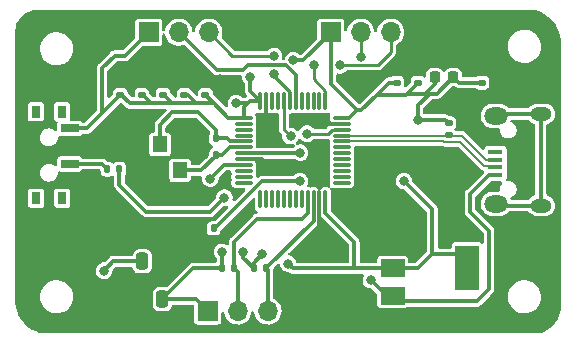
<source format=gbr>
%TF.GenerationSoftware,KiCad,Pcbnew,(6.0.7)*%
%TF.CreationDate,2022-10-16T00:38:09+07:00*%
%TF.ProjectId,bai1,62616931-2e6b-4696-9361-645f70636258,rev?*%
%TF.SameCoordinates,Original*%
%TF.FileFunction,Copper,L1,Top*%
%TF.FilePolarity,Positive*%
%FSLAX46Y46*%
G04 Gerber Fmt 4.6, Leading zero omitted, Abs format (unit mm)*
G04 Created by KiCad (PCBNEW (6.0.7)) date 2022-10-16 00:38:09*
%MOMM*%
%LPD*%
G01*
G04 APERTURE LIST*
G04 Aperture macros list*
%AMRoundRect*
0 Rectangle with rounded corners*
0 $1 Rounding radius*
0 $2 $3 $4 $5 $6 $7 $8 $9 X,Y pos of 4 corners*
0 Add a 4 corners polygon primitive as box body*
4,1,4,$2,$3,$4,$5,$6,$7,$8,$9,$2,$3,0*
0 Add four circle primitives for the rounded corners*
1,1,$1+$1,$2,$3*
1,1,$1+$1,$4,$5*
1,1,$1+$1,$6,$7*
1,1,$1+$1,$8,$9*
0 Add four rect primitives between the rounded corners*
20,1,$1+$1,$2,$3,$4,$5,0*
20,1,$1+$1,$4,$5,$6,$7,0*
20,1,$1+$1,$6,$7,$8,$9,0*
20,1,$1+$1,$8,$9,$2,$3,0*%
G04 Aperture macros list end*
%TA.AperFunction,SMDPad,CuDef*%
%ADD10R,1.200000X1.400000*%
%TD*%
%TA.AperFunction,ComponentPad*%
%ADD11R,1.700000X1.700000*%
%TD*%
%TA.AperFunction,ComponentPad*%
%ADD12O,1.700000X1.700000*%
%TD*%
%TA.AperFunction,SMDPad,CuDef*%
%ADD13R,1.500000X0.700000*%
%TD*%
%TA.AperFunction,SMDPad,CuDef*%
%ADD14R,0.800000X1.000000*%
%TD*%
%TA.AperFunction,SMDPad,CuDef*%
%ADD15R,1.300000X0.450000*%
%TD*%
%TA.AperFunction,ComponentPad*%
%ADD16O,2.000000X1.450000*%
%TD*%
%TA.AperFunction,ComponentPad*%
%ADD17O,1.800000X1.150000*%
%TD*%
%TA.AperFunction,SMDPad,CuDef*%
%ADD18RoundRect,0.075000X-0.662500X-0.075000X0.662500X-0.075000X0.662500X0.075000X-0.662500X0.075000X0*%
%TD*%
%TA.AperFunction,SMDPad,CuDef*%
%ADD19RoundRect,0.075000X-0.075000X-0.662500X0.075000X-0.662500X0.075000X0.662500X-0.075000X0.662500X0*%
%TD*%
%TA.AperFunction,SMDPad,CuDef*%
%ADD20RoundRect,0.140000X0.170000X-0.140000X0.170000X0.140000X-0.170000X0.140000X-0.170000X-0.140000X0*%
%TD*%
%TA.AperFunction,SMDPad,CuDef*%
%ADD21RoundRect,0.250000X0.250000X0.475000X-0.250000X0.475000X-0.250000X-0.475000X0.250000X-0.475000X0*%
%TD*%
%TA.AperFunction,SMDPad,CuDef*%
%ADD22RoundRect,0.135000X-0.135000X-0.185000X0.135000X-0.185000X0.135000X0.185000X-0.135000X0.185000X0*%
%TD*%
%TA.AperFunction,SMDPad,CuDef*%
%ADD23RoundRect,0.140000X0.140000X0.170000X-0.140000X0.170000X-0.140000X-0.170000X0.140000X-0.170000X0*%
%TD*%
%TA.AperFunction,SMDPad,CuDef*%
%ADD24RoundRect,0.135000X-0.185000X0.135000X-0.185000X-0.135000X0.185000X-0.135000X0.185000X0.135000X0*%
%TD*%
%TA.AperFunction,SMDPad,CuDef*%
%ADD25RoundRect,0.250000X-0.250000X-0.475000X0.250000X-0.475000X0.250000X0.475000X-0.250000X0.475000X0*%
%TD*%
%TA.AperFunction,SMDPad,CuDef*%
%ADD26R,2.000000X1.500000*%
%TD*%
%TA.AperFunction,SMDPad,CuDef*%
%ADD27R,2.000000X3.800000*%
%TD*%
%TA.AperFunction,SMDPad,CuDef*%
%ADD28RoundRect,0.218750X0.218750X0.256250X-0.218750X0.256250X-0.218750X-0.256250X0.218750X-0.256250X0*%
%TD*%
%TA.AperFunction,ViaPad*%
%ADD29C,0.800000*%
%TD*%
%TA.AperFunction,Conductor*%
%ADD30C,0.300000*%
%TD*%
%TA.AperFunction,Conductor*%
%ADD31C,0.200000*%
%TD*%
%TA.AperFunction,Conductor*%
%ADD32C,0.350000*%
%TD*%
%TA.AperFunction,Conductor*%
%ADD33C,0.250000*%
%TD*%
G04 APERTURE END LIST*
D10*
%TO.P,Y1,1,1*%
%TO.N,/MICROCONTROLLER/HSE_IN*%
X72150000Y-75500000D03*
%TO.P,Y1,2,2*%
%TO.N,GND*%
X72150000Y-77700000D03*
%TO.P,Y1,3,3*%
%TO.N,/MICROCONTROLLER/HSE_OUT*%
X73850000Y-77700000D03*
%TO.P,Y1,4,4*%
%TO.N,GND*%
X73850000Y-75500000D03*
%TD*%
D11*
%TO.P,USART1,1,Pin_1*%
%TO.N,+3.3V*%
X71200000Y-66000000D03*
D12*
%TO.P,USART1,2,Pin_2*%
%TO.N,/MICROCONTROLLER/USART1_TX*%
X73740000Y-66000000D03*
%TO.P,USART1,3,Pin_3*%
%TO.N,/MICROCONTROLLER/USART1_RX*%
X76280000Y-66000000D03*
%TO.P,USART1,4,Pin_4*%
%TO.N,GND*%
X78820000Y-66000000D03*
%TD*%
D13*
%TO.P,SW1,3,C*%
%TO.N,GND*%
X64505000Y-78650000D03*
%TO.P,SW1,2,B*%
%TO.N,Net-(R1-Pad1)*%
X64505000Y-77150000D03*
%TO.P,SW1,1,A*%
%TO.N,+3.3V*%
X64505000Y-74150000D03*
D14*
%TO.P,SW1,*%
%TO.N,*%
X63855000Y-72750000D03*
X61645000Y-80050000D03*
X61645000Y-72750000D03*
X63855000Y-80050000D03*
%TD*%
D12*
%TO.P,J3,4,Pin_4*%
%TO.N,GND*%
X94220000Y-66000000D03*
%TO.P,J3,3,Pin_3*%
%TO.N,/MICROCONTROLLER/SWDCK*%
X91680000Y-66000000D03*
%TO.P,J3,2,Pin_2*%
%TO.N,/MICROCONTROLLER/SWDIO*%
X89140000Y-66000000D03*
D11*
%TO.P,J3,1,Pin_1*%
%TO.N,+3.3V*%
X86600000Y-66000000D03*
%TD*%
D15*
%TO.P,J2,1,VBUS*%
%TO.N,VBUS*%
X100545000Y-78100000D03*
%TO.P,J2,2,D-*%
%TO.N,/MICROCONTROLLER/USB_D-*%
X100545000Y-77450000D03*
%TO.P,J2,3,D+*%
%TO.N,/MICROCONTROLLER/USB_D+*%
X100545000Y-76800000D03*
%TO.P,J2,4,ID*%
%TO.N,unconnected-(J2-Pad4)*%
X100545000Y-76150000D03*
%TO.P,J2,5,GND*%
%TO.N,GND*%
X100545000Y-75500000D03*
D16*
%TO.P,J2,6,Shield*%
%TO.N,unconnected-(J2-Pad6)*%
X100595000Y-80525000D03*
X100595000Y-73075000D03*
D17*
X104395000Y-80675000D03*
X104395000Y-72925000D03*
%TD*%
D12*
%TO.P,I2C1,4,Pin_4*%
%TO.N,GND*%
X83820000Y-89600000D03*
%TO.P,I2C1,3,Pin_3*%
%TO.N,/MICROCONTROLLER/I2C2_SDA*%
X81280000Y-89600000D03*
%TO.P,I2C1,2,Pin_2*%
%TO.N,/MICROCONTROLLER/I2C2_SCL*%
X78740000Y-89600000D03*
D11*
%TO.P,I2C1,1,Pin_1*%
%TO.N,+3.3V*%
X76200000Y-89600000D03*
%TD*%
D18*
%TO.P,U2,1,VBAT*%
%TO.N,+3.3V*%
X79237500Y-73250000D03*
%TO.P,U2,2,PC13*%
%TO.N,unconnected-(U2-Pad2)*%
X79237500Y-73750000D03*
%TO.P,U2,3,PC14*%
%TO.N,unconnected-(U2-Pad3)*%
X79237500Y-74250000D03*
%TO.P,U2,4,PC15*%
%TO.N,unconnected-(U2-Pad4)*%
X79237500Y-74750000D03*
%TO.P,U2,5,PD0*%
%TO.N,/MICROCONTROLLER/HSE_IN*%
X79237500Y-75250000D03*
%TO.P,U2,6,PD1*%
%TO.N,/MICROCONTROLLER/HSE_OUT*%
X79237500Y-75750000D03*
%TO.P,U2,7,NRST*%
%TO.N,/MICROCONTROLLER/NRST*%
X79237500Y-76250000D03*
%TO.P,U2,8,VSSA*%
%TO.N,GND*%
X79237500Y-76750000D03*
%TO.P,U2,9,VDDA*%
%TO.N,+3.3V*%
X79237500Y-77250000D03*
%TO.P,U2,10,PA0*%
%TO.N,unconnected-(U2-Pad10)*%
X79237500Y-77750000D03*
%TO.P,U2,11,PA1*%
%TO.N,unconnected-(U2-Pad11)*%
X79237500Y-78250000D03*
%TO.P,U2,12,PA2*%
%TO.N,unconnected-(U2-Pad12)*%
X79237500Y-78750000D03*
D19*
%TO.P,U2,13,PA3*%
%TO.N,unconnected-(U2-Pad13)*%
X80650000Y-80162500D03*
%TO.P,U2,14,PA4*%
%TO.N,unconnected-(U2-Pad14)*%
X81150000Y-80162500D03*
%TO.P,U2,15,PA5*%
%TO.N,unconnected-(U2-Pad15)*%
X81650000Y-80162500D03*
%TO.P,U2,16,PA6*%
%TO.N,unconnected-(U2-Pad16)*%
X82150000Y-80162500D03*
%TO.P,U2,17,PA7*%
%TO.N,unconnected-(U2-Pad17)*%
X82650000Y-80162500D03*
%TO.P,U2,18,PB0*%
%TO.N,unconnected-(U2-Pad18)*%
X83150000Y-80162500D03*
%TO.P,U2,19,PB1*%
%TO.N,unconnected-(U2-Pad19)*%
X83650000Y-80162500D03*
%TO.P,U2,20,PB2*%
%TO.N,unconnected-(U2-Pad20)*%
X84150000Y-80162500D03*
%TO.P,U2,21,PB10*%
%TO.N,/MICROCONTROLLER/I2C2_SCL*%
X84650000Y-80162500D03*
%TO.P,U2,22,PB11*%
%TO.N,/MICROCONTROLLER/I2C2_SDA*%
X85150000Y-80162500D03*
%TO.P,U2,23,VSS*%
%TO.N,GND*%
X85650000Y-80162500D03*
%TO.P,U2,24,VDD*%
%TO.N,+3.3V*%
X86150000Y-80162500D03*
D18*
%TO.P,U2,25,PB12*%
%TO.N,unconnected-(U2-Pad25)*%
X87562500Y-78750000D03*
%TO.P,U2,26,PB13*%
%TO.N,unconnected-(U2-Pad26)*%
X87562500Y-78250000D03*
%TO.P,U2,27,PB14*%
%TO.N,unconnected-(U2-Pad27)*%
X87562500Y-77750000D03*
%TO.P,U2,28,PB15*%
%TO.N,unconnected-(U2-Pad28)*%
X87562500Y-77250000D03*
%TO.P,U2,29,PA8*%
%TO.N,unconnected-(U2-Pad29)*%
X87562500Y-76750000D03*
%TO.P,U2,30,PA9*%
%TO.N,unconnected-(U2-Pad30)*%
X87562500Y-76250000D03*
%TO.P,U2,31,PA10*%
%TO.N,unconnected-(U2-Pad31)*%
X87562500Y-75750000D03*
%TO.P,U2,32,PA11*%
%TO.N,/MICROCONTROLLER/USB_D-*%
X87562500Y-75250000D03*
%TO.P,U2,33,PA12*%
%TO.N,/MICROCONTROLLER/USB_D+*%
X87562500Y-74750000D03*
%TO.P,U2,34,PA13*%
%TO.N,/MICROCONTROLLER/SWDIO*%
X87562500Y-74250000D03*
%TO.P,U2,35,VSS*%
%TO.N,GND*%
X87562500Y-73750000D03*
%TO.P,U2,36,VDD*%
%TO.N,+3.3V*%
X87562500Y-73250000D03*
D19*
%TO.P,U2,37,PA14*%
%TO.N,/MICROCONTROLLER/SWDCK*%
X86150000Y-71837500D03*
%TO.P,U2,38,PA15*%
%TO.N,unconnected-(U2-Pad38)*%
X85650000Y-71837500D03*
%TO.P,U2,39,PB3*%
%TO.N,unconnected-(U2-Pad39)*%
X85150000Y-71837500D03*
%TO.P,U2,40,PB4*%
%TO.N,unconnected-(U2-Pad40)*%
X84650000Y-71837500D03*
%TO.P,U2,41,PB5*%
%TO.N,unconnected-(U2-Pad41)*%
X84150000Y-71837500D03*
%TO.P,U2,42,PB6*%
%TO.N,/MICROCONTROLLER/USART1_TX*%
X83650000Y-71837500D03*
%TO.P,U2,43,PB7*%
%TO.N,/MICROCONTROLLER/USART1_RX*%
X83150000Y-71837500D03*
%TO.P,U2,44,BOOT0*%
%TO.N,/MICROCONTROLLER/BOOT0*%
X82650000Y-71837500D03*
%TO.P,U2,45,PB8*%
%TO.N,unconnected-(U2-Pad45)*%
X82150000Y-71837500D03*
%TO.P,U2,46,PB9*%
%TO.N,unconnected-(U2-Pad46)*%
X81650000Y-71837500D03*
%TO.P,U2,47,VSS*%
%TO.N,GND*%
X81150000Y-71837500D03*
%TO.P,U2,48,VDD*%
%TO.N,+3.3V*%
X80650000Y-71837500D03*
%TD*%
D20*
%TO.P,C7,1*%
%TO.N,+3.3V*%
X94000000Y-70280000D03*
%TO.P,C7,2*%
%TO.N,GND*%
X94000000Y-69320000D03*
%TD*%
D21*
%TO.P,C14,1*%
%TO.N,+3.3V*%
X72350000Y-88600000D03*
%TO.P,C14,2*%
%TO.N,GND*%
X70450000Y-88600000D03*
%TD*%
D20*
%TO.P,C8,1*%
%TO.N,+3.3V*%
X99400000Y-70280000D03*
%TO.P,C8,2*%
%TO.N,GND*%
X99400000Y-69320000D03*
%TD*%
D22*
%TO.P,R3,1*%
%TO.N,+3.3V*%
X77400000Y-86000000D03*
%TO.P,R3,2*%
%TO.N,/MICROCONTROLLER/I2C2_SCL*%
X78420000Y-86000000D03*
%TD*%
D20*
%TO.P,C3,1*%
%TO.N,+3.3V*%
X72400000Y-71280000D03*
%TO.P,C3,2*%
%TO.N,GND*%
X72400000Y-70320000D03*
%TD*%
%TO.P,C4,1*%
%TO.N,+3.3V*%
X74200000Y-71280000D03*
%TO.P,C4,2*%
%TO.N,GND*%
X74200000Y-70320000D03*
%TD*%
D23*
%TO.P,C10,1*%
%TO.N,/MICROCONTROLLER/HSE_IN*%
X76880000Y-75000000D03*
%TO.P,C10,2*%
%TO.N,GND*%
X75920000Y-75000000D03*
%TD*%
D24*
%TO.P,R2,2*%
%TO.N,/MICROCONTROLLER/USB_D+*%
X96600000Y-74710000D03*
%TO.P,R2,1*%
%TO.N,+3.3V*%
X96600000Y-73690000D03*
%TD*%
D25*
%TO.P,C13,1*%
%TO.N,VBUS*%
X70650000Y-85400000D03*
%TO.P,C13,2*%
%TO.N,GND*%
X72550000Y-85400000D03*
%TD*%
D26*
%TO.P,U1,1,ADJ*%
%TO.N,GND*%
X91850000Y-83700000D03*
D27*
%TO.P,U1,2,VO*%
%TO.N,+3.3V*%
X98150000Y-86000000D03*
D26*
X91850000Y-86000000D03*
%TO.P,U1,3,VI*%
%TO.N,VBUS*%
X91850000Y-88300000D03*
%TD*%
D20*
%TO.P,C6,1*%
%TO.N,+3.3V*%
X92200000Y-70280000D03*
%TO.P,C6,2*%
%TO.N,GND*%
X92200000Y-69320000D03*
%TD*%
D28*
%TO.P,L1,1,1*%
%TO.N,+3.3V*%
X96987500Y-69800000D03*
%TO.P,L1,2,2*%
X95412500Y-69800000D03*
%TD*%
D23*
%TO.P,C11,1*%
%TO.N,/MICROCONTROLLER/HSE_OUT*%
X76880000Y-76400000D03*
%TO.P,C11,2*%
%TO.N,GND*%
X75920000Y-76400000D03*
%TD*%
D20*
%TO.P,C1,1*%
%TO.N,+3.3V*%
X68800000Y-71280000D03*
%TO.P,C1,2*%
%TO.N,GND*%
X68800000Y-70320000D03*
%TD*%
D22*
%TO.P,R1,1*%
%TO.N,Net-(R1-Pad1)*%
X67690000Y-77600000D03*
%TO.P,R1,2*%
%TO.N,/MICROCONTROLLER/BOOT0*%
X68710000Y-77600000D03*
%TD*%
D20*
%TO.P,C2,1*%
%TO.N,+3.3V*%
X70600000Y-71280000D03*
%TO.P,C2,2*%
%TO.N,GND*%
X70600000Y-70320000D03*
%TD*%
D22*
%TO.P,R4,1*%
%TO.N,+3.3V*%
X80090000Y-86000000D03*
%TO.P,R4,2*%
%TO.N,/MICROCONTROLLER/I2C2_SDA*%
X81110000Y-86000000D03*
%TD*%
D20*
%TO.P,C5,1*%
%TO.N,+3.3V*%
X76000000Y-71280000D03*
%TO.P,C5,2*%
%TO.N,GND*%
X76000000Y-70320000D03*
%TD*%
D23*
%TO.P,C9,1*%
%TO.N,/MICROCONTROLLER/NRST*%
X76680000Y-82600000D03*
%TO.P,C9,2*%
%TO.N,GND*%
X75720000Y-82600000D03*
%TD*%
D29*
%TO.N,GND*%
X74000000Y-73800000D03*
%TO.N,+3.3V*%
X79200000Y-84600000D03*
X77400000Y-84600000D03*
%TO.N,GND*%
X85600000Y-83800000D03*
%TO.N,+3.3V*%
X83000000Y-85600000D03*
X80800000Y-84800000D03*
%TO.N,GND*%
X81400000Y-77400000D03*
%TO.N,+3.3V*%
X78600000Y-72000000D03*
X76400000Y-78400000D03*
%TO.N,/MICROCONTROLLER/NRST*%
X84000000Y-78600000D03*
X84000000Y-76200000D03*
%TO.N,+3.3V*%
X83433914Y-68373960D03*
X94000000Y-73400000D03*
X92800000Y-78600000D03*
X79800000Y-69800000D03*
%TO.N,GND*%
X98800000Y-67000000D03*
X77238007Y-69949500D03*
X74000000Y-82800000D03*
X99000000Y-65200000D03*
X67600000Y-88800000D03*
X86600000Y-89800000D03*
X66600000Y-82600000D03*
X92000000Y-90200000D03*
X90000000Y-83600000D03*
X97800000Y-90200000D03*
X98200000Y-73200000D03*
X102000000Y-84800000D03*
X62800000Y-84800000D03*
X62800000Y-82400000D03*
X65400000Y-70600000D03*
X103400000Y-70800000D03*
X82400000Y-66000000D03*
X70600000Y-77600000D03*
X97200000Y-66000000D03*
X86000000Y-73800000D03*
X81200000Y-73600000D03*
%TO.N,VBUS*%
X67400000Y-86200000D03*
X90000000Y-87000000D03*
%TO.N,/MICROCONTROLLER/USART1_RX*%
X81800000Y-68000000D03*
X81800000Y-69549500D03*
%TO.N,/MICROCONTROLLER/SWDIO*%
X89200000Y-68075500D03*
X84600000Y-74600000D03*
%TO.N,/MICROCONTROLLER/SWDCK*%
X87400000Y-68800000D03*
X85200000Y-68800000D03*
%TO.N,/MICROCONTROLLER/BOOT0*%
X83200000Y-74800000D03*
X77600000Y-80000000D03*
%TD*%
D30*
%TO.N,+3.3V*%
X74480000Y-71280000D02*
X74200000Y-71280000D01*
X75200000Y-72000000D02*
X74480000Y-71280000D01*
%TO.N,GND*%
X70680000Y-70320000D02*
X71600000Y-69400000D01*
X68800000Y-70320000D02*
X70680000Y-70320000D01*
D31*
%TO.N,/MICROCONTROLLER/USB_D-*%
X96234817Y-75280000D02*
X97563631Y-75280000D01*
X96179818Y-75225001D02*
X96234817Y-75280000D01*
X87587499Y-75225001D02*
X96179818Y-75225001D01*
X99608631Y-77325000D02*
X100420000Y-77325000D01*
%TO.N,/MICROCONTROLLER/USB_D+*%
X99720000Y-76800000D02*
X100545000Y-76800000D01*
X97694999Y-74774999D02*
X99720000Y-76800000D01*
X87587499Y-74774999D02*
X97694999Y-74774999D01*
%TO.N,/MICROCONTROLLER/USB_D-*%
X97563631Y-75280000D02*
X99608631Y-77325000D01*
D30*
%TO.N,+3.3V*%
X96310000Y-73400000D02*
X94000000Y-73400000D01*
X96600000Y-73690000D02*
X96310000Y-73400000D01*
%TO.N,GND*%
X100500000Y-75500000D02*
X98200000Y-73200000D01*
%TO.N,+3.3V*%
X84286040Y-68373960D02*
X86600000Y-66060000D01*
X83433914Y-68373960D02*
X84286040Y-68373960D01*
D32*
X86600000Y-70400000D02*
X88800000Y-72600000D01*
X86600000Y-66060000D02*
X86600000Y-70400000D01*
D33*
%TO.N,/MICROCONTROLLER/SWDIO*%
X89140000Y-68015500D02*
X89200000Y-68075500D01*
X89140000Y-66060000D02*
X89140000Y-68015500D01*
%TO.N,/MICROCONTROLLER/SWDCK*%
X91680000Y-67720000D02*
X90600000Y-68800000D01*
X90600000Y-68800000D02*
X87400000Y-68800000D01*
X91680000Y-66060000D02*
X91680000Y-67720000D01*
D32*
%TO.N,unconnected-(J2-Pad6)*%
X100740000Y-80675000D02*
X104395000Y-80675000D01*
X104395000Y-80675000D02*
X104395000Y-72925000D01*
X104395000Y-72925000D02*
X100745000Y-72925000D01*
D30*
%TO.N,GND*%
X64505000Y-78650000D02*
X66600000Y-80745000D01*
X66600000Y-80745000D02*
X66600000Y-82600000D01*
X73850000Y-73950000D02*
X74000000Y-73800000D01*
X73850000Y-75500000D02*
X73850000Y-73950000D01*
%TO.N,/MICROCONTROLLER/HSE_IN*%
X73200000Y-72800000D02*
X72150000Y-73850000D01*
X72150000Y-73850000D02*
X72150000Y-75500000D01*
X75400000Y-72800000D02*
X73200000Y-72800000D01*
X76880000Y-74280000D02*
X75400000Y-72800000D01*
X76880000Y-75000000D02*
X76880000Y-74280000D01*
%TO.N,GND*%
X70700000Y-77700000D02*
X70600000Y-77600000D01*
X72150000Y-77700000D02*
X70700000Y-77700000D01*
X74350000Y-75000000D02*
X73850000Y-75500000D01*
X75920000Y-75000000D02*
X74350000Y-75000000D01*
X75920000Y-76400000D02*
X75920000Y-75000000D01*
%TO.N,/MICROCONTROLLER/HSE_OUT*%
X75622965Y-77700000D02*
X76880000Y-76442965D01*
X73850000Y-77700000D02*
X75622965Y-77700000D01*
X77400000Y-76400000D02*
X78050000Y-75750000D01*
X78050000Y-75750000D02*
X79237500Y-75750000D01*
X76880000Y-76400000D02*
X77400000Y-76400000D01*
%TO.N,+3.3V*%
X77550000Y-77250000D02*
X79237500Y-77250000D01*
X76400000Y-78400000D02*
X77550000Y-77250000D01*
%TO.N,/MICROCONTROLLER/HSE_IN*%
X77800000Y-75000000D02*
X78050000Y-75250000D01*
X78050000Y-75250000D02*
X79237500Y-75250000D01*
X76880000Y-75000000D02*
X77800000Y-75000000D01*
D32*
%TO.N,+3.3V*%
X94000000Y-86000000D02*
X91850000Y-86000000D01*
X95200000Y-84800000D02*
X94000000Y-86000000D01*
D30*
X86150000Y-81350000D02*
X88600000Y-83800000D01*
X79200000Y-85110000D02*
X80090000Y-86000000D01*
X79200000Y-84600000D02*
X79200000Y-85110000D01*
X77400000Y-86000000D02*
X77400000Y-84600000D01*
%TO.N,/MICROCONTROLLER/NRST*%
X80800000Y-78600000D02*
X76800000Y-82600000D01*
X84000000Y-78600000D02*
X80800000Y-78600000D01*
%TO.N,GND*%
X75520000Y-82800000D02*
X75720000Y-82600000D01*
X74000000Y-82800000D02*
X75520000Y-82800000D01*
D32*
X74000000Y-83950000D02*
X72550000Y-85400000D01*
X74000000Y-82800000D02*
X74000000Y-83950000D01*
D30*
%TO.N,/MICROCONTROLLER/I2C2_SCL*%
X80400000Y-81800000D02*
X78420000Y-83780000D01*
X84200000Y-81800000D02*
X80400000Y-81800000D01*
X84650000Y-81350000D02*
X84200000Y-81800000D01*
X78420000Y-83780000D02*
X78420000Y-86000000D01*
X84650000Y-80162500D02*
X84650000Y-81350000D01*
%TO.N,+3.3V*%
X77400000Y-86000000D02*
X74950000Y-86000000D01*
X74950000Y-86000000D02*
X72350000Y-88600000D01*
%TO.N,VBUS*%
X98950000Y-88800000D02*
X91800000Y-88800000D01*
X100000000Y-87750000D02*
X98950000Y-88800000D01*
X98400000Y-81200000D02*
X100000000Y-82800000D01*
X99995000Y-78100000D02*
X98400000Y-79695000D01*
X98400000Y-79695000D02*
X98400000Y-81200000D01*
X100000000Y-82800000D02*
X100000000Y-87750000D01*
X100945000Y-78100000D02*
X99995000Y-78100000D01*
X91800000Y-88800000D02*
X90000000Y-87000000D01*
%TO.N,GND*%
X85650000Y-83750000D02*
X85600000Y-83800000D01*
X85650000Y-80162500D02*
X85650000Y-83750000D01*
%TO.N,+3.3V*%
X88600000Y-86000000D02*
X91850000Y-86000000D01*
X83400000Y-86000000D02*
X88600000Y-86000000D01*
X86150000Y-80162500D02*
X86150000Y-81350000D01*
X88600000Y-83800000D02*
X88600000Y-86000000D01*
X83000000Y-85600000D02*
X83400000Y-86000000D01*
%TO.N,GND*%
X91850000Y-83700000D02*
X90100000Y-83700000D01*
X90100000Y-83700000D02*
X90000000Y-83600000D01*
%TO.N,+3.3V*%
X80090000Y-85510000D02*
X80800000Y-84800000D01*
X80090000Y-86000000D02*
X80090000Y-85510000D01*
%TO.N,/MICROCONTROLLER/I2C2_SDA*%
X85150000Y-81960000D02*
X81110000Y-86000000D01*
X85150000Y-80162500D02*
X85150000Y-81960000D01*
X81280000Y-86170000D02*
X81280000Y-89600000D01*
X81110000Y-86000000D02*
X81280000Y-86170000D01*
%TO.N,/MICROCONTROLLER/I2C2_SCL*%
X78740000Y-86320000D02*
X78740000Y-89600000D01*
X78420000Y-86000000D02*
X78740000Y-86320000D01*
D32*
%TO.N,+3.3V*%
X72350000Y-88600000D02*
X75200000Y-88600000D01*
D30*
%TO.N,GND*%
X80750000Y-76750000D02*
X79237500Y-76750000D01*
X81400000Y-77400000D02*
X80750000Y-76750000D01*
%TO.N,/MICROCONTROLLER/NRST*%
X83950000Y-76250000D02*
X79237500Y-76250000D01*
X84000000Y-76200000D02*
X83950000Y-76250000D01*
%TO.N,/MICROCONTROLLER/BOOT0*%
X71000000Y-81200000D02*
X76400000Y-81200000D01*
X68710000Y-78910000D02*
X71000000Y-81200000D01*
X76400000Y-81200000D02*
X77600000Y-80000000D01*
X68710000Y-77600000D02*
X68710000Y-78910000D01*
%TO.N,Net-(R1-Pad1)*%
X67690000Y-77600000D02*
X67240000Y-77150000D01*
X67240000Y-77150000D02*
X64505000Y-77150000D01*
%TO.N,GND*%
X76867507Y-70320000D02*
X76000000Y-70320000D01*
X77238007Y-69949500D02*
X76867507Y-70320000D01*
%TO.N,+3.3V*%
X79400000Y-72000000D02*
X79500000Y-72100000D01*
X78600000Y-72000000D02*
X79400000Y-72000000D01*
X79500000Y-72100000D02*
X79800000Y-71800000D01*
X79237500Y-72362500D02*
X79500000Y-72100000D01*
%TO.N,GND*%
X81150000Y-73550000D02*
X81200000Y-73600000D01*
X81150000Y-71837500D02*
X81150000Y-73550000D01*
%TO.N,+3.3V*%
X80612500Y-71800000D02*
X80650000Y-71837500D01*
X79800000Y-71800000D02*
X80612500Y-71800000D01*
X79237500Y-73250000D02*
X79237500Y-72362500D01*
X67240000Y-69060000D02*
X67240000Y-72840000D01*
X68300000Y-68000000D02*
X67240000Y-69060000D01*
X69200000Y-68000000D02*
X68300000Y-68000000D01*
X71200000Y-66000000D02*
X69200000Y-68000000D01*
D32*
%TO.N,GND*%
X82400000Y-66000000D02*
X78820000Y-66000000D01*
D33*
%TO.N,/MICROCONTROLLER/USART1_RX*%
X78280000Y-68000000D02*
X81800000Y-68000000D01*
X76280000Y-66000000D02*
X78280000Y-68000000D01*
D30*
%TO.N,/MICROCONTROLLER/USART1_TX*%
X76940000Y-69200000D02*
X73740000Y-66000000D01*
X79200000Y-69200000D02*
X76940000Y-69200000D01*
X82800000Y-68800000D02*
X79600000Y-68800000D01*
X83650000Y-69650000D02*
X82800000Y-68800000D01*
X79600000Y-68800000D02*
X79200000Y-69200000D01*
X83650000Y-71837500D02*
X83650000Y-69650000D01*
D32*
%TO.N,GND*%
X94280000Y-66000000D02*
X97200000Y-66000000D01*
%TO.N,+3.3V*%
X64505000Y-74150000D02*
X65930000Y-74150000D01*
X65930000Y-74150000D02*
X67240000Y-72840000D01*
D30*
X94000000Y-73400000D02*
X94000000Y-72200000D01*
X95000000Y-71200000D02*
X95587500Y-71200000D01*
X94600000Y-71200000D02*
X95000000Y-71200000D01*
X94000000Y-72200000D02*
X95000000Y-71200000D01*
X97467500Y-70280000D02*
X99400000Y-70280000D01*
X96987500Y-69800000D02*
X97467500Y-70280000D01*
X95587500Y-71200000D02*
X96987500Y-69800000D01*
X93200000Y-71200000D02*
X93140000Y-71140000D01*
X94600000Y-71200000D02*
X93200000Y-71200000D01*
X93140000Y-71140000D02*
X94000000Y-70280000D01*
X95412500Y-70387500D02*
X94600000Y-71200000D01*
X92980000Y-71300000D02*
X93140000Y-71140000D01*
X95412500Y-69800000D02*
X95412500Y-70387500D01*
X90500000Y-71300000D02*
X92980000Y-71300000D01*
X90500000Y-71300000D02*
X91520000Y-70280000D01*
X89200000Y-72600000D02*
X90500000Y-71300000D01*
X91520000Y-70280000D02*
X92200000Y-70280000D01*
X88800000Y-72600000D02*
X89200000Y-72600000D01*
%TO.N,GND*%
X94000000Y-68800000D02*
X94600000Y-68200000D01*
X94000000Y-69320000D02*
X94000000Y-68800000D01*
X94600000Y-68200000D02*
X98800000Y-68200000D01*
X98800000Y-68200000D02*
X98800000Y-68720000D01*
X98800000Y-67000000D02*
X98800000Y-68200000D01*
X98800000Y-68720000D02*
X99400000Y-69320000D01*
X92200000Y-69320000D02*
X94000000Y-69320000D01*
D32*
%TO.N,+3.3V*%
X67240000Y-72840000D02*
X68800000Y-71280000D01*
D30*
X75200000Y-72000000D02*
X76600000Y-72000000D01*
X73200000Y-72000000D02*
X75200000Y-72000000D01*
X76600000Y-72000000D02*
X76660000Y-71940000D01*
D32*
X76660000Y-71940000D02*
X77945000Y-73225000D01*
X76000000Y-71280000D02*
X76660000Y-71940000D01*
X77945000Y-73225000D02*
X79237500Y-73225000D01*
D30*
%TO.N,GND*%
X75480000Y-69800000D02*
X76000000Y-70320000D01*
X74400000Y-69800000D02*
X75480000Y-69800000D01*
D32*
%TO.N,+3.3V*%
X68800000Y-71200000D02*
X69600000Y-72000000D01*
X95200000Y-81000000D02*
X95200000Y-84800000D01*
X75200000Y-88600000D02*
X76200000Y-89600000D01*
X71400000Y-72000000D02*
X73200000Y-72000000D01*
X92800000Y-78600000D02*
X95200000Y-81000000D01*
X70600000Y-71200000D02*
X71400000Y-72000000D01*
X88800000Y-72600000D02*
X88175000Y-73225000D01*
X69600000Y-72000000D02*
X71400000Y-72000000D01*
X72400000Y-71200000D02*
X73200000Y-72000000D01*
X88175000Y-73225000D02*
X87562500Y-73225000D01*
D30*
X79800000Y-70987500D02*
X80650000Y-71837500D01*
X79800000Y-69800000D02*
X79800000Y-70987500D01*
D32*
X95200000Y-84800000D02*
X98150000Y-84800000D01*
D30*
%TO.N,GND*%
X70760000Y-70240000D02*
X71600000Y-69400000D01*
X86600000Y-89800000D02*
X84020000Y-89800000D01*
X71600000Y-69400000D02*
X73200000Y-69400000D01*
X87562500Y-73750000D02*
X86050000Y-73750000D01*
X86050000Y-73750000D02*
X86000000Y-73800000D01*
X74000000Y-69400000D02*
X74400000Y-69800000D01*
X74200000Y-70320000D02*
X74200000Y-70000000D01*
X74200000Y-70000000D02*
X74400000Y-69800000D01*
X72400000Y-70200000D02*
X73200000Y-69400000D01*
D32*
X70450000Y-87500000D02*
X72550000Y-85400000D01*
X70450000Y-88600000D02*
X70450000Y-87500000D01*
D30*
X73200000Y-69400000D02*
X74000000Y-69400000D01*
D32*
%TO.N,VBUS*%
X70650000Y-85400000D02*
X68200000Y-85400000D01*
X68200000Y-85400000D02*
X67400000Y-86200000D01*
D33*
%TO.N,/MICROCONTROLLER/USART1_RX*%
X81800000Y-69549500D02*
X81800000Y-69684315D01*
X83150000Y-71034315D02*
X83150000Y-71837500D01*
X81800000Y-69684315D02*
X83150000Y-71034315D01*
%TO.N,/MICROCONTROLLER/SWDIO*%
X84600000Y-74600000D02*
X86400000Y-74600000D01*
X86400000Y-74600000D02*
X86750000Y-74250000D01*
X86750000Y-74250000D02*
X87562500Y-74250000D01*
%TO.N,/MICROCONTROLLER/SWDCK*%
X85200000Y-68800000D02*
X85200000Y-70000000D01*
X86150000Y-70950000D02*
X86150000Y-71837500D01*
X85200000Y-70000000D02*
X86150000Y-70950000D01*
%TO.N,/MICROCONTROLLER/BOOT0*%
X83200000Y-74800000D02*
X82650000Y-74250000D01*
X82650000Y-74250000D02*
X82650000Y-71837500D01*
%TD*%
%TA.AperFunction,Conductor*%
%TO.N,GND*%
G36*
X61923972Y-64097167D02*
G01*
X61939070Y-64099264D01*
X61940622Y-64099883D01*
X61946915Y-64100500D01*
X61951646Y-64100500D01*
X61958934Y-64100886D01*
X61967762Y-64103428D01*
X62006006Y-64100797D01*
X62014655Y-64100500D01*
X103925733Y-64100500D01*
X103968925Y-64108134D01*
X104205065Y-64194302D01*
X104216798Y-64199270D01*
X104492400Y-64332760D01*
X104503572Y-64338887D01*
X104764279Y-64499527D01*
X104774767Y-64506745D01*
X105017937Y-64692908D01*
X105027640Y-64701147D01*
X105231766Y-64893055D01*
X105250753Y-64910906D01*
X105259582Y-64920091D01*
X105303361Y-64970505D01*
X105460365Y-65151306D01*
X105468222Y-65161336D01*
X105644629Y-65411651D01*
X105651433Y-65422424D01*
X105801659Y-65689275D01*
X105807337Y-65700674D01*
X105857620Y-65815870D01*
X105929843Y-65981330D01*
X105934344Y-65993251D01*
X106027880Y-66284850D01*
X106031153Y-66297163D01*
X106094760Y-66596712D01*
X106096773Y-66609294D01*
X106129801Y-66913736D01*
X106130533Y-66926457D01*
X106132646Y-67232673D01*
X106132090Y-67245402D01*
X106129623Y-67271494D01*
X106106798Y-67512901D01*
X106103785Y-67530829D01*
X106103411Y-67532365D01*
X106100117Y-67540622D01*
X106099500Y-67546915D01*
X106099500Y-67550198D01*
X106099470Y-67550611D01*
X106099408Y-67551878D01*
X106098060Y-67555955D01*
X106098459Y-67569400D01*
X106099445Y-67602618D01*
X106099500Y-67606356D01*
X106099500Y-89161507D01*
X106097463Y-89184068D01*
X106094869Y-89198321D01*
X106096724Y-89209189D01*
X106096663Y-89220211D01*
X106096647Y-89220211D01*
X106097311Y-89232795D01*
X106082621Y-89463598D01*
X106080846Y-89478114D01*
X106078601Y-89490471D01*
X106034653Y-89732407D01*
X106031209Y-89746619D01*
X105955861Y-89993858D01*
X105950793Y-90007575D01*
X105847309Y-90244410D01*
X105840692Y-90257439D01*
X105710448Y-90480715D01*
X105702372Y-90492878D01*
X105551295Y-90694023D01*
X105547151Y-90699540D01*
X105537708Y-90710700D01*
X105489341Y-90761556D01*
X105359579Y-90897993D01*
X105348908Y-90907982D01*
X105150285Y-91073370D01*
X105138529Y-91082055D01*
X104949036Y-91205724D01*
X104922083Y-91223314D01*
X104909397Y-91230580D01*
X104678034Y-91345813D01*
X104664596Y-91351558D01*
X104421444Y-91439205D01*
X104407430Y-91443355D01*
X104182188Y-91496057D01*
X104169717Y-91497478D01*
X104169721Y-91497501D01*
X104168885Y-91497646D01*
X104166265Y-91497872D01*
X104153129Y-91499369D01*
X104149009Y-91499357D01*
X104148995Y-91499358D01*
X104147842Y-91499355D01*
X104147468Y-91499490D01*
X104147352Y-91499500D01*
X62250593Y-91499500D01*
X62249476Y-91499414D01*
X62246642Y-91498450D01*
X62239022Y-91498611D01*
X62231335Y-91498020D01*
X62225094Y-91497055D01*
X62212144Y-91495828D01*
X61946311Y-91439168D01*
X61932584Y-91435420D01*
X61648838Y-91340419D01*
X61635622Y-91335146D01*
X61364413Y-91208736D01*
X61351868Y-91202001D01*
X61096662Y-91045798D01*
X61084955Y-91037689D01*
X60849005Y-90853686D01*
X60838288Y-90844308D01*
X60742137Y-90750059D01*
X60698152Y-90706945D01*
X60624607Y-90634855D01*
X60615017Y-90624328D01*
X60426337Y-90392103D01*
X60417996Y-90380561D01*
X60256722Y-90128522D01*
X60249737Y-90116112D01*
X60117938Y-89847496D01*
X60112397Y-89834377D01*
X60095243Y-89786350D01*
X60015206Y-89562275D01*
X60011749Y-89552597D01*
X60007724Y-89538937D01*
X59939514Y-89247592D01*
X59937057Y-89233565D01*
X59902158Y-88936396D01*
X59901299Y-88922182D01*
X59900289Y-88657896D01*
X59900367Y-88654438D01*
X59900500Y-88653085D01*
X59900500Y-88648673D01*
X59900614Y-88647672D01*
X59900651Y-88646922D01*
X59900700Y-88646924D01*
X59901737Y-88637836D01*
X59901647Y-88637831D01*
X59902228Y-88626822D01*
X59904712Y-88616080D01*
X59901434Y-88589302D01*
X59900500Y-88573992D01*
X59900500Y-88333789D01*
X61995996Y-88333789D01*
X61996196Y-88339118D01*
X61996196Y-88339119D01*
X61996586Y-88349500D01*
X62004913Y-88571295D01*
X62053719Y-88803904D01*
X62055677Y-88808863D01*
X62055678Y-88808865D01*
X62131742Y-89001469D01*
X62141020Y-89024963D01*
X62143787Y-89029522D01*
X62143788Y-89029525D01*
X62228169Y-89168579D01*
X62264319Y-89228153D01*
X62267816Y-89232183D01*
X62409272Y-89395197D01*
X62420090Y-89407664D01*
X62424216Y-89411047D01*
X62424220Y-89411051D01*
X62499907Y-89473110D01*
X62603880Y-89558362D01*
X62608516Y-89561001D01*
X62608519Y-89561003D01*
X62661522Y-89591174D01*
X62810433Y-89675939D01*
X63033844Y-89757034D01*
X63039092Y-89757983D01*
X63263641Y-89798588D01*
X63263648Y-89798589D01*
X63267725Y-89799326D01*
X63285991Y-89800187D01*
X63291131Y-89800430D01*
X63291138Y-89800430D01*
X63292619Y-89800500D01*
X63459680Y-89800500D01*
X63542026Y-89793513D01*
X63631512Y-89785920D01*
X63631516Y-89785919D01*
X63636823Y-89785469D01*
X63641978Y-89784131D01*
X63641984Y-89784130D01*
X63861703Y-89727102D01*
X63861702Y-89727102D01*
X63866874Y-89725760D01*
X64020042Y-89656763D01*
X64078715Y-89630333D01*
X64078718Y-89630332D01*
X64083576Y-89628143D01*
X64098638Y-89618003D01*
X64170304Y-89569754D01*
X64280732Y-89495409D01*
X64285909Y-89490471D01*
X64369162Y-89411051D01*
X64452705Y-89331355D01*
X64594579Y-89140670D01*
X64702295Y-88928807D01*
X64732513Y-88831491D01*
X64771193Y-88706919D01*
X64772775Y-88701824D01*
X64787930Y-88587482D01*
X64803304Y-88471494D01*
X64803304Y-88471491D01*
X64804004Y-88466211D01*
X64795087Y-88228705D01*
X64746281Y-87996096D01*
X64736309Y-87970846D01*
X64660941Y-87780002D01*
X64660940Y-87780000D01*
X64658980Y-87775037D01*
X64651060Y-87761984D01*
X64543293Y-87584391D01*
X64535681Y-87571847D01*
X64532184Y-87567817D01*
X64383410Y-87396369D01*
X64383408Y-87396367D01*
X64379910Y-87392336D01*
X64375784Y-87388953D01*
X64375780Y-87388949D01*
X64200248Y-87245023D01*
X64196120Y-87241638D01*
X64191484Y-87238999D01*
X64191481Y-87238997D01*
X64067224Y-87168266D01*
X63989567Y-87124061D01*
X63766156Y-87042966D01*
X63760908Y-87042017D01*
X63536359Y-87001412D01*
X63536352Y-87001411D01*
X63532275Y-87000674D01*
X63514009Y-86999813D01*
X63508869Y-86999570D01*
X63508862Y-86999570D01*
X63507381Y-86999500D01*
X63340320Y-86999500D01*
X63257974Y-87006487D01*
X63168488Y-87014080D01*
X63168484Y-87014081D01*
X63163177Y-87014531D01*
X63158022Y-87015869D01*
X63158016Y-87015870D01*
X63024593Y-87050500D01*
X62933126Y-87074240D01*
X62913251Y-87083193D01*
X62721285Y-87169667D01*
X62721282Y-87169668D01*
X62716424Y-87171857D01*
X62519268Y-87304591D01*
X62515411Y-87308270D01*
X62515409Y-87308272D01*
X62452141Y-87368627D01*
X62347295Y-87468645D01*
X62205421Y-87659330D01*
X62097705Y-87871193D01*
X62096124Y-87876284D01*
X62096123Y-87876287D01*
X62040904Y-88054123D01*
X62027225Y-88098176D01*
X62026524Y-88103465D01*
X61998962Y-88311414D01*
X61995996Y-88333789D01*
X59900500Y-88333789D01*
X59900500Y-86192611D01*
X66694394Y-86192611D01*
X66712999Y-86361135D01*
X66737036Y-86426818D01*
X66762508Y-86496423D01*
X66771266Y-86520356D01*
X66775502Y-86526659D01*
X66775502Y-86526660D01*
X66788574Y-86546113D01*
X66865830Y-86661083D01*
X66871442Y-86666190D01*
X66871445Y-86666193D01*
X66985612Y-86770077D01*
X66985616Y-86770080D01*
X66991233Y-86775191D01*
X66997906Y-86778814D01*
X66997910Y-86778817D01*
X67133558Y-86852467D01*
X67133560Y-86852468D01*
X67140235Y-86856092D01*
X67147584Y-86858020D01*
X67296883Y-86897188D01*
X67296885Y-86897188D01*
X67304233Y-86899116D01*
X67390609Y-86900473D01*
X67466161Y-86901660D01*
X67466164Y-86901660D01*
X67473760Y-86901779D01*
X67481165Y-86900083D01*
X67481166Y-86900083D01*
X67541586Y-86886245D01*
X67639029Y-86863928D01*
X67790498Y-86787747D01*
X67919423Y-86677634D01*
X68018361Y-86539947D01*
X68026237Y-86520356D01*
X68078766Y-86389687D01*
X68078767Y-86389685D01*
X68081601Y-86382634D01*
X68105490Y-86214778D01*
X68105533Y-86210651D01*
X68105593Y-86209866D01*
X68130702Y-86143458D01*
X68142135Y-86130324D01*
X68360054Y-85912405D01*
X68422366Y-85878379D01*
X68449149Y-85875500D01*
X69732713Y-85875500D01*
X69800834Y-85895502D01*
X69847327Y-85949158D01*
X69857800Y-85986360D01*
X69860364Y-86007547D01*
X69863344Y-86015075D01*
X69863345Y-86015077D01*
X69879066Y-86054783D01*
X69915887Y-86147783D01*
X70007078Y-86267922D01*
X70127217Y-86359113D01*
X70167616Y-86375108D01*
X70259923Y-86411655D01*
X70259925Y-86411656D01*
X70267453Y-86414636D01*
X70357228Y-86425500D01*
X70942772Y-86425500D01*
X71032547Y-86414636D01*
X71040075Y-86411656D01*
X71040077Y-86411655D01*
X71132384Y-86375108D01*
X71172783Y-86359113D01*
X71292922Y-86267922D01*
X71384113Y-86147783D01*
X71420934Y-86054783D01*
X71436655Y-86015077D01*
X71436656Y-86015075D01*
X71439636Y-86007547D01*
X71450500Y-85917772D01*
X71450500Y-84882228D01*
X71439636Y-84792453D01*
X71435749Y-84782634D01*
X71387275Y-84660204D01*
X71384113Y-84652217D01*
X71292922Y-84532078D01*
X71172783Y-84440887D01*
X71109168Y-84415700D01*
X71040077Y-84388345D01*
X71040075Y-84388344D01*
X71032547Y-84385364D01*
X70942772Y-84374500D01*
X70357228Y-84374500D01*
X70267453Y-84385364D01*
X70259925Y-84388344D01*
X70259923Y-84388345D01*
X70190832Y-84415700D01*
X70127217Y-84440887D01*
X70007078Y-84532078D01*
X69915887Y-84652217D01*
X69912725Y-84660204D01*
X69864252Y-84782634D01*
X69860364Y-84792453D01*
X69859391Y-84800493D01*
X69857800Y-84813640D01*
X69829758Y-84878864D01*
X69770904Y-84918573D01*
X69732713Y-84924500D01*
X68267373Y-84924500D01*
X68256277Y-84923261D01*
X68256229Y-84923859D01*
X68247283Y-84923139D01*
X68238527Y-84921158D01*
X68190865Y-84924115D01*
X68188553Y-84924258D01*
X68180752Y-84924500D01*
X68165855Y-84924500D01*
X68161423Y-84925135D01*
X68161419Y-84925135D01*
X68156491Y-84925841D01*
X68146431Y-84926871D01*
X68102583Y-84929591D01*
X68094135Y-84932641D01*
X68087896Y-84933933D01*
X68080158Y-84935862D01*
X68074054Y-84937647D01*
X68065171Y-84938919D01*
X68057000Y-84942634D01*
X68025167Y-84957107D01*
X68015803Y-84960919D01*
X67982919Y-84972791D01*
X67974471Y-84975841D01*
X67967218Y-84981140D01*
X67961569Y-84984144D01*
X67954725Y-84988144D01*
X67949358Y-84991576D01*
X67941180Y-84995294D01*
X67934378Y-85001155D01*
X67907891Y-85023978D01*
X67899976Y-85030264D01*
X67889965Y-85037577D01*
X67879924Y-85047618D01*
X67873077Y-85053976D01*
X67837996Y-85084204D01*
X67833112Y-85091739D01*
X67827213Y-85098501D01*
X67827133Y-85098431D01*
X67818748Y-85108794D01*
X67465118Y-85462424D01*
X67402806Y-85496450D01*
X67375366Y-85499327D01*
X67318895Y-85499031D01*
X67311508Y-85500805D01*
X67311504Y-85500805D01*
X67168162Y-85535220D01*
X67154032Y-85538612D01*
X67147288Y-85542093D01*
X67147285Y-85542094D01*
X67039402Y-85597777D01*
X67003369Y-85616375D01*
X66997647Y-85621367D01*
X66997645Y-85621368D01*
X66979173Y-85637482D01*
X66875604Y-85727831D01*
X66778113Y-85866547D01*
X66716524Y-86024513D01*
X66715532Y-86032046D01*
X66715532Y-86032047D01*
X66695853Y-86181529D01*
X66694394Y-86192611D01*
X59900500Y-86192611D01*
X59900500Y-80594646D01*
X60944500Y-80594646D01*
X60947618Y-80620846D01*
X60951456Y-80629486D01*
X60951456Y-80629487D01*
X60982814Y-80700083D01*
X60993061Y-80723153D01*
X61001294Y-80731372D01*
X61001295Y-80731373D01*
X61007298Y-80737365D01*
X61072287Y-80802241D01*
X61082924Y-80806944D01*
X61082926Y-80806945D01*
X61124146Y-80825168D01*
X61174673Y-80847506D01*
X61200354Y-80850500D01*
X62089646Y-80850500D01*
X62093350Y-80850059D01*
X62093353Y-80850059D01*
X62100746Y-80849179D01*
X62115846Y-80847382D01*
X62218153Y-80801939D01*
X62297241Y-80722713D01*
X62302000Y-80711950D01*
X62331687Y-80644798D01*
X62342506Y-80620327D01*
X62345500Y-80594646D01*
X63154500Y-80594646D01*
X63157618Y-80620846D01*
X63161456Y-80629486D01*
X63161456Y-80629487D01*
X63192814Y-80700083D01*
X63203061Y-80723153D01*
X63211294Y-80731372D01*
X63211295Y-80731373D01*
X63217298Y-80737365D01*
X63282287Y-80802241D01*
X63292924Y-80806944D01*
X63292926Y-80806945D01*
X63334146Y-80825168D01*
X63384673Y-80847506D01*
X63410354Y-80850500D01*
X64299646Y-80850500D01*
X64303350Y-80850059D01*
X64303353Y-80850059D01*
X64310746Y-80849179D01*
X64325846Y-80847382D01*
X64428153Y-80801939D01*
X64507241Y-80722713D01*
X64512000Y-80711950D01*
X64541687Y-80644798D01*
X64552506Y-80620327D01*
X64555500Y-80594646D01*
X64555500Y-79505354D01*
X64552382Y-79479154D01*
X64531888Y-79433014D01*
X64511663Y-79387482D01*
X64506939Y-79376847D01*
X64492170Y-79362103D01*
X64448853Y-79318862D01*
X64427713Y-79297759D01*
X64417076Y-79293056D01*
X64417074Y-79293055D01*
X64335836Y-79257140D01*
X64325327Y-79252494D01*
X64299646Y-79249500D01*
X63410354Y-79249500D01*
X63406650Y-79249941D01*
X63406647Y-79249941D01*
X63399254Y-79250821D01*
X63384154Y-79252618D01*
X63375514Y-79256456D01*
X63375513Y-79256456D01*
X63293117Y-79293055D01*
X63281847Y-79298061D01*
X63273628Y-79306294D01*
X63273627Y-79306295D01*
X63248253Y-79331714D01*
X63202759Y-79377287D01*
X63198056Y-79387924D01*
X63198055Y-79387926D01*
X63178122Y-79433014D01*
X63157494Y-79479673D01*
X63154500Y-79505354D01*
X63154500Y-80594646D01*
X62345500Y-80594646D01*
X62345500Y-79505354D01*
X62342382Y-79479154D01*
X62321888Y-79433014D01*
X62301663Y-79387482D01*
X62296939Y-79376847D01*
X62282170Y-79362103D01*
X62238853Y-79318862D01*
X62217713Y-79297759D01*
X62207076Y-79293056D01*
X62207074Y-79293055D01*
X62125836Y-79257140D01*
X62115327Y-79252494D01*
X62089646Y-79249500D01*
X61200354Y-79249500D01*
X61196650Y-79249941D01*
X61196647Y-79249941D01*
X61189254Y-79250821D01*
X61174154Y-79252618D01*
X61165514Y-79256456D01*
X61165513Y-79256456D01*
X61083117Y-79293055D01*
X61071847Y-79298061D01*
X61063628Y-79306294D01*
X61063627Y-79306295D01*
X61038253Y-79331714D01*
X60992759Y-79377287D01*
X60988056Y-79387924D01*
X60988055Y-79387926D01*
X60968122Y-79433014D01*
X60947494Y-79479673D01*
X60944500Y-79505354D01*
X60944500Y-80594646D01*
X59900500Y-80594646D01*
X59900500Y-77940862D01*
X61990497Y-77940862D01*
X61991737Y-77948078D01*
X61991737Y-77948080D01*
X62018894Y-78106125D01*
X62020134Y-78113340D01*
X62088654Y-78274373D01*
X62192383Y-78415324D01*
X62197961Y-78420063D01*
X62197964Y-78420066D01*
X62320176Y-78523893D01*
X62320180Y-78523896D01*
X62325755Y-78528632D01*
X62398160Y-78565604D01*
X62465362Y-78599919D01*
X62481616Y-78608219D01*
X62488721Y-78609958D01*
X62488725Y-78609959D01*
X62552238Y-78625500D01*
X62651606Y-78649815D01*
X62657206Y-78650162D01*
X62657210Y-78650163D01*
X62660709Y-78650380D01*
X62660718Y-78650380D01*
X62662648Y-78650500D01*
X62788822Y-78650500D01*
X62883944Y-78639410D01*
X62911556Y-78636191D01*
X62911558Y-78636191D01*
X62918828Y-78635343D01*
X62925705Y-78632847D01*
X62925708Y-78632846D01*
X63076452Y-78578128D01*
X63083331Y-78575631D01*
X63229685Y-78479677D01*
X63350040Y-78352628D01*
X63437939Y-78201298D01*
X63488667Y-78033807D01*
X63496963Y-77900079D01*
X63521144Y-77833328D01*
X63577576Y-77790246D01*
X63648340Y-77784513D01*
X63673665Y-77792640D01*
X63684673Y-77797506D01*
X63710354Y-77800500D01*
X65299646Y-77800500D01*
X65303350Y-77800059D01*
X65303353Y-77800059D01*
X65310746Y-77799179D01*
X65325846Y-77797382D01*
X65341912Y-77790246D01*
X65417518Y-77756663D01*
X65428153Y-77751939D01*
X65436373Y-77743705D01*
X65499020Y-77680949D01*
X65499021Y-77680947D01*
X65507241Y-77672713D01*
X65511946Y-77662070D01*
X65516572Y-77655314D01*
X65571562Y-77610407D01*
X65620537Y-77600500D01*
X66993500Y-77600500D01*
X67061621Y-77620502D01*
X67108114Y-77674158D01*
X67119500Y-77726500D01*
X67119500Y-77837038D01*
X67122382Y-77867526D01*
X67165773Y-77991085D01*
X67171369Y-77998662D01*
X67171370Y-77998663D01*
X67188140Y-78021368D01*
X67243577Y-78096423D01*
X67251152Y-78102018D01*
X67341236Y-78168555D01*
X67348915Y-78174227D01*
X67426002Y-78201298D01*
X67465226Y-78215073D01*
X67465228Y-78215074D01*
X67472474Y-78217618D01*
X67480116Y-78218340D01*
X67480119Y-78218341D01*
X67488289Y-78219113D01*
X67502962Y-78220500D01*
X67877038Y-78220500D01*
X67891711Y-78219113D01*
X67899881Y-78218341D01*
X67899884Y-78218340D01*
X67907526Y-78217618D01*
X67914772Y-78215074D01*
X67914774Y-78215073D01*
X67953998Y-78201298D01*
X68031085Y-78174227D01*
X68058643Y-78153872D01*
X68125320Y-78129491D01*
X68194595Y-78145028D01*
X68244474Y-78195552D01*
X68259500Y-78255225D01*
X68259500Y-78875780D01*
X68258627Y-78890589D01*
X68254636Y-78924310D01*
X68256328Y-78933574D01*
X68256328Y-78933575D01*
X68265172Y-78982001D01*
X68265822Y-78985904D01*
X68274551Y-79043962D01*
X68277679Y-79050475D01*
X68278975Y-79057573D01*
X68306025Y-79109647D01*
X68307768Y-79113137D01*
X68333191Y-79166079D01*
X68338077Y-79171365D01*
X68338110Y-79171413D01*
X68341421Y-79177788D01*
X68345725Y-79182828D01*
X68382952Y-79220055D01*
X68386381Y-79223620D01*
X68425146Y-79265556D01*
X68431505Y-79269249D01*
X68437663Y-79274766D01*
X70657247Y-81494350D01*
X70667101Y-81505439D01*
X70681433Y-81523618D01*
X70688128Y-81532110D01*
X70695875Y-81537465D01*
X70695877Y-81537466D01*
X70712634Y-81549047D01*
X70734668Y-81564275D01*
X70736375Y-81565455D01*
X70739587Y-81567750D01*
X70786816Y-81602634D01*
X70793632Y-81605027D01*
X70799569Y-81609131D01*
X70808549Y-81611971D01*
X70808551Y-81611972D01*
X70824687Y-81617075D01*
X70855519Y-81626826D01*
X70859250Y-81628071D01*
X70905737Y-81644396D01*
X70905739Y-81644396D01*
X70914631Y-81647519D01*
X70921819Y-81647801D01*
X70921878Y-81647812D01*
X70928730Y-81649980D01*
X70935337Y-81650500D01*
X70988016Y-81650500D01*
X70992962Y-81650597D01*
X71049994Y-81652838D01*
X71057100Y-81650954D01*
X71065347Y-81650500D01*
X76365780Y-81650500D01*
X76380589Y-81651373D01*
X76414310Y-81655364D01*
X76423574Y-81653672D01*
X76423575Y-81653672D01*
X76472001Y-81644828D01*
X76475904Y-81644178D01*
X76524645Y-81636850D01*
X76524646Y-81636850D01*
X76533962Y-81635449D01*
X76540475Y-81632321D01*
X76547573Y-81631025D01*
X76599647Y-81603975D01*
X76603137Y-81602232D01*
X76656079Y-81576809D01*
X76661365Y-81571923D01*
X76661413Y-81571890D01*
X76667788Y-81568579D01*
X76672828Y-81564275D01*
X76710055Y-81527048D01*
X76713621Y-81523618D01*
X76728172Y-81510167D01*
X76755556Y-81484854D01*
X76759249Y-81478495D01*
X76764766Y-81472337D01*
X77499738Y-80737365D01*
X77562050Y-80703339D01*
X77590812Y-80700476D01*
X77666161Y-80701660D01*
X77666164Y-80701660D01*
X77673760Y-80701779D01*
X77681165Y-80700083D01*
X77681166Y-80700083D01*
X77708201Y-80693891D01*
X77749275Y-80684484D01*
X77820140Y-80688773D01*
X77877439Y-80730695D01*
X77902976Y-80796940D01*
X77888645Y-80866475D01*
X77866498Y-80896399D01*
X76810302Y-81952595D01*
X76747990Y-81986621D01*
X76721207Y-81989500D01*
X76487362Y-81989500D01*
X76469403Y-81991198D01*
X76464173Y-81991692D01*
X76464172Y-81991692D01*
X76456526Y-81992415D01*
X76449279Y-81994960D01*
X76340437Y-82033182D01*
X76340435Y-82033183D01*
X76331548Y-82036304D01*
X76225001Y-82115001D01*
X76146304Y-82221548D01*
X76143183Y-82230435D01*
X76143182Y-82230437D01*
X76126583Y-82277706D01*
X76102415Y-82346526D01*
X76099500Y-82377362D01*
X76099500Y-82822638D01*
X76102415Y-82853474D01*
X76146304Y-82978452D01*
X76225001Y-83084999D01*
X76331548Y-83163696D01*
X76340435Y-83166817D01*
X76340437Y-83166818D01*
X76438992Y-83201428D01*
X76456526Y-83207585D01*
X76464172Y-83208308D01*
X76464173Y-83208308D01*
X76469403Y-83208802D01*
X76487362Y-83210500D01*
X76872638Y-83210500D01*
X76890597Y-83208802D01*
X76895827Y-83208308D01*
X76895828Y-83208308D01*
X76903474Y-83207585D01*
X76921008Y-83201428D01*
X77019563Y-83166818D01*
X77019565Y-83166817D01*
X77028452Y-83163696D01*
X77134999Y-83084999D01*
X77213696Y-82978452D01*
X77257585Y-82853474D01*
X77260500Y-82822638D01*
X77260519Y-82822640D01*
X77283516Y-82756070D01*
X77297100Y-82740003D01*
X79984405Y-80052698D01*
X80046717Y-80018672D01*
X80117532Y-80023737D01*
X80174368Y-80066284D01*
X80199179Y-80132804D01*
X80199500Y-80141793D01*
X80199500Y-80860590D01*
X80200170Y-80865140D01*
X80200170Y-80865143D01*
X80207727Y-80916477D01*
X80210365Y-80934396D01*
X80265459Y-81046610D01*
X80353931Y-81134927D01*
X80356206Y-81136039D01*
X80397212Y-81188268D01*
X80403905Y-81258948D01*
X80371323Y-81322027D01*
X80309810Y-81357477D01*
X80298935Y-81359605D01*
X80275348Y-81363151D01*
X80275346Y-81363152D01*
X80266038Y-81364551D01*
X80259528Y-81367677D01*
X80252427Y-81368974D01*
X80244072Y-81373314D01*
X80200363Y-81396018D01*
X80196825Y-81397786D01*
X80193029Y-81399609D01*
X80143921Y-81423191D01*
X80138635Y-81428078D01*
X80138595Y-81428105D01*
X80132212Y-81431420D01*
X80127172Y-81435725D01*
X80089945Y-81472952D01*
X80086380Y-81476381D01*
X80044444Y-81515146D01*
X80040751Y-81521505D01*
X80035234Y-81527663D01*
X78125650Y-83437247D01*
X78114561Y-83447101D01*
X78095291Y-83462293D01*
X78095289Y-83462295D01*
X78087890Y-83468128D01*
X78082535Y-83475875D01*
X78082534Y-83475877D01*
X78054545Y-83516375D01*
X78052250Y-83519587D01*
X78017366Y-83566816D01*
X78014973Y-83573632D01*
X78010869Y-83579569D01*
X78008029Y-83588549D01*
X78008028Y-83588551D01*
X77993182Y-83635495D01*
X77991929Y-83639250D01*
X77976012Y-83684577D01*
X77972481Y-83694631D01*
X77972199Y-83701819D01*
X77972188Y-83701878D01*
X77970020Y-83708730D01*
X77969500Y-83715337D01*
X77969500Y-83768016D01*
X77969403Y-83772962D01*
X77967162Y-83829994D01*
X77969046Y-83837100D01*
X77969500Y-83845347D01*
X77969500Y-83899579D01*
X77949498Y-83967700D01*
X77895842Y-84014193D01*
X77825568Y-84024297D01*
X77784541Y-84010934D01*
X77729376Y-83981726D01*
X77652881Y-83941224D01*
X77488441Y-83899919D01*
X77480843Y-83899879D01*
X77480841Y-83899879D01*
X77403668Y-83899475D01*
X77318895Y-83899031D01*
X77311508Y-83900805D01*
X77311504Y-83900805D01*
X77201203Y-83927287D01*
X77154032Y-83938612D01*
X77147288Y-83942093D01*
X77147285Y-83942094D01*
X77142089Y-83944776D01*
X77003369Y-84016375D01*
X76997647Y-84021367D01*
X76997645Y-84021368D01*
X76977337Y-84039084D01*
X76875604Y-84127831D01*
X76871237Y-84134045D01*
X76789151Y-84250842D01*
X76778113Y-84266547D01*
X76716524Y-84424513D01*
X76715532Y-84432046D01*
X76715532Y-84432047D01*
X76696438Y-84577086D01*
X76694394Y-84592611D01*
X76712999Y-84761135D01*
X76729516Y-84806269D01*
X76765877Y-84905629D01*
X76771266Y-84920356D01*
X76775502Y-84926659D01*
X76775502Y-84926660D01*
X76785289Y-84941224D01*
X76865830Y-85061083D01*
X76889085Y-85082244D01*
X76908300Y-85099728D01*
X76945222Y-85160368D01*
X76949500Y-85192921D01*
X76949500Y-85423500D01*
X76929498Y-85491621D01*
X76875842Y-85538114D01*
X76823500Y-85549500D01*
X74984219Y-85549500D01*
X74969410Y-85548627D01*
X74966593Y-85548294D01*
X74935689Y-85544636D01*
X74926426Y-85546328D01*
X74926419Y-85546328D01*
X74877982Y-85555175D01*
X74874083Y-85555825D01*
X74851353Y-85559242D01*
X74825356Y-85563150D01*
X74825355Y-85563150D01*
X74816038Y-85564551D01*
X74809525Y-85567679D01*
X74802427Y-85568975D01*
X74750347Y-85596028D01*
X74746845Y-85597777D01*
X74708115Y-85616375D01*
X74693921Y-85623191D01*
X74688636Y-85628077D01*
X74688589Y-85628108D01*
X74682211Y-85631421D01*
X74677172Y-85635725D01*
X74639945Y-85672952D01*
X74636380Y-85676381D01*
X74594444Y-85715146D01*
X74590751Y-85721505D01*
X74585234Y-85727663D01*
X72771433Y-87541464D01*
X72709121Y-87575490D01*
X72667201Y-87577456D01*
X72652377Y-87575662D01*
X72642772Y-87574500D01*
X72057228Y-87574500D01*
X71967453Y-87585364D01*
X71959925Y-87588344D01*
X71959923Y-87588345D01*
X71890832Y-87615700D01*
X71827217Y-87640887D01*
X71707078Y-87732078D01*
X71615887Y-87852217D01*
X71608374Y-87871193D01*
X71565070Y-87980568D01*
X71560364Y-87992453D01*
X71549500Y-88082228D01*
X71549500Y-89117772D01*
X71560364Y-89207547D01*
X71563344Y-89215075D01*
X71563345Y-89215077D01*
X71578626Y-89253672D01*
X71615887Y-89347783D01*
X71707078Y-89467922D01*
X71827217Y-89559113D01*
X71890832Y-89584300D01*
X71959923Y-89611655D01*
X71959925Y-89611656D01*
X71967453Y-89614636D01*
X72057228Y-89625500D01*
X72642772Y-89625500D01*
X72732547Y-89614636D01*
X72740075Y-89611656D01*
X72740077Y-89611655D01*
X72809168Y-89584300D01*
X72872783Y-89559113D01*
X72992922Y-89467922D01*
X73084113Y-89347783D01*
X73121374Y-89253672D01*
X73136655Y-89215077D01*
X73136656Y-89215075D01*
X73139636Y-89207547D01*
X73140609Y-89199506D01*
X73142200Y-89186360D01*
X73170242Y-89121136D01*
X73229096Y-89081427D01*
X73267287Y-89075500D01*
X74923500Y-89075500D01*
X74991621Y-89095502D01*
X75038114Y-89149158D01*
X75049500Y-89201500D01*
X75049500Y-90494646D01*
X75052618Y-90520846D01*
X75098061Y-90623153D01*
X75106294Y-90631372D01*
X75106295Y-90631373D01*
X75132363Y-90657395D01*
X75177287Y-90702241D01*
X75187924Y-90706944D01*
X75187926Y-90706945D01*
X75225382Y-90723504D01*
X75279673Y-90747506D01*
X75305354Y-90750500D01*
X77094646Y-90750500D01*
X77098350Y-90750059D01*
X77098353Y-90750059D01*
X77105746Y-90749179D01*
X77120846Y-90747382D01*
X77204749Y-90710114D01*
X77212518Y-90706663D01*
X77223153Y-90701939D01*
X77302241Y-90622713D01*
X77347506Y-90520327D01*
X77350500Y-90494646D01*
X77350500Y-89810673D01*
X77370502Y-89742552D01*
X77424158Y-89696059D01*
X77494432Y-89685955D01*
X77559012Y-89715449D01*
X77597396Y-89775175D01*
X77598658Y-89780784D01*
X77598796Y-89780749D01*
X77650845Y-89985690D01*
X77739369Y-90177714D01*
X77861405Y-90350391D01*
X77865539Y-90354418D01*
X78005727Y-90490983D01*
X78012865Y-90497937D01*
X78017661Y-90501142D01*
X78017664Y-90501144D01*
X78160936Y-90596875D01*
X78188677Y-90615411D01*
X78193985Y-90617692D01*
X78193986Y-90617692D01*
X78377650Y-90696600D01*
X78377653Y-90696601D01*
X78382953Y-90698878D01*
X78388582Y-90700152D01*
X78388583Y-90700152D01*
X78583550Y-90744269D01*
X78583553Y-90744269D01*
X78589186Y-90745544D01*
X78594957Y-90745771D01*
X78594959Y-90745771D01*
X78656989Y-90748208D01*
X78800470Y-90753846D01*
X78806179Y-90753018D01*
X78806183Y-90753018D01*
X79004015Y-90724333D01*
X79004019Y-90724332D01*
X79009730Y-90723504D01*
X79096579Y-90694023D01*
X79204483Y-90657395D01*
X79204488Y-90657393D01*
X79209955Y-90655537D01*
X79214998Y-90652713D01*
X79389395Y-90555046D01*
X79389399Y-90555043D01*
X79394442Y-90552219D01*
X79557012Y-90417012D01*
X79692219Y-90254442D01*
X79695043Y-90249399D01*
X79695046Y-90249395D01*
X79792713Y-90074998D01*
X79792714Y-90074996D01*
X79795537Y-90069955D01*
X79797393Y-90064488D01*
X79797395Y-90064483D01*
X79861647Y-89875200D01*
X79863504Y-89869730D01*
X79873542Y-89800500D01*
X79885090Y-89720860D01*
X79914660Y-89656315D01*
X79974432Y-89618003D01*
X80045429Y-89618087D01*
X80105109Y-89656542D01*
X80134525Y-89721158D01*
X80135515Y-89730695D01*
X80138796Y-89780749D01*
X80140217Y-89786345D01*
X80140218Y-89786350D01*
X80162784Y-89875200D01*
X80190845Y-89985690D01*
X80279369Y-90177714D01*
X80401405Y-90350391D01*
X80405539Y-90354418D01*
X80545727Y-90490983D01*
X80552865Y-90497937D01*
X80557661Y-90501142D01*
X80557664Y-90501144D01*
X80700936Y-90596875D01*
X80728677Y-90615411D01*
X80733985Y-90617692D01*
X80733986Y-90617692D01*
X80917650Y-90696600D01*
X80917653Y-90696601D01*
X80922953Y-90698878D01*
X80928582Y-90700152D01*
X80928583Y-90700152D01*
X81123550Y-90744269D01*
X81123553Y-90744269D01*
X81129186Y-90745544D01*
X81134957Y-90745771D01*
X81134959Y-90745771D01*
X81196989Y-90748208D01*
X81340470Y-90753846D01*
X81346179Y-90753018D01*
X81346183Y-90753018D01*
X81544015Y-90724333D01*
X81544019Y-90724332D01*
X81549730Y-90723504D01*
X81636579Y-90694023D01*
X81744483Y-90657395D01*
X81744488Y-90657393D01*
X81749955Y-90655537D01*
X81754998Y-90652713D01*
X81929395Y-90555046D01*
X81929399Y-90555043D01*
X81934442Y-90552219D01*
X82097012Y-90417012D01*
X82232219Y-90254442D01*
X82235043Y-90249399D01*
X82235046Y-90249395D01*
X82332713Y-90074998D01*
X82332714Y-90074996D01*
X82335537Y-90069955D01*
X82337393Y-90064488D01*
X82337395Y-90064483D01*
X82401647Y-89875200D01*
X82403504Y-89869730D01*
X82413553Y-89800430D01*
X82433314Y-89664140D01*
X82433314Y-89664138D01*
X82433846Y-89660470D01*
X82435429Y-89600000D01*
X82416081Y-89389440D01*
X82404255Y-89347506D01*
X82392736Y-89306663D01*
X82358686Y-89185931D01*
X82353126Y-89174655D01*
X82267719Y-89001469D01*
X82265165Y-88996290D01*
X82138651Y-88826867D01*
X81983381Y-88683337D01*
X81804554Y-88570505D01*
X81799278Y-88568400D01*
X81747684Y-88519675D01*
X81730500Y-88456153D01*
X81730500Y-86204219D01*
X81731373Y-86189410D01*
X81733056Y-86175191D01*
X81735364Y-86155689D01*
X81733130Y-86143458D01*
X81725006Y-86098975D01*
X81732444Y-86028369D01*
X81759861Y-85987242D01*
X82094944Y-85652159D01*
X82157256Y-85618133D01*
X82228071Y-85623198D01*
X82284907Y-85665745D01*
X82309278Y-85727429D01*
X82312068Y-85752698D01*
X82312999Y-85761135D01*
X82315609Y-85768266D01*
X82362171Y-85895502D01*
X82371266Y-85920356D01*
X82465830Y-86061083D01*
X82471442Y-86066190D01*
X82471445Y-86066193D01*
X82585612Y-86170077D01*
X82585616Y-86170080D01*
X82591233Y-86175191D01*
X82597906Y-86178814D01*
X82597910Y-86178817D01*
X82733558Y-86252467D01*
X82733560Y-86252468D01*
X82740235Y-86256092D01*
X82747584Y-86258020D01*
X82896883Y-86297188D01*
X82896885Y-86297188D01*
X82904233Y-86299116D01*
X83008864Y-86300759D01*
X83076662Y-86321828D01*
X83085626Y-86328936D01*
X83088128Y-86332110D01*
X83095875Y-86337464D01*
X83095878Y-86337467D01*
X83136375Y-86365455D01*
X83139587Y-86367750D01*
X83186816Y-86402634D01*
X83193632Y-86405027D01*
X83199569Y-86409131D01*
X83208549Y-86411971D01*
X83208551Y-86411972D01*
X83220880Y-86415871D01*
X83255519Y-86426826D01*
X83259250Y-86428071D01*
X83305737Y-86444396D01*
X83305739Y-86444396D01*
X83314631Y-86447519D01*
X83321819Y-86447801D01*
X83321878Y-86447812D01*
X83328730Y-86449980D01*
X83335337Y-86450500D01*
X83388016Y-86450500D01*
X83392962Y-86450597D01*
X83449994Y-86452838D01*
X83457100Y-86450954D01*
X83465344Y-86450500D01*
X88533945Y-86450500D01*
X88545647Y-86451839D01*
X88545688Y-86451319D01*
X88555079Y-86452058D01*
X88564255Y-86454185D01*
X88573650Y-86453520D01*
X88573653Y-86453520D01*
X88611849Y-86450815D01*
X88620748Y-86450500D01*
X89287393Y-86450500D01*
X89355514Y-86470502D01*
X89402007Y-86524158D01*
X89412111Y-86594432D01*
X89390479Y-86648952D01*
X89378113Y-86666547D01*
X89316524Y-86824513D01*
X89315532Y-86832046D01*
X89315532Y-86832047D01*
X89304997Y-86912074D01*
X89294394Y-86992611D01*
X89312999Y-87161135D01*
X89316923Y-87171857D01*
X89362997Y-87297759D01*
X89371266Y-87320356D01*
X89465830Y-87461083D01*
X89471442Y-87466190D01*
X89471445Y-87466193D01*
X89585612Y-87570077D01*
X89585616Y-87570080D01*
X89591233Y-87575191D01*
X89597906Y-87578814D01*
X89597910Y-87578817D01*
X89733558Y-87652467D01*
X89733560Y-87652468D01*
X89740235Y-87656092D01*
X89747584Y-87658020D01*
X89896883Y-87697188D01*
X89896885Y-87697188D01*
X89904233Y-87699116D01*
X90013503Y-87700832D01*
X90081300Y-87721901D01*
X90100618Y-87737721D01*
X90512595Y-88149698D01*
X90546621Y-88212010D01*
X90549500Y-88238793D01*
X90549500Y-89094646D01*
X90552618Y-89120846D01*
X90556456Y-89129486D01*
X90556456Y-89129487D01*
X90588765Y-89202225D01*
X90598061Y-89223153D01*
X90606294Y-89231372D01*
X90606295Y-89231373D01*
X90625456Y-89250500D01*
X90677287Y-89302241D01*
X90687924Y-89306944D01*
X90687926Y-89306945D01*
X90733464Y-89327077D01*
X90779673Y-89347506D01*
X90805354Y-89350500D01*
X92894646Y-89350500D01*
X92898350Y-89350059D01*
X92898353Y-89350059D01*
X92905746Y-89349179D01*
X92920846Y-89347382D01*
X92937925Y-89339796D01*
X93012519Y-89306663D01*
X93012521Y-89306661D01*
X93023153Y-89301939D01*
X93037586Y-89287481D01*
X93099867Y-89253403D01*
X93126757Y-89250500D01*
X98915780Y-89250500D01*
X98930589Y-89251373D01*
X98964310Y-89255364D01*
X98973574Y-89253672D01*
X98973575Y-89253672D01*
X99022001Y-89244828D01*
X99025904Y-89244178D01*
X99074645Y-89236850D01*
X99074646Y-89236850D01*
X99083962Y-89235449D01*
X99090475Y-89232321D01*
X99097573Y-89231025D01*
X99149647Y-89203975D01*
X99153137Y-89202232D01*
X99206079Y-89176809D01*
X99211365Y-89171923D01*
X99211413Y-89171890D01*
X99217788Y-89168579D01*
X99222828Y-89164275D01*
X99260055Y-89127048D01*
X99263621Y-89123618D01*
X99298641Y-89091246D01*
X99305556Y-89084854D01*
X99309249Y-89078495D01*
X99314766Y-89072337D01*
X100053314Y-88333789D01*
X101595996Y-88333789D01*
X101596196Y-88339118D01*
X101596196Y-88339119D01*
X101596586Y-88349500D01*
X101604913Y-88571295D01*
X101653719Y-88803904D01*
X101655677Y-88808863D01*
X101655678Y-88808865D01*
X101731742Y-89001469D01*
X101741020Y-89024963D01*
X101743787Y-89029522D01*
X101743788Y-89029525D01*
X101828169Y-89168579D01*
X101864319Y-89228153D01*
X101867816Y-89232183D01*
X102009272Y-89395197D01*
X102020090Y-89407664D01*
X102024216Y-89411047D01*
X102024220Y-89411051D01*
X102099907Y-89473110D01*
X102203880Y-89558362D01*
X102208516Y-89561001D01*
X102208519Y-89561003D01*
X102261522Y-89591174D01*
X102410433Y-89675939D01*
X102633844Y-89757034D01*
X102639092Y-89757983D01*
X102863641Y-89798588D01*
X102863648Y-89798589D01*
X102867725Y-89799326D01*
X102885991Y-89800187D01*
X102891131Y-89800430D01*
X102891138Y-89800430D01*
X102892619Y-89800500D01*
X103059680Y-89800500D01*
X103142026Y-89793513D01*
X103231512Y-89785920D01*
X103231516Y-89785919D01*
X103236823Y-89785469D01*
X103241978Y-89784131D01*
X103241984Y-89784130D01*
X103461703Y-89727102D01*
X103461702Y-89727102D01*
X103466874Y-89725760D01*
X103620042Y-89656763D01*
X103678715Y-89630333D01*
X103678718Y-89630332D01*
X103683576Y-89628143D01*
X103698638Y-89618003D01*
X103770304Y-89569754D01*
X103880732Y-89495409D01*
X103885909Y-89490471D01*
X103969162Y-89411051D01*
X104052705Y-89331355D01*
X104194579Y-89140670D01*
X104302295Y-88928807D01*
X104332513Y-88831491D01*
X104371193Y-88706919D01*
X104372775Y-88701824D01*
X104387930Y-88587482D01*
X104403304Y-88471494D01*
X104403304Y-88471491D01*
X104404004Y-88466211D01*
X104395087Y-88228705D01*
X104346281Y-87996096D01*
X104336309Y-87970846D01*
X104260941Y-87780002D01*
X104260940Y-87780000D01*
X104258980Y-87775037D01*
X104251060Y-87761984D01*
X104143293Y-87584391D01*
X104135681Y-87571847D01*
X104132184Y-87567817D01*
X103983410Y-87396369D01*
X103983408Y-87396367D01*
X103979910Y-87392336D01*
X103975784Y-87388953D01*
X103975780Y-87388949D01*
X103800248Y-87245023D01*
X103796120Y-87241638D01*
X103791484Y-87238999D01*
X103791481Y-87238997D01*
X103667224Y-87168266D01*
X103589567Y-87124061D01*
X103366156Y-87042966D01*
X103360908Y-87042017D01*
X103136359Y-87001412D01*
X103136352Y-87001411D01*
X103132275Y-87000674D01*
X103114009Y-86999813D01*
X103108869Y-86999570D01*
X103108862Y-86999570D01*
X103107381Y-86999500D01*
X102940320Y-86999500D01*
X102857974Y-87006487D01*
X102768488Y-87014080D01*
X102768484Y-87014081D01*
X102763177Y-87014531D01*
X102758022Y-87015869D01*
X102758016Y-87015870D01*
X102624593Y-87050500D01*
X102533126Y-87074240D01*
X102513251Y-87083193D01*
X102321285Y-87169667D01*
X102321282Y-87169668D01*
X102316424Y-87171857D01*
X102119268Y-87304591D01*
X102115411Y-87308270D01*
X102115409Y-87308272D01*
X102052141Y-87368627D01*
X101947295Y-87468645D01*
X101805421Y-87659330D01*
X101697705Y-87871193D01*
X101696124Y-87876284D01*
X101696123Y-87876287D01*
X101640904Y-88054123D01*
X101627225Y-88098176D01*
X101626524Y-88103465D01*
X101598962Y-88311414D01*
X101595996Y-88333789D01*
X100053314Y-88333789D01*
X100294350Y-88092753D01*
X100305439Y-88082899D01*
X100324709Y-88067707D01*
X100324711Y-88067705D01*
X100332110Y-88061872D01*
X100339734Y-88050842D01*
X100365455Y-88013625D01*
X100367757Y-88010403D01*
X100397040Y-87970758D01*
X100397041Y-87970757D01*
X100402634Y-87963184D01*
X100405027Y-87956368D01*
X100409131Y-87950431D01*
X100426826Y-87894481D01*
X100428071Y-87890750D01*
X100444396Y-87844263D01*
X100444396Y-87844261D01*
X100447519Y-87835369D01*
X100447801Y-87828181D01*
X100447812Y-87828122D01*
X100449980Y-87821270D01*
X100450500Y-87814663D01*
X100450500Y-87761984D01*
X100450597Y-87757037D01*
X100452468Y-87709418D01*
X100452838Y-87700006D01*
X100450954Y-87692900D01*
X100450500Y-87684656D01*
X100450500Y-82834220D01*
X100451373Y-82819411D01*
X100454257Y-82795043D01*
X100455364Y-82785690D01*
X100453672Y-82776426D01*
X100453672Y-82776422D01*
X100444827Y-82727989D01*
X100444178Y-82724088D01*
X100436851Y-82675355D01*
X100436849Y-82675347D01*
X100435449Y-82666038D01*
X100432323Y-82659528D01*
X100431026Y-82652427D01*
X100403982Y-82600363D01*
X100402214Y-82596825D01*
X100380886Y-82552411D01*
X100376809Y-82543921D01*
X100371922Y-82538635D01*
X100371895Y-82538595D01*
X100368580Y-82532212D01*
X100364275Y-82527172D01*
X100327048Y-82489945D01*
X100323618Y-82486379D01*
X100291246Y-82451359D01*
X100284854Y-82444444D01*
X100278495Y-82440751D01*
X100272337Y-82435234D01*
X98887405Y-81050302D01*
X98853379Y-80987990D01*
X98850500Y-80961207D01*
X98850500Y-79933793D01*
X98870502Y-79865672D01*
X98887405Y-79844698D01*
X100069698Y-78662405D01*
X100132010Y-78628379D01*
X100158793Y-78625500D01*
X101021011Y-78625500D01*
X101089132Y-78645502D01*
X101135625Y-78699158D01*
X101145729Y-78769432D01*
X101118932Y-78826656D01*
X101120604Y-78827831D01*
X101041808Y-78939947D01*
X101023113Y-78966547D01*
X100961524Y-79124513D01*
X100960532Y-79132046D01*
X100960532Y-79132047D01*
X100942235Y-79271032D01*
X100939394Y-79292611D01*
X100946798Y-79359673D01*
X100934392Y-79429577D01*
X100886163Y-79481678D01*
X100821559Y-79499500D01*
X100269394Y-79499500D01*
X100119849Y-79514163D01*
X99927321Y-79572290D01*
X99921880Y-79575183D01*
X99755197Y-79663810D01*
X99755195Y-79663811D01*
X99749751Y-79666706D01*
X99695956Y-79710580D01*
X99598676Y-79789919D01*
X99598673Y-79789922D01*
X99593901Y-79793814D01*
X99589974Y-79798561D01*
X99589972Y-79798563D01*
X99469637Y-79944023D01*
X99469635Y-79944026D01*
X99465708Y-79948773D01*
X99370055Y-80125680D01*
X99310585Y-80317797D01*
X99289563Y-80517806D01*
X99291055Y-80534199D01*
X99306448Y-80703339D01*
X99307790Y-80718089D01*
X99309528Y-80723995D01*
X99309529Y-80723999D01*
X99346761Y-80850500D01*
X99364572Y-80911018D01*
X99457746Y-81089243D01*
X99583763Y-81245976D01*
X99737823Y-81375248D01*
X99743215Y-81378212D01*
X99743219Y-81378215D01*
X99847699Y-81435653D01*
X99914058Y-81472134D01*
X99919925Y-81473995D01*
X99919927Y-81473996D01*
X100079795Y-81524709D01*
X100105755Y-81532944D01*
X100262268Y-81550500D01*
X100920606Y-81550500D01*
X101070151Y-81535837D01*
X101262679Y-81477710D01*
X101269664Y-81473996D01*
X101434803Y-81386190D01*
X101434805Y-81386189D01*
X101440249Y-81383294D01*
X101515370Y-81322027D01*
X101591324Y-81260081D01*
X101591327Y-81260078D01*
X101596099Y-81256186D01*
X101604546Y-81245976D01*
X101645736Y-81196185D01*
X101704570Y-81156446D01*
X101742821Y-81150500D01*
X103267078Y-81150500D01*
X103335199Y-81170502D01*
X103363316Y-81195172D01*
X103428242Y-81272001D01*
X103462678Y-81312751D01*
X103468102Y-81316898D01*
X103468103Y-81316899D01*
X103608372Y-81424143D01*
X103608376Y-81424146D01*
X103613793Y-81428287D01*
X103786193Y-81508678D01*
X103857911Y-81524709D01*
X103966790Y-81549047D01*
X103966796Y-81549048D01*
X103971834Y-81550174D01*
X103977665Y-81550500D01*
X104767517Y-81550500D01*
X104909109Y-81535118D01*
X105089396Y-81474445D01*
X105252447Y-81376474D01*
X105358797Y-81275904D01*
X105385704Y-81250460D01*
X105385705Y-81250459D01*
X105390658Y-81245775D01*
X105406567Y-81222366D01*
X105493744Y-81094088D01*
X105493745Y-81094086D01*
X105497578Y-81088446D01*
X105511369Y-81053968D01*
X105565685Y-80918168D01*
X105565686Y-80918166D01*
X105568221Y-80911827D01*
X105593093Y-80761588D01*
X105598174Y-80730897D01*
X105598174Y-80730894D01*
X105599289Y-80724160D01*
X105598650Y-80711950D01*
X105589690Y-80541012D01*
X105589333Y-80534199D01*
X105538819Y-80350807D01*
X105450102Y-80182540D01*
X105327322Y-80037249D01*
X105303273Y-80018862D01*
X105181628Y-79925857D01*
X105181624Y-79925854D01*
X105176207Y-79921713D01*
X105003807Y-79841322D01*
X104969010Y-79833544D01*
X104906897Y-79799165D01*
X104873229Y-79736660D01*
X104870500Y-79710580D01*
X104870500Y-73888652D01*
X104890502Y-73820531D01*
X104944158Y-73774038D01*
X104956311Y-73769233D01*
X105023468Y-73746632D01*
X105089396Y-73724445D01*
X105252447Y-73626474D01*
X105352041Y-73532293D01*
X105385704Y-73500460D01*
X105385705Y-73500459D01*
X105390658Y-73495775D01*
X105414279Y-73461018D01*
X105493744Y-73344088D01*
X105493745Y-73344086D01*
X105497578Y-73338446D01*
X105501162Y-73329487D01*
X105565685Y-73168168D01*
X105565686Y-73168166D01*
X105568221Y-73161827D01*
X105589661Y-73032321D01*
X105598174Y-72980897D01*
X105598174Y-72980894D01*
X105599289Y-72974160D01*
X105598317Y-72955604D01*
X105590170Y-72800170D01*
X105589333Y-72784199D01*
X105538819Y-72600807D01*
X105450102Y-72432540D01*
X105327322Y-72287249D01*
X105305418Y-72270502D01*
X105181628Y-72175857D01*
X105181624Y-72175854D01*
X105176207Y-72171713D01*
X105003807Y-72091322D01*
X104903578Y-72068918D01*
X104823210Y-72050953D01*
X104823204Y-72050952D01*
X104818166Y-72049826D01*
X104812335Y-72049500D01*
X104022483Y-72049500D01*
X103880891Y-72064882D01*
X103700604Y-72125555D01*
X103537553Y-72223526D01*
X103532597Y-72228213D01*
X103406901Y-72347077D01*
X103399342Y-72354225D01*
X103395508Y-72359867D01*
X103395506Y-72359869D01*
X103372091Y-72394323D01*
X103317258Y-72439421D01*
X103267879Y-72449500D01*
X101743370Y-72449500D01*
X101675249Y-72429498D01*
X101645178Y-72402456D01*
X101606237Y-72354024D01*
X101452177Y-72224752D01*
X101446785Y-72221788D01*
X101446781Y-72221785D01*
X101289532Y-72135337D01*
X101275942Y-72127866D01*
X101270075Y-72126005D01*
X101270073Y-72126004D01*
X101090115Y-72068918D01*
X101090114Y-72068918D01*
X101084245Y-72067056D01*
X100927732Y-72049500D01*
X100269394Y-72049500D01*
X100119849Y-72064163D01*
X99927321Y-72122290D01*
X99921880Y-72125183D01*
X99755197Y-72213810D01*
X99755195Y-72213811D01*
X99749751Y-72216706D01*
X99698124Y-72258812D01*
X99598676Y-72339919D01*
X99598673Y-72339922D01*
X99593901Y-72343814D01*
X99589974Y-72348561D01*
X99589972Y-72348563D01*
X99469637Y-72494023D01*
X99469635Y-72494026D01*
X99465708Y-72498773D01*
X99370055Y-72675680D01*
X99354527Y-72725842D01*
X99313111Y-72859638D01*
X99310585Y-72867797D01*
X99309941Y-72873922D01*
X99309941Y-72873923D01*
X99290987Y-73054257D01*
X99289563Y-73067806D01*
X99294293Y-73119779D01*
X99306249Y-73251152D01*
X99307790Y-73268089D01*
X99309528Y-73273995D01*
X99309529Y-73273999D01*
X99335014Y-73360590D01*
X99364572Y-73461018D01*
X99404637Y-73537655D01*
X99452908Y-73629988D01*
X99457746Y-73639243D01*
X99583763Y-73795976D01*
X99737823Y-73925248D01*
X99743215Y-73928212D01*
X99743219Y-73928215D01*
X99873247Y-73999698D01*
X99914058Y-74022134D01*
X99919925Y-74023995D01*
X99919927Y-74023996D01*
X100097707Y-74080391D01*
X100105755Y-74082944D01*
X100262268Y-74100500D01*
X100821010Y-74100500D01*
X100889131Y-74120502D01*
X100935624Y-74174158D01*
X100945932Y-74242945D01*
X100940385Y-74285078D01*
X100940385Y-74285084D01*
X100939394Y-74292611D01*
X100957999Y-74461135D01*
X100987226Y-74541001D01*
X101011512Y-74607364D01*
X101016266Y-74620356D01*
X101020502Y-74626659D01*
X101020502Y-74626660D01*
X101032165Y-74644016D01*
X101110830Y-74761083D01*
X101116442Y-74766190D01*
X101116445Y-74766193D01*
X101230612Y-74870077D01*
X101230616Y-74870080D01*
X101236233Y-74875191D01*
X101242906Y-74878814D01*
X101242910Y-74878817D01*
X101378558Y-74952467D01*
X101378560Y-74952468D01*
X101385235Y-74956092D01*
X101392584Y-74958020D01*
X101541883Y-74997188D01*
X101541885Y-74997188D01*
X101549233Y-74999116D01*
X101635609Y-75000473D01*
X101711161Y-75001660D01*
X101711164Y-75001660D01*
X101718760Y-75001779D01*
X101726165Y-75000083D01*
X101726166Y-75000083D01*
X101802353Y-74982634D01*
X101884029Y-74963928D01*
X102035498Y-74887747D01*
X102137651Y-74800500D01*
X102158651Y-74782564D01*
X102158652Y-74782563D01*
X102164423Y-74777634D01*
X102263361Y-74639947D01*
X102268911Y-74626141D01*
X102323766Y-74489687D01*
X102323767Y-74489685D01*
X102326601Y-74482634D01*
X102337241Y-74407874D01*
X102349909Y-74318862D01*
X102349909Y-74318859D01*
X102350490Y-74314778D01*
X102350645Y-74300000D01*
X102330276Y-74131680D01*
X102288907Y-74022200D01*
X102273029Y-73980180D01*
X102270345Y-73973077D01*
X102256400Y-73952787D01*
X102178614Y-73839608D01*
X102178613Y-73839607D01*
X102174312Y-73833349D01*
X102164380Y-73824500D01*
X102053392Y-73725612D01*
X102053388Y-73725610D01*
X102047721Y-73720560D01*
X102041011Y-73717007D01*
X101904592Y-73644777D01*
X101904590Y-73644776D01*
X101897881Y-73641224D01*
X101898233Y-73640560D01*
X101846482Y-73601047D01*
X101822304Y-73534294D01*
X101838054Y-73465066D01*
X101888731Y-73415344D01*
X101948063Y-73400500D01*
X103267078Y-73400500D01*
X103335199Y-73420502D01*
X103363316Y-73445172D01*
X103414656Y-73505925D01*
X103462678Y-73562751D01*
X103468102Y-73566898D01*
X103468103Y-73566899D01*
X103608372Y-73674143D01*
X103608376Y-73674146D01*
X103613793Y-73678287D01*
X103786193Y-73758678D01*
X103820990Y-73766456D01*
X103883103Y-73800835D01*
X103916771Y-73863340D01*
X103919500Y-73889420D01*
X103919500Y-79711348D01*
X103899498Y-79779469D01*
X103845842Y-79825962D01*
X103833689Y-79830767D01*
X103808572Y-79839220D01*
X103700604Y-79875555D01*
X103537553Y-79973526D01*
X103505185Y-80004135D01*
X103450796Y-80055568D01*
X103399342Y-80104225D01*
X103395508Y-80109867D01*
X103395506Y-80109869D01*
X103372091Y-80144323D01*
X103317258Y-80189421D01*
X103267879Y-80199500D01*
X101946594Y-80199500D01*
X101878473Y-80179498D01*
X101831980Y-80125842D01*
X101821876Y-80055568D01*
X101851370Y-79990988D01*
X101889980Y-79960935D01*
X102028714Y-79891159D01*
X102035498Y-79887747D01*
X102139214Y-79799165D01*
X102158651Y-79782564D01*
X102158652Y-79782563D01*
X102164423Y-79777634D01*
X102263361Y-79639947D01*
X102276651Y-79606887D01*
X102323766Y-79489687D01*
X102323767Y-79489685D01*
X102326601Y-79482634D01*
X102340950Y-79381814D01*
X102349909Y-79318862D01*
X102349909Y-79318859D01*
X102350490Y-79314778D01*
X102350579Y-79306295D01*
X102350602Y-79304135D01*
X102350602Y-79304129D01*
X102350645Y-79300000D01*
X102348840Y-79285080D01*
X102341025Y-79220502D01*
X102330276Y-79131680D01*
X102270345Y-78973077D01*
X102249801Y-78943186D01*
X102178614Y-78839608D01*
X102178613Y-78839607D01*
X102174312Y-78833349D01*
X102166800Y-78826656D01*
X102053392Y-78725612D01*
X102053388Y-78725610D01*
X102047721Y-78720560D01*
X102009032Y-78700075D01*
X101937885Y-78662405D01*
X101897881Y-78641224D01*
X101733441Y-78599919D01*
X101725843Y-78599879D01*
X101725841Y-78599879D01*
X101645827Y-78599460D01*
X101595184Y-78599195D01*
X101527169Y-78578837D01*
X101480958Y-78524938D01*
X101471222Y-78454612D01*
X101480603Y-78422250D01*
X101483907Y-78414778D01*
X101492506Y-78395327D01*
X101495500Y-78369646D01*
X101495500Y-77830354D01*
X101495042Y-77826500D01*
X101493499Y-77813544D01*
X101492382Y-77804154D01*
X101492063Y-77803436D01*
X101492004Y-77746463D01*
X101492506Y-77745327D01*
X101495500Y-77719646D01*
X101495500Y-77180354D01*
X101492382Y-77154154D01*
X101492063Y-77153436D01*
X101492004Y-77096463D01*
X101492506Y-77095327D01*
X101495500Y-77069646D01*
X101495500Y-76530354D01*
X101492382Y-76504154D01*
X101492063Y-76503436D01*
X101492004Y-76446463D01*
X101492506Y-76445327D01*
X101493781Y-76434396D01*
X101494074Y-76431876D01*
X101495500Y-76419646D01*
X101495500Y-75880354D01*
X101492382Y-75854154D01*
X101484454Y-75836304D01*
X101451663Y-75762482D01*
X101446939Y-75751847D01*
X101417884Y-75722842D01*
X101389998Y-75695005D01*
X101367713Y-75672759D01*
X101357076Y-75668056D01*
X101357074Y-75668055D01*
X101282040Y-75634883D01*
X101265327Y-75627494D01*
X101239646Y-75624500D01*
X99850354Y-75624500D01*
X99846650Y-75624941D01*
X99846647Y-75624941D01*
X99841010Y-75625612D01*
X99824154Y-75627618D01*
X99815514Y-75631456D01*
X99815513Y-75631456D01*
X99735044Y-75667199D01*
X99721847Y-75673061D01*
X99713628Y-75681294D01*
X99713627Y-75681295D01*
X99706345Y-75688590D01*
X99642759Y-75752287D01*
X99638056Y-75762924D01*
X99638055Y-75762926D01*
X99625018Y-75792415D01*
X99597494Y-75854673D01*
X99596803Y-75854368D01*
X99563610Y-75908289D01*
X99499613Y-75939029D01*
X99429156Y-75930290D01*
X99390171Y-75903778D01*
X97955908Y-74469515D01*
X97955904Y-74469512D01*
X97933341Y-74446949D01*
X97913745Y-74436964D01*
X97896892Y-74426638D01*
X97879089Y-74413703D01*
X97858165Y-74406904D01*
X97839905Y-74399340D01*
X97829140Y-74393855D01*
X97829136Y-74393854D01*
X97820303Y-74389353D01*
X97810512Y-74387802D01*
X97810511Y-74387802D01*
X97798577Y-74385912D01*
X97779352Y-74381296D01*
X97767867Y-74377564D01*
X97767863Y-74377563D01*
X97758432Y-74374499D01*
X97241929Y-74374499D01*
X97173808Y-74354497D01*
X97140578Y-74323358D01*
X97104756Y-74274859D01*
X97080373Y-74208181D01*
X97095910Y-74138905D01*
X97104756Y-74125141D01*
X97168630Y-74038663D01*
X97168631Y-74038662D01*
X97174227Y-74031085D01*
X97205093Y-73943191D01*
X97215073Y-73914774D01*
X97215074Y-73914772D01*
X97217618Y-73907526D01*
X97218418Y-73899071D01*
X97220221Y-73879986D01*
X97220500Y-73877038D01*
X97220500Y-73502962D01*
X97217618Y-73472474D01*
X97215017Y-73465066D01*
X97186927Y-73385080D01*
X97174227Y-73348915D01*
X97166495Y-73338446D01*
X97102018Y-73251152D01*
X97096423Y-73243577D01*
X97080813Y-73232047D01*
X96998663Y-73171370D01*
X96998662Y-73171369D01*
X96991085Y-73165773D01*
X96912341Y-73138120D01*
X96874774Y-73124927D01*
X96874772Y-73124926D01*
X96867526Y-73122382D01*
X96859884Y-73121660D01*
X96859881Y-73121659D01*
X96849974Y-73120723D01*
X96837038Y-73119500D01*
X96723673Y-73119500D01*
X96655552Y-73099498D01*
X96635222Y-73081040D01*
X96634570Y-73081735D01*
X96627703Y-73075286D01*
X96621872Y-73067890D01*
X96614125Y-73062535D01*
X96614123Y-73062534D01*
X96573625Y-73034545D01*
X96570403Y-73032243D01*
X96569318Y-73031441D01*
X96523184Y-72997366D01*
X96516368Y-72994973D01*
X96510431Y-72990869D01*
X96501451Y-72988029D01*
X96501449Y-72988028D01*
X96471827Y-72978660D01*
X96454481Y-72973174D01*
X96450750Y-72971929D01*
X96404263Y-72955604D01*
X96404261Y-72955604D01*
X96395369Y-72952481D01*
X96388181Y-72952199D01*
X96388122Y-72952188D01*
X96381270Y-72950020D01*
X96374663Y-72949500D01*
X96321984Y-72949500D01*
X96317037Y-72949403D01*
X96260006Y-72947162D01*
X96252900Y-72949046D01*
X96244653Y-72949500D01*
X94595428Y-72949500D01*
X94527307Y-72929498D01*
X94511610Y-72917577D01*
X94492682Y-72900713D01*
X94455126Y-72840463D01*
X94450500Y-72806636D01*
X94450500Y-72438793D01*
X94470502Y-72370672D01*
X94487405Y-72349698D01*
X95149698Y-71687405D01*
X95212010Y-71653379D01*
X95238793Y-71650500D01*
X95553280Y-71650500D01*
X95568089Y-71651373D01*
X95601810Y-71655364D01*
X95611074Y-71653672D01*
X95611075Y-71653672D01*
X95659501Y-71644828D01*
X95663404Y-71644178D01*
X95712145Y-71636850D01*
X95712146Y-71636850D01*
X95721462Y-71635449D01*
X95727975Y-71632321D01*
X95735073Y-71631025D01*
X95787147Y-71603975D01*
X95790637Y-71602232D01*
X95843579Y-71576809D01*
X95848865Y-71571923D01*
X95848913Y-71571890D01*
X95855288Y-71568579D01*
X95860328Y-71564275D01*
X95897555Y-71527048D01*
X95901121Y-71523618D01*
X95936141Y-71491246D01*
X95943056Y-71484854D01*
X95946749Y-71478495D01*
X95952266Y-71472337D01*
X96812198Y-70612405D01*
X96874510Y-70578379D01*
X96901293Y-70575500D01*
X97068801Y-70575500D01*
X97136922Y-70595502D01*
X97151507Y-70606883D01*
X97155628Y-70612110D01*
X97163375Y-70617464D01*
X97203870Y-70645452D01*
X97207085Y-70647750D01*
X97254317Y-70682635D01*
X97261134Y-70685029D01*
X97267069Y-70689131D01*
X97276044Y-70691969D01*
X97276045Y-70691970D01*
X97298007Y-70698915D01*
X97322975Y-70706812D01*
X97326715Y-70708060D01*
X97373245Y-70724400D01*
X97373248Y-70724401D01*
X97382131Y-70727520D01*
X97389316Y-70727803D01*
X97389389Y-70727817D01*
X97396230Y-70729980D01*
X97402837Y-70730500D01*
X97455491Y-70730500D01*
X97460437Y-70730597D01*
X97517494Y-70732839D01*
X97524603Y-70730954D01*
X97532852Y-70730500D01*
X98867423Y-70730500D01*
X98935544Y-70750502D01*
X98942280Y-70755148D01*
X99021548Y-70813696D01*
X99030435Y-70816817D01*
X99030437Y-70816818D01*
X99076455Y-70832978D01*
X99146526Y-70857585D01*
X99154172Y-70858308D01*
X99154173Y-70858308D01*
X99159403Y-70858802D01*
X99177362Y-70860500D01*
X99622638Y-70860500D01*
X99640597Y-70858802D01*
X99645827Y-70858308D01*
X99645828Y-70858308D01*
X99653474Y-70857585D01*
X99723545Y-70832978D01*
X99769563Y-70816818D01*
X99769565Y-70816817D01*
X99778452Y-70813696D01*
X99884999Y-70734999D01*
X99963696Y-70628452D01*
X99969332Y-70612405D01*
X100005040Y-70510721D01*
X100007585Y-70503474D01*
X100010500Y-70472638D01*
X100010500Y-70087362D01*
X100007585Y-70056526D01*
X99988801Y-70003036D01*
X99966818Y-69940437D01*
X99966817Y-69940435D01*
X99963696Y-69931548D01*
X99884999Y-69825001D01*
X99778452Y-69746304D01*
X99769565Y-69743183D01*
X99769563Y-69743182D01*
X99660721Y-69704960D01*
X99653474Y-69702415D01*
X99645828Y-69701692D01*
X99645827Y-69701692D01*
X99640597Y-69701198D01*
X99622638Y-69699500D01*
X99177362Y-69699500D01*
X99159403Y-69701198D01*
X99154173Y-69701692D01*
X99154172Y-69701692D01*
X99146526Y-69702415D01*
X99139279Y-69704960D01*
X99030437Y-69743182D01*
X99030435Y-69743183D01*
X99021548Y-69746304D01*
X98951090Y-69798345D01*
X98942282Y-69804851D01*
X98875604Y-69829234D01*
X98867423Y-69829500D01*
X97851500Y-69829500D01*
X97783379Y-69809498D01*
X97736886Y-69755842D01*
X97725500Y-69703500D01*
X97725500Y-69503406D01*
X97715253Y-69418727D01*
X97662881Y-69286452D01*
X97576867Y-69173133D01*
X97463548Y-69087119D01*
X97331273Y-69034747D01*
X97323236Y-69033774D01*
X97323234Y-69033774D01*
X97289161Y-69029651D01*
X97246594Y-69024500D01*
X96728406Y-69024500D01*
X96685839Y-69029651D01*
X96651766Y-69033774D01*
X96651764Y-69033774D01*
X96643727Y-69034747D01*
X96511452Y-69087119D01*
X96398133Y-69173133D01*
X96312119Y-69286452D01*
X96309378Y-69293374D01*
X96258907Y-69342518D01*
X96189338Y-69356684D01*
X96123154Y-69330990D01*
X96090674Y-69293506D01*
X96087881Y-69286452D01*
X96001867Y-69173133D01*
X95888548Y-69087119D01*
X95756273Y-69034747D01*
X95748236Y-69033774D01*
X95748234Y-69033774D01*
X95714161Y-69029651D01*
X95671594Y-69024500D01*
X95153406Y-69024500D01*
X95110839Y-69029651D01*
X95076766Y-69033774D01*
X95076764Y-69033774D01*
X95068727Y-69034747D01*
X94936452Y-69087119D01*
X94823133Y-69173133D01*
X94737119Y-69286452D01*
X94684747Y-69418727D01*
X94674500Y-69503406D01*
X94674500Y-69715261D01*
X94654498Y-69783382D01*
X94600842Y-69829875D01*
X94530568Y-69839979D01*
X94473641Y-69816612D01*
X94465573Y-69810653D01*
X94378452Y-69746304D01*
X94369565Y-69743183D01*
X94369563Y-69743182D01*
X94260721Y-69704960D01*
X94253474Y-69702415D01*
X94245828Y-69701692D01*
X94245827Y-69701692D01*
X94240597Y-69701198D01*
X94222638Y-69699500D01*
X93777362Y-69699500D01*
X93759403Y-69701198D01*
X93754173Y-69701692D01*
X93754172Y-69701692D01*
X93746526Y-69702415D01*
X93739279Y-69704960D01*
X93630437Y-69743182D01*
X93630435Y-69743183D01*
X93621548Y-69746304D01*
X93515001Y-69825001D01*
X93436304Y-69931548D01*
X93433183Y-69940435D01*
X93433182Y-69940437D01*
X93411199Y-70003036D01*
X93392415Y-70056526D01*
X93389500Y-70087362D01*
X93389500Y-70201207D01*
X93369498Y-70269328D01*
X93352595Y-70290302D01*
X93017526Y-70625371D01*
X92955214Y-70659397D01*
X92884399Y-70654332D01*
X92827563Y-70611785D01*
X92802752Y-70545265D01*
X92805309Y-70509956D01*
X92807585Y-70503474D01*
X92810500Y-70472638D01*
X92810500Y-70087362D01*
X92807585Y-70056526D01*
X92788801Y-70003036D01*
X92766818Y-69940437D01*
X92766817Y-69940435D01*
X92763696Y-69931548D01*
X92684999Y-69825001D01*
X92578452Y-69746304D01*
X92569565Y-69743183D01*
X92569563Y-69743182D01*
X92460721Y-69704960D01*
X92453474Y-69702415D01*
X92445828Y-69701692D01*
X92445827Y-69701692D01*
X92440597Y-69701198D01*
X92422638Y-69699500D01*
X91977362Y-69699500D01*
X91959403Y-69701198D01*
X91954173Y-69701692D01*
X91954172Y-69701692D01*
X91946526Y-69702415D01*
X91939279Y-69704960D01*
X91830437Y-69743182D01*
X91830435Y-69743183D01*
X91821548Y-69746304D01*
X91751090Y-69798345D01*
X91742282Y-69804851D01*
X91675604Y-69829234D01*
X91667423Y-69829500D01*
X91554220Y-69829500D01*
X91539411Y-69828627D01*
X91515043Y-69825743D01*
X91505690Y-69824636D01*
X91496426Y-69826328D01*
X91496422Y-69826328D01*
X91447989Y-69835173D01*
X91444088Y-69835822D01*
X91395355Y-69843149D01*
X91395347Y-69843151D01*
X91386038Y-69844551D01*
X91379528Y-69847677D01*
X91372427Y-69848974D01*
X91364072Y-69853314D01*
X91320363Y-69876018D01*
X91316825Y-69877786D01*
X91293900Y-69888795D01*
X91263921Y-69903191D01*
X91258635Y-69908078D01*
X91258595Y-69908105D01*
X91252212Y-69911420D01*
X91247172Y-69915725D01*
X91209945Y-69952952D01*
X91206380Y-69956381D01*
X91164444Y-69995146D01*
X91160751Y-70001505D01*
X91155234Y-70007663D01*
X90227179Y-70935718D01*
X90227172Y-70935724D01*
X90189933Y-70972963D01*
X90186367Y-70976393D01*
X90151357Y-71008755D01*
X90151355Y-71008758D01*
X90144444Y-71015146D01*
X90140753Y-71021502D01*
X90135240Y-71027656D01*
X89106772Y-72056124D01*
X89044460Y-72090150D01*
X88973645Y-72085085D01*
X88928582Y-72056124D01*
X87112405Y-70239947D01*
X87078379Y-70177635D01*
X87075500Y-70150852D01*
X87075500Y-69602428D01*
X87095502Y-69534307D01*
X87149158Y-69487814D01*
X87219432Y-69477710D01*
X87233461Y-69480549D01*
X87304233Y-69499116D01*
X87390609Y-69500473D01*
X87466161Y-69501660D01*
X87466164Y-69501660D01*
X87473760Y-69501779D01*
X87481165Y-69500083D01*
X87481166Y-69500083D01*
X87541586Y-69486245D01*
X87639029Y-69463928D01*
X87790498Y-69387747D01*
X87919423Y-69277634D01*
X87923854Y-69271467D01*
X87928684Y-69266215D01*
X87989516Y-69229609D01*
X88021433Y-69225500D01*
X90667393Y-69225500D01*
X90690210Y-69218086D01*
X90709429Y-69213472D01*
X90733126Y-69209719D01*
X90741964Y-69205216D01*
X90754502Y-69198828D01*
X90772763Y-69191264D01*
X90786147Y-69186915D01*
X90786150Y-69186913D01*
X90795581Y-69183849D01*
X90814991Y-69169747D01*
X90831837Y-69159423D01*
X90853220Y-69148528D01*
X92028528Y-67973220D01*
X92039419Y-67951844D01*
X92049749Y-67934989D01*
X92058021Y-67923604D01*
X92058021Y-67923603D01*
X92063850Y-67915581D01*
X92071264Y-67892763D01*
X92078827Y-67874502D01*
X92089719Y-67853126D01*
X92091270Y-67843335D01*
X92091272Y-67843328D01*
X92093473Y-67829431D01*
X92098087Y-67810212D01*
X92102436Y-67796827D01*
X92102437Y-67796820D01*
X92105500Y-67787393D01*
X92105500Y-67154282D01*
X92111517Y-67133789D01*
X101595996Y-67133789D01*
X101596196Y-67139118D01*
X101596196Y-67139119D01*
X101597453Y-67172603D01*
X101604913Y-67371295D01*
X101653719Y-67603904D01*
X101655677Y-67608863D01*
X101655678Y-67608865D01*
X101735195Y-67810212D01*
X101741020Y-67824963D01*
X101743787Y-67829522D01*
X101743788Y-67829525D01*
X101808344Y-67935910D01*
X101864319Y-68028153D01*
X101867816Y-68032183D01*
X102005972Y-68191394D01*
X102020090Y-68207664D01*
X102024216Y-68211047D01*
X102024220Y-68211051D01*
X102114230Y-68284854D01*
X102203880Y-68358362D01*
X102208516Y-68361001D01*
X102208519Y-68361003D01*
X102290491Y-68407664D01*
X102410433Y-68475939D01*
X102633844Y-68557034D01*
X102639092Y-68557983D01*
X102863641Y-68598588D01*
X102863648Y-68598589D01*
X102867725Y-68599326D01*
X102885991Y-68600187D01*
X102891131Y-68600430D01*
X102891138Y-68600430D01*
X102892619Y-68600500D01*
X103059680Y-68600500D01*
X103142026Y-68593513D01*
X103231512Y-68585920D01*
X103231516Y-68585919D01*
X103236823Y-68585469D01*
X103241978Y-68584131D01*
X103241984Y-68584130D01*
X103461703Y-68527102D01*
X103461702Y-68527102D01*
X103466874Y-68525760D01*
X103583826Y-68473077D01*
X103678715Y-68430333D01*
X103678718Y-68430332D01*
X103683576Y-68428143D01*
X103880732Y-68295409D01*
X103891797Y-68284854D01*
X103959194Y-68220560D01*
X104052705Y-68131355D01*
X104194579Y-67940670D01*
X104302295Y-67728807D01*
X104309092Y-67706919D01*
X104371193Y-67506919D01*
X104372775Y-67501824D01*
X104384562Y-67412892D01*
X104403304Y-67271494D01*
X104403304Y-67271491D01*
X104404004Y-67266211D01*
X104402985Y-67239056D01*
X104397894Y-67103465D01*
X104395087Y-67028705D01*
X104346281Y-66796096D01*
X104339925Y-66780002D01*
X104260941Y-66580002D01*
X104260940Y-66580000D01*
X104258980Y-66575037D01*
X104243971Y-66550302D01*
X104138448Y-66376407D01*
X104135681Y-66371847D01*
X104080514Y-66308272D01*
X103983410Y-66196369D01*
X103983408Y-66196367D01*
X103979910Y-66192336D01*
X103975784Y-66188953D01*
X103975780Y-66188949D01*
X103800248Y-66045023D01*
X103796120Y-66041638D01*
X103791484Y-66038999D01*
X103791481Y-66038997D01*
X103612673Y-65937214D01*
X103589567Y-65924061D01*
X103366156Y-65842966D01*
X103360908Y-65842017D01*
X103136359Y-65801412D01*
X103136352Y-65801411D01*
X103132275Y-65800674D01*
X103114009Y-65799813D01*
X103108869Y-65799570D01*
X103108862Y-65799570D01*
X103107381Y-65799500D01*
X102940320Y-65799500D01*
X102857974Y-65806487D01*
X102768488Y-65814080D01*
X102768484Y-65814081D01*
X102763177Y-65814531D01*
X102758022Y-65815869D01*
X102758016Y-65815870D01*
X102646612Y-65844785D01*
X102533126Y-65874240D01*
X102491940Y-65892793D01*
X102321285Y-65969667D01*
X102321282Y-65969668D01*
X102316424Y-65971857D01*
X102312000Y-65974836D01*
X102311999Y-65974836D01*
X102290365Y-65989401D01*
X102119268Y-66104591D01*
X102115411Y-66108270D01*
X102115409Y-66108272D01*
X102075642Y-66146208D01*
X101947295Y-66268645D01*
X101805421Y-66459330D01*
X101697705Y-66671193D01*
X101696124Y-66676284D01*
X101696123Y-66676287D01*
X101635603Y-66871193D01*
X101627225Y-66898176D01*
X101626524Y-66903465D01*
X101600218Y-67101939D01*
X101595996Y-67133789D01*
X92111517Y-67133789D01*
X92125502Y-67086161D01*
X92169934Y-67044348D01*
X92184869Y-67035984D01*
X92334442Y-66952219D01*
X92497012Y-66817012D01*
X92632219Y-66654442D01*
X92635043Y-66649399D01*
X92635046Y-66649395D01*
X92732713Y-66474998D01*
X92732714Y-66474996D01*
X92735537Y-66469955D01*
X92737393Y-66464488D01*
X92737395Y-66464483D01*
X92801647Y-66275200D01*
X92803504Y-66269730D01*
X92807087Y-66245023D01*
X92833314Y-66064140D01*
X92833314Y-66064138D01*
X92833846Y-66060470D01*
X92835429Y-66000000D01*
X92816081Y-65789440D01*
X92758686Y-65585931D01*
X92747553Y-65563354D01*
X92667719Y-65401469D01*
X92665165Y-65396290D01*
X92538651Y-65226867D01*
X92411236Y-65109086D01*
X92387622Y-65087257D01*
X92387620Y-65087255D01*
X92383381Y-65083337D01*
X92350014Y-65062284D01*
X92209434Y-64973584D01*
X92209433Y-64973584D01*
X92204554Y-64970505D01*
X92008160Y-64892152D01*
X92002503Y-64891027D01*
X92002497Y-64891025D01*
X91806442Y-64852028D01*
X91806440Y-64852028D01*
X91800775Y-64850901D01*
X91795000Y-64850825D01*
X91794996Y-64850825D01*
X91688976Y-64849437D01*
X91589346Y-64848133D01*
X91583649Y-64849112D01*
X91583648Y-64849112D01*
X91386650Y-64882962D01*
X91386649Y-64882962D01*
X91380953Y-64883941D01*
X91182575Y-64957127D01*
X91177614Y-64960079D01*
X91177613Y-64960079D01*
X91131553Y-64987482D01*
X91000856Y-65065238D01*
X90841881Y-65204655D01*
X90710976Y-65370708D01*
X90708287Y-65375819D01*
X90708285Y-65375822D01*
X90683767Y-65422424D01*
X90612523Y-65557836D01*
X90549820Y-65759773D01*
X90549141Y-65765510D01*
X90535088Y-65884239D01*
X90507217Y-65949537D01*
X90448469Y-65989401D01*
X90377494Y-65991174D01*
X90316828Y-65954295D01*
X90285730Y-65890471D01*
X90284490Y-65880958D01*
X90284075Y-65876434D01*
X90276081Y-65789440D01*
X90218686Y-65585931D01*
X90207553Y-65563354D01*
X90127719Y-65401469D01*
X90125165Y-65396290D01*
X89998651Y-65226867D01*
X89871236Y-65109086D01*
X89847622Y-65087257D01*
X89847620Y-65087255D01*
X89843381Y-65083337D01*
X89810014Y-65062284D01*
X89669434Y-64973584D01*
X89669433Y-64973584D01*
X89664554Y-64970505D01*
X89468160Y-64892152D01*
X89462503Y-64891027D01*
X89462497Y-64891025D01*
X89266442Y-64852028D01*
X89266440Y-64852028D01*
X89260775Y-64850901D01*
X89255000Y-64850825D01*
X89254996Y-64850825D01*
X89148976Y-64849437D01*
X89049346Y-64848133D01*
X89043649Y-64849112D01*
X89043648Y-64849112D01*
X88846650Y-64882962D01*
X88846649Y-64882962D01*
X88840953Y-64883941D01*
X88642575Y-64957127D01*
X88637614Y-64960079D01*
X88637613Y-64960079D01*
X88591553Y-64987482D01*
X88460856Y-65065238D01*
X88301881Y-65204655D01*
X88170976Y-65370708D01*
X88168287Y-65375819D01*
X88168285Y-65375822D01*
X88143767Y-65422424D01*
X88072523Y-65557836D01*
X88009820Y-65759773D01*
X88009141Y-65765510D01*
X88001627Y-65828995D01*
X87973756Y-65894292D01*
X87915008Y-65934156D01*
X87844034Y-65935930D01*
X87783367Y-65899051D01*
X87752269Y-65835227D01*
X87750500Y-65814185D01*
X87750500Y-65105354D01*
X87747382Y-65079154D01*
X87701939Y-64976847D01*
X87693444Y-64968366D01*
X87645085Y-64920092D01*
X87622713Y-64897759D01*
X87612076Y-64893056D01*
X87612074Y-64893055D01*
X87552538Y-64866735D01*
X87520327Y-64852494D01*
X87494646Y-64849500D01*
X85705354Y-64849500D01*
X85701650Y-64849941D01*
X85701647Y-64849941D01*
X85694254Y-64850821D01*
X85679154Y-64852618D01*
X85670514Y-64856456D01*
X85670513Y-64856456D01*
X85604131Y-64885942D01*
X85576847Y-64898061D01*
X85497759Y-64977287D01*
X85452494Y-65079673D01*
X85449500Y-65105354D01*
X85449500Y-66521206D01*
X85429498Y-66589327D01*
X85412595Y-66610301D01*
X84136342Y-67886555D01*
X84074030Y-67920580D01*
X84047247Y-67923460D01*
X84029342Y-67923460D01*
X83961221Y-67903458D01*
X83945523Y-67891536D01*
X83878342Y-67831680D01*
X83836635Y-67794520D01*
X83823175Y-67787393D01*
X83750902Y-67749127D01*
X83686795Y-67715184D01*
X83522355Y-67673879D01*
X83514757Y-67673839D01*
X83514755Y-67673839D01*
X83437582Y-67673435D01*
X83352809Y-67672991D01*
X83345422Y-67674765D01*
X83345418Y-67674765D01*
X83211492Y-67706919D01*
X83187946Y-67712572D01*
X83181202Y-67716053D01*
X83181199Y-67716054D01*
X83062193Y-67777478D01*
X83037283Y-67790335D01*
X83031561Y-67795327D01*
X83031559Y-67795328D01*
X82998030Y-67824577D01*
X82909518Y-67901791D01*
X82880547Y-67943013D01*
X82820710Y-68028153D01*
X82812027Y-68040507D01*
X82750438Y-68198473D01*
X82749446Y-68206006D01*
X82749446Y-68206007D01*
X82744978Y-68239946D01*
X82716256Y-68304873D01*
X82656990Y-68343965D01*
X82620056Y-68349500D01*
X82600151Y-68349500D01*
X82532030Y-68329498D01*
X82485537Y-68275842D01*
X82475433Y-68205568D01*
X82478444Y-68190889D01*
X82478767Y-68189684D01*
X82481601Y-68182634D01*
X82487495Y-68141224D01*
X82504909Y-68018862D01*
X82504909Y-68018859D01*
X82505490Y-68014778D01*
X82505645Y-68000000D01*
X82501502Y-67965760D01*
X82497030Y-67928807D01*
X82485276Y-67831680D01*
X82425345Y-67673077D01*
X82405392Y-67644045D01*
X82333614Y-67539608D01*
X82333613Y-67539607D01*
X82329312Y-67533349D01*
X82322506Y-67527285D01*
X82208392Y-67425612D01*
X82208388Y-67425610D01*
X82202721Y-67420560D01*
X82052881Y-67341224D01*
X81888441Y-67299919D01*
X81880843Y-67299879D01*
X81880841Y-67299879D01*
X81803668Y-67299475D01*
X81718895Y-67299031D01*
X81711508Y-67300805D01*
X81711504Y-67300805D01*
X81574121Y-67333789D01*
X81554032Y-67338612D01*
X81547288Y-67342093D01*
X81547285Y-67342094D01*
X81432607Y-67401284D01*
X81403369Y-67416375D01*
X81397647Y-67421367D01*
X81397645Y-67421368D01*
X81292456Y-67513130D01*
X81275604Y-67527831D01*
X81271918Y-67533076D01*
X81211905Y-67570049D01*
X81178713Y-67574500D01*
X78508437Y-67574500D01*
X78440316Y-67554498D01*
X78419342Y-67537595D01*
X77395037Y-66513289D01*
X77361011Y-66450977D01*
X77364819Y-66383693D01*
X77401647Y-66275200D01*
X77403504Y-66269730D01*
X77407087Y-66245023D01*
X77433314Y-66064140D01*
X77433314Y-66064138D01*
X77433846Y-66060470D01*
X77435429Y-66000000D01*
X77416081Y-65789440D01*
X77358686Y-65585931D01*
X77347553Y-65563354D01*
X77267719Y-65401469D01*
X77265165Y-65396290D01*
X77138651Y-65226867D01*
X77011236Y-65109086D01*
X76987622Y-65087257D01*
X76987620Y-65087255D01*
X76983381Y-65083337D01*
X76950014Y-65062284D01*
X76809434Y-64973584D01*
X76809433Y-64973584D01*
X76804554Y-64970505D01*
X76608160Y-64892152D01*
X76602503Y-64891027D01*
X76602497Y-64891025D01*
X76406442Y-64852028D01*
X76406440Y-64852028D01*
X76400775Y-64850901D01*
X76395000Y-64850825D01*
X76394996Y-64850825D01*
X76288976Y-64849437D01*
X76189346Y-64848133D01*
X76183649Y-64849112D01*
X76183648Y-64849112D01*
X75986650Y-64882962D01*
X75986649Y-64882962D01*
X75980953Y-64883941D01*
X75782575Y-64957127D01*
X75777614Y-64960079D01*
X75777613Y-64960079D01*
X75731553Y-64987482D01*
X75600856Y-65065238D01*
X75441881Y-65204655D01*
X75310976Y-65370708D01*
X75308287Y-65375819D01*
X75308285Y-65375822D01*
X75283767Y-65422424D01*
X75212523Y-65557836D01*
X75149820Y-65759773D01*
X75149141Y-65765510D01*
X75135088Y-65884239D01*
X75107217Y-65949537D01*
X75048469Y-65989401D01*
X74977494Y-65991174D01*
X74916828Y-65954295D01*
X74885730Y-65890471D01*
X74884490Y-65880958D01*
X74884075Y-65876434D01*
X74876081Y-65789440D01*
X74818686Y-65585931D01*
X74807553Y-65563354D01*
X74727719Y-65401469D01*
X74725165Y-65396290D01*
X74598651Y-65226867D01*
X74471236Y-65109086D01*
X74447622Y-65087257D01*
X74447620Y-65087255D01*
X74443381Y-65083337D01*
X74410014Y-65062284D01*
X74269434Y-64973584D01*
X74269433Y-64973584D01*
X74264554Y-64970505D01*
X74068160Y-64892152D01*
X74062503Y-64891027D01*
X74062497Y-64891025D01*
X73866442Y-64852028D01*
X73866440Y-64852028D01*
X73860775Y-64850901D01*
X73855000Y-64850825D01*
X73854996Y-64850825D01*
X73748976Y-64849437D01*
X73649346Y-64848133D01*
X73643649Y-64849112D01*
X73643648Y-64849112D01*
X73446650Y-64882962D01*
X73446649Y-64882962D01*
X73440953Y-64883941D01*
X73242575Y-64957127D01*
X73237614Y-64960079D01*
X73237613Y-64960079D01*
X73191553Y-64987482D01*
X73060856Y-65065238D01*
X72901881Y-65204655D01*
X72770976Y-65370708D01*
X72768287Y-65375819D01*
X72768285Y-65375822D01*
X72743767Y-65422424D01*
X72672523Y-65557836D01*
X72609820Y-65759773D01*
X72609141Y-65765510D01*
X72601627Y-65828995D01*
X72573756Y-65894292D01*
X72515008Y-65934156D01*
X72444034Y-65935930D01*
X72383367Y-65899051D01*
X72352269Y-65835227D01*
X72350500Y-65814185D01*
X72350500Y-65105354D01*
X72347382Y-65079154D01*
X72301939Y-64976847D01*
X72293444Y-64968366D01*
X72245085Y-64920092D01*
X72222713Y-64897759D01*
X72212076Y-64893056D01*
X72212074Y-64893055D01*
X72152538Y-64866735D01*
X72120327Y-64852494D01*
X72094646Y-64849500D01*
X70305354Y-64849500D01*
X70301650Y-64849941D01*
X70301647Y-64849941D01*
X70294254Y-64850821D01*
X70279154Y-64852618D01*
X70270514Y-64856456D01*
X70270513Y-64856456D01*
X70204131Y-64885942D01*
X70176847Y-64898061D01*
X70097759Y-64977287D01*
X70052494Y-65079673D01*
X70049500Y-65105354D01*
X70049500Y-66461207D01*
X70029498Y-66529328D01*
X70012595Y-66550302D01*
X69050302Y-67512595D01*
X68987990Y-67546621D01*
X68961207Y-67549500D01*
X68334219Y-67549500D01*
X68319410Y-67548627D01*
X68314518Y-67548048D01*
X68285689Y-67544636D01*
X68276426Y-67546328D01*
X68276419Y-67546328D01*
X68227982Y-67555175D01*
X68224083Y-67555825D01*
X68201353Y-67559242D01*
X68175356Y-67563150D01*
X68175355Y-67563150D01*
X68166038Y-67564551D01*
X68159525Y-67567679D01*
X68152427Y-67568975D01*
X68100347Y-67596028D01*
X68096845Y-67597777D01*
X68052413Y-67619113D01*
X68043921Y-67623191D01*
X68038636Y-67628077D01*
X68038589Y-67628108D01*
X68032211Y-67631421D01*
X68027172Y-67635725D01*
X67989945Y-67672952D01*
X67986380Y-67676381D01*
X67944444Y-67715146D01*
X67940751Y-67721505D01*
X67935234Y-67727663D01*
X66945650Y-68717247D01*
X66934561Y-68727101D01*
X66915291Y-68742293D01*
X66915289Y-68742295D01*
X66907890Y-68748128D01*
X66902535Y-68755875D01*
X66902534Y-68755877D01*
X66874545Y-68796375D01*
X66872250Y-68799587D01*
X66861030Y-68814778D01*
X66851104Y-68828217D01*
X66837366Y-68846816D01*
X66834973Y-68853632D01*
X66830869Y-68859569D01*
X66828029Y-68868549D01*
X66828028Y-68868551D01*
X66813182Y-68915495D01*
X66811929Y-68919250D01*
X66797020Y-68961707D01*
X66792481Y-68974631D01*
X66792199Y-68981819D01*
X66792188Y-68981878D01*
X66790020Y-68988730D01*
X66789500Y-68995337D01*
X66789500Y-69048016D01*
X66789403Y-69052962D01*
X66787162Y-69109994D01*
X66789046Y-69117100D01*
X66789500Y-69125347D01*
X66789500Y-72565851D01*
X66769498Y-72633972D01*
X66752595Y-72654946D01*
X65769947Y-73637595D01*
X65707635Y-73671620D01*
X65680852Y-73674500D01*
X65603397Y-73674500D01*
X65535276Y-73654498D01*
X65507077Y-73627157D01*
X65506939Y-73626847D01*
X65427713Y-73547759D01*
X65417076Y-73543056D01*
X65417074Y-73543055D01*
X65357538Y-73516735D01*
X65325327Y-73502494D01*
X65299646Y-73499500D01*
X64666762Y-73499500D01*
X64598641Y-73479498D01*
X64552148Y-73425842D01*
X64542044Y-73355568D01*
X64546987Y-73338352D01*
X64546183Y-73338133D01*
X64548675Y-73328992D01*
X64552506Y-73320327D01*
X64555500Y-73294646D01*
X64555500Y-72205354D01*
X64552382Y-72179154D01*
X64534017Y-72137807D01*
X64511663Y-72087482D01*
X64506939Y-72076847D01*
X64489312Y-72059250D01*
X64435945Y-72005977D01*
X64427713Y-71997759D01*
X64417076Y-71993056D01*
X64417074Y-71993055D01*
X64357538Y-71966735D01*
X64325327Y-71952494D01*
X64299646Y-71949500D01*
X63410354Y-71949500D01*
X63406650Y-71949941D01*
X63406647Y-71949941D01*
X63399254Y-71950821D01*
X63384154Y-71952618D01*
X63375514Y-71956456D01*
X63375513Y-71956456D01*
X63293117Y-71993055D01*
X63281847Y-71998061D01*
X63202759Y-72077287D01*
X63198056Y-72087924D01*
X63198055Y-72087926D01*
X63181221Y-72126004D01*
X63157494Y-72179673D01*
X63154500Y-72205354D01*
X63154500Y-73294646D01*
X63157618Y-73320846D01*
X63161456Y-73329486D01*
X63161456Y-73329487D01*
X63189495Y-73392611D01*
X63203061Y-73423153D01*
X63211294Y-73431372D01*
X63211295Y-73431373D01*
X63222489Y-73442547D01*
X63282287Y-73502241D01*
X63292924Y-73506944D01*
X63292926Y-73506945D01*
X63315899Y-73517101D01*
X63384673Y-73547506D01*
X63384943Y-73547537D01*
X63441244Y-73582193D01*
X63471987Y-73646188D01*
X63463606Y-73711810D01*
X63463817Y-73711867D01*
X63463407Y-73713372D01*
X63462881Y-73717488D01*
X63461549Y-73720502D01*
X63457494Y-73729673D01*
X63454500Y-73755354D01*
X63454500Y-74245582D01*
X63434498Y-74313703D01*
X63380842Y-74360196D01*
X63310568Y-74370300D01*
X63246923Y-74341609D01*
X63164245Y-74271368D01*
X63014900Y-74195108D01*
X63014898Y-74195107D01*
X63008384Y-74191781D01*
X63001279Y-74190042D01*
X63001275Y-74190041D01*
X62907741Y-74167154D01*
X62838394Y-74150185D01*
X62832794Y-74149838D01*
X62832790Y-74149837D01*
X62829291Y-74149620D01*
X62829282Y-74149620D01*
X62827352Y-74149500D01*
X62701178Y-74149500D01*
X62609631Y-74160173D01*
X62578444Y-74163809D01*
X62578442Y-74163809D01*
X62571172Y-74164657D01*
X62564295Y-74167153D01*
X62564292Y-74167154D01*
X62413548Y-74221872D01*
X62406669Y-74224369D01*
X62260315Y-74320323D01*
X62139960Y-74447372D01*
X62052061Y-74598702D01*
X62001333Y-74766193D01*
X61990497Y-74940862D01*
X61991737Y-74948078D01*
X61991737Y-74948080D01*
X62017697Y-75099158D01*
X62020134Y-75113340D01*
X62088654Y-75274373D01*
X62092990Y-75280265D01*
X62107575Y-75300083D01*
X62192383Y-75415324D01*
X62197961Y-75420063D01*
X62197964Y-75420066D01*
X62320176Y-75523893D01*
X62320180Y-75523896D01*
X62325755Y-75528632D01*
X62385570Y-75559175D01*
X62447106Y-75590597D01*
X62481616Y-75608219D01*
X62488721Y-75609958D01*
X62488725Y-75609959D01*
X62555904Y-75626397D01*
X62651606Y-75649815D01*
X62657206Y-75650162D01*
X62657210Y-75650163D01*
X62660709Y-75650380D01*
X62660718Y-75650380D01*
X62662648Y-75650500D01*
X62788822Y-75650500D01*
X62883944Y-75639410D01*
X62911556Y-75636191D01*
X62911558Y-75636191D01*
X62918828Y-75635343D01*
X62925705Y-75632847D01*
X62925708Y-75632846D01*
X63076452Y-75578128D01*
X63083331Y-75575631D01*
X63229685Y-75479677D01*
X63350040Y-75352628D01*
X63437939Y-75201298D01*
X63488667Y-75033807D01*
X63496963Y-74900079D01*
X63521144Y-74833328D01*
X63577576Y-74790246D01*
X63648340Y-74784513D01*
X63673665Y-74792640D01*
X63684673Y-74797506D01*
X63710354Y-74800500D01*
X65299646Y-74800500D01*
X65303350Y-74800059D01*
X65303353Y-74800059D01*
X65310746Y-74799179D01*
X65325846Y-74797382D01*
X65341912Y-74790246D01*
X65417518Y-74756663D01*
X65428153Y-74751939D01*
X65454307Y-74725740D01*
X65499020Y-74680948D01*
X65507241Y-74672713D01*
X65507926Y-74673397D01*
X65554442Y-74635408D01*
X65603419Y-74625500D01*
X65862627Y-74625500D01*
X65873723Y-74626739D01*
X65873771Y-74626141D01*
X65882717Y-74626861D01*
X65891473Y-74628842D01*
X65941441Y-74625742D01*
X65949242Y-74625500D01*
X65964145Y-74625500D01*
X65973514Y-74624158D01*
X65983566Y-74623129D01*
X66027417Y-74620408D01*
X66035862Y-74617359D01*
X66042098Y-74616068D01*
X66049849Y-74614135D01*
X66055938Y-74612354D01*
X66064829Y-74611081D01*
X66076751Y-74605660D01*
X66104836Y-74592892D01*
X66114201Y-74589080D01*
X66147083Y-74577209D01*
X66147086Y-74577207D01*
X66155530Y-74574159D01*
X66162777Y-74568864D01*
X66168407Y-74565871D01*
X66175257Y-74561868D01*
X66180644Y-74558423D01*
X66188820Y-74554706D01*
X66196532Y-74548061D01*
X66222113Y-74526019D01*
X66230029Y-74519734D01*
X66236101Y-74515298D01*
X66236108Y-74515292D01*
X66240035Y-74512423D01*
X66250076Y-74502382D01*
X66256923Y-74496024D01*
X66285205Y-74471655D01*
X66285207Y-74471653D01*
X66292004Y-74465796D01*
X66296884Y-74458267D01*
X66302788Y-74451500D01*
X66302867Y-74451569D01*
X66311252Y-74441207D01*
X67600374Y-73152085D01*
X67600377Y-73152081D01*
X68750904Y-72001554D01*
X68813216Y-71967528D01*
X68884031Y-71972593D01*
X68929094Y-72001554D01*
X69216129Y-72288589D01*
X69223098Y-72297311D01*
X69223556Y-72296921D01*
X69229375Y-72303758D01*
X69234165Y-72311350D01*
X69240894Y-72317293D01*
X69240895Y-72317294D01*
X69271699Y-72344499D01*
X69277386Y-72349845D01*
X69287915Y-72360374D01*
X69291502Y-72363062D01*
X69295485Y-72366047D01*
X69303327Y-72372432D01*
X69336255Y-72401513D01*
X69344381Y-72405328D01*
X69349706Y-72408826D01*
X69356546Y-72412936D01*
X69362122Y-72415988D01*
X69369305Y-72421372D01*
X69377713Y-72424524D01*
X69410454Y-72436798D01*
X69419774Y-72440725D01*
X69459548Y-72459399D01*
X69468418Y-72460780D01*
X69474498Y-72462639D01*
X69482219Y-72464665D01*
X69488432Y-72466031D01*
X69496843Y-72469184D01*
X69523880Y-72471193D01*
X69540676Y-72472441D01*
X69550723Y-72473595D01*
X69558145Y-72474751D01*
X69558147Y-72474751D01*
X69562956Y-72475500D01*
X69577162Y-72475500D01*
X69586500Y-72475846D01*
X69632674Y-72479277D01*
X69641450Y-72477404D01*
X69650407Y-72476793D01*
X69650414Y-72476899D01*
X69663667Y-72475500D01*
X71377162Y-72475500D01*
X71386500Y-72475846D01*
X71432674Y-72479277D01*
X71441450Y-72477404D01*
X71450407Y-72476793D01*
X71450414Y-72476899D01*
X71463667Y-72475500D01*
X72583207Y-72475500D01*
X72651328Y-72495502D01*
X72697821Y-72549158D01*
X72707925Y-72619432D01*
X72678431Y-72684012D01*
X72672302Y-72690595D01*
X71855650Y-73507247D01*
X71844561Y-73517101D01*
X71825291Y-73532293D01*
X71825289Y-73532295D01*
X71817890Y-73538128D01*
X71812535Y-73545875D01*
X71812534Y-73545877D01*
X71810722Y-73548499D01*
X71785238Y-73585373D01*
X71784545Y-73586375D01*
X71782243Y-73589597D01*
X71754491Y-73627170D01*
X71747366Y-73636816D01*
X71744973Y-73643632D01*
X71740869Y-73649569D01*
X71738029Y-73658549D01*
X71738028Y-73658551D01*
X71735759Y-73665727D01*
X71723705Y-73703842D01*
X71723182Y-73705495D01*
X71721929Y-73709250D01*
X71705739Y-73755354D01*
X71702481Y-73764631D01*
X71702199Y-73771819D01*
X71702188Y-73771878D01*
X71700020Y-73778730D01*
X71699500Y-73785337D01*
X71699500Y-73838016D01*
X71699403Y-73842962D01*
X71697162Y-73899994D01*
X71699046Y-73907100D01*
X71699500Y-73915347D01*
X71699500Y-74373500D01*
X71679498Y-74441621D01*
X71625842Y-74488114D01*
X71573500Y-74499500D01*
X71505354Y-74499500D01*
X71501650Y-74499941D01*
X71501647Y-74499941D01*
X71494254Y-74500821D01*
X71479154Y-74502618D01*
X71470514Y-74506456D01*
X71470513Y-74506456D01*
X71418638Y-74529498D01*
X71376847Y-74548061D01*
X71368628Y-74556294D01*
X71368627Y-74556295D01*
X71352370Y-74572581D01*
X71297759Y-74627287D01*
X71293056Y-74637924D01*
X71293055Y-74637926D01*
X71277374Y-74673397D01*
X71252494Y-74729673D01*
X71249500Y-74755354D01*
X71249500Y-76244646D01*
X71252618Y-76270846D01*
X71298061Y-76373153D01*
X71306294Y-76381372D01*
X71306295Y-76381373D01*
X71327252Y-76402293D01*
X71377287Y-76452241D01*
X71387924Y-76456944D01*
X71387926Y-76456945D01*
X71447462Y-76483265D01*
X71479673Y-76497506D01*
X71505354Y-76500500D01*
X72794646Y-76500500D01*
X72798350Y-76500059D01*
X72798353Y-76500059D01*
X72805746Y-76499179D01*
X72820846Y-76497382D01*
X72847687Y-76485460D01*
X72912518Y-76456663D01*
X72923153Y-76451939D01*
X72933278Y-76441797D01*
X72962858Y-76412165D01*
X73002241Y-76372713D01*
X73009623Y-76356017D01*
X73043675Y-76278992D01*
X73047506Y-76270327D01*
X73050500Y-76244646D01*
X73050500Y-74755354D01*
X73047382Y-74729154D01*
X73001939Y-74626847D01*
X72991142Y-74616068D01*
X72941227Y-74566241D01*
X72922713Y-74547759D01*
X72912076Y-74543056D01*
X72912074Y-74543055D01*
X72847574Y-74514540D01*
X72820327Y-74502494D01*
X72794646Y-74499500D01*
X72726500Y-74499500D01*
X72658379Y-74479498D01*
X72611886Y-74425842D01*
X72600500Y-74373500D01*
X72600500Y-74088793D01*
X72620502Y-74020672D01*
X72637405Y-73999698D01*
X73349698Y-73287405D01*
X73412010Y-73253379D01*
X73438793Y-73250500D01*
X75161207Y-73250500D01*
X75229328Y-73270502D01*
X75250302Y-73287405D01*
X76370771Y-74407874D01*
X76404797Y-74470186D01*
X76399732Y-74541001D01*
X76383028Y-74571827D01*
X76356780Y-74607364D01*
X76346304Y-74621548D01*
X76343183Y-74630435D01*
X76343182Y-74630437D01*
X76328096Y-74673397D01*
X76302415Y-74746526D01*
X76299500Y-74777362D01*
X76299500Y-75222638D01*
X76302415Y-75253474D01*
X76304960Y-75260721D01*
X76338414Y-75355984D01*
X76346304Y-75378452D01*
X76425001Y-75484999D01*
X76531548Y-75563696D01*
X76540435Y-75566817D01*
X76540437Y-75566818D01*
X76581156Y-75581117D01*
X76638802Y-75622560D01*
X76664890Y-75688590D01*
X76651139Y-75758242D01*
X76601914Y-75809403D01*
X76581156Y-75818883D01*
X76540437Y-75833182D01*
X76540435Y-75833183D01*
X76531548Y-75836304D01*
X76425001Y-75915001D01*
X76346304Y-76021548D01*
X76343183Y-76030435D01*
X76343182Y-76030437D01*
X76315907Y-76108107D01*
X76302415Y-76146526D01*
X76299500Y-76177362D01*
X76299500Y-76334172D01*
X76279498Y-76402293D01*
X76262595Y-76423267D01*
X75473267Y-77212595D01*
X75410955Y-77246621D01*
X75384172Y-77249500D01*
X74876500Y-77249500D01*
X74808379Y-77229498D01*
X74761886Y-77175842D01*
X74750500Y-77123500D01*
X74750500Y-76955354D01*
X74747382Y-76929154D01*
X74735223Y-76901779D01*
X74706663Y-76837482D01*
X74701939Y-76826847D01*
X74692967Y-76817890D01*
X74639258Y-76764275D01*
X74622713Y-76747759D01*
X74612076Y-76743056D01*
X74612074Y-76743055D01*
X74552538Y-76716735D01*
X74520327Y-76702494D01*
X74494646Y-76699500D01*
X73205354Y-76699500D01*
X73201650Y-76699941D01*
X73201647Y-76699941D01*
X73196951Y-76700500D01*
X73179154Y-76702618D01*
X73170514Y-76706456D01*
X73170513Y-76706456D01*
X73090157Y-76742149D01*
X73076847Y-76748061D01*
X73068628Y-76756294D01*
X73068627Y-76756295D01*
X73041558Y-76783412D01*
X72997759Y-76827287D01*
X72993056Y-76837924D01*
X72993055Y-76837926D01*
X72966856Y-76897188D01*
X72952494Y-76929673D01*
X72949500Y-76955354D01*
X72949500Y-78444646D01*
X72952618Y-78470846D01*
X72956456Y-78479486D01*
X72956456Y-78479487D01*
X72990801Y-78556809D01*
X72998061Y-78573153D01*
X73006294Y-78581372D01*
X73006295Y-78581373D01*
X73024874Y-78599919D01*
X73077287Y-78652241D01*
X73087924Y-78656944D01*
X73087926Y-78656945D01*
X73147462Y-78683265D01*
X73179673Y-78697506D01*
X73205354Y-78700500D01*
X74494646Y-78700500D01*
X74498350Y-78700059D01*
X74498353Y-78700059D01*
X74505923Y-78699158D01*
X74520846Y-78697382D01*
X74579775Y-78671207D01*
X74612518Y-78656663D01*
X74623153Y-78651939D01*
X74633850Y-78641224D01*
X74674841Y-78600161D01*
X74702241Y-78572713D01*
X74708988Y-78557453D01*
X74740816Y-78485460D01*
X74747506Y-78470327D01*
X74750500Y-78444646D01*
X74750500Y-78276500D01*
X74770502Y-78208379D01*
X74824158Y-78161886D01*
X74876500Y-78150500D01*
X75582593Y-78150500D01*
X75650714Y-78170502D01*
X75697207Y-78224158D01*
X75707515Y-78292946D01*
X75697900Y-78365983D01*
X75694394Y-78392611D01*
X75712999Y-78561135D01*
X75740466Y-78636191D01*
X75764000Y-78700500D01*
X75771266Y-78720356D01*
X75775502Y-78726659D01*
X75775502Y-78726660D01*
X75788574Y-78746113D01*
X75865830Y-78861083D01*
X75871442Y-78866190D01*
X75871445Y-78866193D01*
X75985612Y-78970077D01*
X75985616Y-78970080D01*
X75991233Y-78975191D01*
X75997906Y-78978814D01*
X75997910Y-78978817D01*
X76133558Y-79052467D01*
X76133560Y-79052468D01*
X76140235Y-79056092D01*
X76147584Y-79058020D01*
X76296883Y-79097188D01*
X76296885Y-79097188D01*
X76304233Y-79099116D01*
X76390609Y-79100473D01*
X76466161Y-79101660D01*
X76466164Y-79101660D01*
X76473760Y-79101779D01*
X76481165Y-79100083D01*
X76481166Y-79100083D01*
X76579184Y-79077634D01*
X76639029Y-79063928D01*
X76790498Y-78987747D01*
X76919423Y-78877634D01*
X77018361Y-78739947D01*
X77027837Y-78716375D01*
X77078766Y-78589687D01*
X77078767Y-78589685D01*
X77081601Y-78582634D01*
X77097010Y-78474365D01*
X77104909Y-78418862D01*
X77104909Y-78418859D01*
X77105490Y-78414778D01*
X77105645Y-78400000D01*
X77105148Y-78395894D01*
X77104922Y-78391789D01*
X77107000Y-78391675D01*
X77117195Y-78329887D01*
X77141604Y-78295499D01*
X77699698Y-77737405D01*
X77762010Y-77703379D01*
X77788793Y-77700500D01*
X78073500Y-77700500D01*
X78141621Y-77720502D01*
X78188114Y-77774158D01*
X78199500Y-77826500D01*
X78199500Y-77860590D01*
X78200170Y-77865140D01*
X78200170Y-77865143D01*
X78205159Y-77899031D01*
X78210365Y-77934396D01*
X78214680Y-77943185D01*
X78214682Y-77943191D01*
X78215362Y-77944576D01*
X78215673Y-77946380D01*
X78217586Y-77952536D01*
X78216778Y-77952787D01*
X78227426Y-78014540D01*
X78215456Y-78055434D01*
X78214469Y-78057453D01*
X78214468Y-78057457D01*
X78210174Y-78066241D01*
X78208763Y-78075916D01*
X78208762Y-78075918D01*
X78200283Y-78134045D01*
X78199500Y-78139410D01*
X78199500Y-78360590D01*
X78200170Y-78365140D01*
X78200170Y-78365143D01*
X78205325Y-78400161D01*
X78210365Y-78434396D01*
X78214680Y-78443185D01*
X78214682Y-78443191D01*
X78215362Y-78444576D01*
X78215673Y-78446380D01*
X78217586Y-78452536D01*
X78216778Y-78452787D01*
X78227426Y-78514540D01*
X78215456Y-78555434D01*
X78214469Y-78557453D01*
X78214468Y-78557457D01*
X78210174Y-78566241D01*
X78208763Y-78575916D01*
X78208762Y-78575918D01*
X78200458Y-78632846D01*
X78199500Y-78639410D01*
X78199500Y-78860590D01*
X78200170Y-78865140D01*
X78200170Y-78865143D01*
X78201736Y-78875780D01*
X78210365Y-78934396D01*
X78232844Y-78980180D01*
X78259585Y-79034645D01*
X78265459Y-79046610D01*
X78272830Y-79053968D01*
X78343979Y-79124992D01*
X78353931Y-79134927D01*
X78363284Y-79139499D01*
X78365050Y-79140362D01*
X78466241Y-79189826D01*
X78475916Y-79191237D01*
X78475918Y-79191238D01*
X78534883Y-79199840D01*
X78534889Y-79199840D01*
X78539410Y-79200500D01*
X79258207Y-79200500D01*
X79326328Y-79220502D01*
X79372821Y-79274158D01*
X79382925Y-79344432D01*
X79353431Y-79409012D01*
X79347302Y-79415595D01*
X78499094Y-80263803D01*
X78436782Y-80297829D01*
X78365967Y-80292764D01*
X78309131Y-80250217D01*
X78284320Y-80183697D01*
X78285256Y-80156955D01*
X78304909Y-80018862D01*
X78304909Y-80018859D01*
X78305490Y-80014778D01*
X78305645Y-80000000D01*
X78304555Y-79990988D01*
X78286851Y-79844698D01*
X78285276Y-79831680D01*
X78225345Y-79673077D01*
X78197668Y-79632807D01*
X78133614Y-79539608D01*
X78133613Y-79539607D01*
X78129312Y-79533349D01*
X78117514Y-79522837D01*
X78008392Y-79425612D01*
X78008388Y-79425610D01*
X78002721Y-79420560D01*
X77946660Y-79390877D01*
X77904636Y-79368627D01*
X77852881Y-79341224D01*
X77688441Y-79299919D01*
X77680843Y-79299879D01*
X77680841Y-79299879D01*
X77603668Y-79299475D01*
X77518895Y-79299031D01*
X77511508Y-79300805D01*
X77511504Y-79300805D01*
X77368162Y-79335220D01*
X77354032Y-79338612D01*
X77347288Y-79342093D01*
X77347285Y-79342094D01*
X77210117Y-79412892D01*
X77203369Y-79416375D01*
X77197647Y-79421367D01*
X77197645Y-79421368D01*
X77136042Y-79475108D01*
X77075604Y-79527831D01*
X77044358Y-79572290D01*
X76996808Y-79639947D01*
X76978113Y-79666547D01*
X76916524Y-79824513D01*
X76915532Y-79832046D01*
X76915532Y-79832047D01*
X76896907Y-79973526D01*
X76894394Y-79992611D01*
X76895301Y-80000825D01*
X76895216Y-80001306D01*
X76895148Y-80007755D01*
X76894073Y-80007744D01*
X76882891Y-80070729D01*
X76859156Y-80103741D01*
X76250302Y-80712595D01*
X76187990Y-80746621D01*
X76161207Y-80749500D01*
X71238793Y-80749500D01*
X71170672Y-80729498D01*
X71149698Y-80712595D01*
X69197405Y-78760302D01*
X69163379Y-78697990D01*
X69160500Y-78671207D01*
X69160500Y-78132390D01*
X69180502Y-78064269D01*
X69185149Y-78057531D01*
X69228630Y-77998663D01*
X69228631Y-77998662D01*
X69234227Y-77991085D01*
X69277618Y-77867526D01*
X69280500Y-77837038D01*
X69280500Y-77362962D01*
X69279277Y-77350026D01*
X69278341Y-77340119D01*
X69278340Y-77340116D01*
X69277618Y-77332474D01*
X69234227Y-77208915D01*
X69220287Y-77190041D01*
X69162018Y-77111152D01*
X69156423Y-77103577D01*
X69080452Y-77047464D01*
X69058663Y-77031370D01*
X69058662Y-77031369D01*
X69051085Y-77025773D01*
X68972341Y-76998120D01*
X68934774Y-76984927D01*
X68934772Y-76984926D01*
X68927526Y-76982382D01*
X68919884Y-76981660D01*
X68919881Y-76981659D01*
X68909974Y-76980723D01*
X68897038Y-76979500D01*
X68522962Y-76979500D01*
X68510026Y-76980723D01*
X68500119Y-76981659D01*
X68500116Y-76981660D01*
X68492474Y-76982382D01*
X68485228Y-76984926D01*
X68485226Y-76984927D01*
X68447659Y-76998120D01*
X68368915Y-77025773D01*
X68361338Y-77031369D01*
X68361337Y-77031370D01*
X68274859Y-77095244D01*
X68208181Y-77119627D01*
X68138905Y-77104090D01*
X68125141Y-77095244D01*
X68038663Y-77031370D01*
X68038662Y-77031369D01*
X68031085Y-77025773D01*
X67952341Y-76998120D01*
X67914774Y-76984927D01*
X67914772Y-76984926D01*
X67907526Y-76982382D01*
X67899884Y-76981660D01*
X67899881Y-76981659D01*
X67889974Y-76980723D01*
X67877038Y-76979500D01*
X67758793Y-76979500D01*
X67690672Y-76959498D01*
X67669698Y-76942595D01*
X67582753Y-76855650D01*
X67572899Y-76844561D01*
X67557707Y-76825291D01*
X67557705Y-76825289D01*
X67551872Y-76817890D01*
X67544125Y-76812535D01*
X67544123Y-76812534D01*
X67503625Y-76784545D01*
X67500403Y-76782243D01*
X67460758Y-76752960D01*
X67460757Y-76752959D01*
X67453184Y-76747366D01*
X67446368Y-76744973D01*
X67440431Y-76740869D01*
X67431451Y-76738029D01*
X67431449Y-76738028D01*
X67405030Y-76729673D01*
X67384481Y-76723174D01*
X67380750Y-76721929D01*
X67334263Y-76705604D01*
X67334261Y-76705604D01*
X67325369Y-76702481D01*
X67318181Y-76702199D01*
X67318122Y-76702188D01*
X67311270Y-76700020D01*
X67304663Y-76699500D01*
X67251984Y-76699500D01*
X67247037Y-76699403D01*
X67190006Y-76697162D01*
X67182900Y-76699046D01*
X67174653Y-76699500D01*
X65620580Y-76699500D01*
X65552459Y-76679498D01*
X65516741Y-76644868D01*
X65511659Y-76637474D01*
X65506939Y-76626847D01*
X65427713Y-76547759D01*
X65417076Y-76543056D01*
X65417074Y-76543055D01*
X65338541Y-76508336D01*
X65325327Y-76502494D01*
X65299646Y-76499500D01*
X63710354Y-76499500D01*
X63706650Y-76499941D01*
X63706647Y-76499941D01*
X63701951Y-76500500D01*
X63684154Y-76502618D01*
X63675514Y-76506456D01*
X63675513Y-76506456D01*
X63600114Y-76539947D01*
X63581847Y-76548061D01*
X63573628Y-76556294D01*
X63573627Y-76556295D01*
X63545644Y-76584327D01*
X63502759Y-76627287D01*
X63498056Y-76637924D01*
X63498055Y-76637926D01*
X63475110Y-76689826D01*
X63457494Y-76729673D01*
X63454500Y-76755354D01*
X63454500Y-77245582D01*
X63434498Y-77313703D01*
X63380842Y-77360196D01*
X63310568Y-77370300D01*
X63246923Y-77341609D01*
X63164245Y-77271368D01*
X63080062Y-77228382D01*
X63014900Y-77195108D01*
X63014898Y-77195107D01*
X63008384Y-77191781D01*
X63001279Y-77190042D01*
X63001275Y-77190041D01*
X62907741Y-77167154D01*
X62838394Y-77150185D01*
X62832794Y-77149838D01*
X62832790Y-77149837D01*
X62829291Y-77149620D01*
X62829282Y-77149620D01*
X62827352Y-77149500D01*
X62701178Y-77149500D01*
X62609631Y-77160173D01*
X62578444Y-77163809D01*
X62578442Y-77163809D01*
X62571172Y-77164657D01*
X62564295Y-77167153D01*
X62564292Y-77167154D01*
X62424755Y-77217804D01*
X62406669Y-77224369D01*
X62260315Y-77320323D01*
X62139960Y-77447372D01*
X62052061Y-77598702D01*
X62001333Y-77766193D01*
X61990497Y-77940862D01*
X59900500Y-77940862D01*
X59900500Y-73294646D01*
X60944500Y-73294646D01*
X60947618Y-73320846D01*
X60951456Y-73329486D01*
X60951456Y-73329487D01*
X60979495Y-73392611D01*
X60993061Y-73423153D01*
X61001294Y-73431372D01*
X61001295Y-73431373D01*
X61012489Y-73442547D01*
X61072287Y-73502241D01*
X61082924Y-73506944D01*
X61082926Y-73506945D01*
X61105899Y-73517101D01*
X61174673Y-73547506D01*
X61200354Y-73550500D01*
X62089646Y-73550500D01*
X62093350Y-73550059D01*
X62093353Y-73550059D01*
X62100746Y-73549179D01*
X62115846Y-73547382D01*
X62125588Y-73543055D01*
X62207518Y-73506663D01*
X62218153Y-73501939D01*
X62229940Y-73490132D01*
X62275426Y-73444566D01*
X62297241Y-73422713D01*
X62307062Y-73400500D01*
X62333217Y-73341337D01*
X62342506Y-73320327D01*
X62345500Y-73294646D01*
X62345500Y-72205354D01*
X62342382Y-72179154D01*
X62324017Y-72137807D01*
X62301663Y-72087482D01*
X62296939Y-72076847D01*
X62279312Y-72059250D01*
X62225945Y-72005977D01*
X62217713Y-71997759D01*
X62207076Y-71993056D01*
X62207074Y-71993055D01*
X62147538Y-71966735D01*
X62115327Y-71952494D01*
X62089646Y-71949500D01*
X61200354Y-71949500D01*
X61196650Y-71949941D01*
X61196647Y-71949941D01*
X61189254Y-71950821D01*
X61174154Y-71952618D01*
X61165514Y-71956456D01*
X61165513Y-71956456D01*
X61083117Y-71993055D01*
X61071847Y-71998061D01*
X60992759Y-72077287D01*
X60988056Y-72087924D01*
X60988055Y-72087926D01*
X60971221Y-72126004D01*
X60947494Y-72179673D01*
X60944500Y-72205354D01*
X60944500Y-73294646D01*
X59900500Y-73294646D01*
X59900500Y-67333789D01*
X61995996Y-67333789D01*
X62004913Y-67571295D01*
X62053719Y-67803904D01*
X62055677Y-67808863D01*
X62055678Y-67808865D01*
X62138611Y-68018862D01*
X62141020Y-68024963D01*
X62143787Y-68029522D01*
X62143788Y-68029525D01*
X62187042Y-68100805D01*
X62264319Y-68228153D01*
X62267816Y-68232183D01*
X62412423Y-68398828D01*
X62420090Y-68407664D01*
X62424216Y-68411047D01*
X62424220Y-68411051D01*
X62599750Y-68554976D01*
X62603880Y-68558362D01*
X62608516Y-68561001D01*
X62608519Y-68561003D01*
X62677783Y-68600430D01*
X62810433Y-68675939D01*
X63033844Y-68757034D01*
X63039092Y-68757983D01*
X63263641Y-68798588D01*
X63263648Y-68798589D01*
X63267725Y-68799326D01*
X63285991Y-68800187D01*
X63291131Y-68800430D01*
X63291138Y-68800430D01*
X63292619Y-68800500D01*
X63459680Y-68800500D01*
X63542026Y-68793513D01*
X63631512Y-68785920D01*
X63631516Y-68785919D01*
X63636823Y-68785469D01*
X63641978Y-68784131D01*
X63641984Y-68784130D01*
X63861703Y-68727102D01*
X63861702Y-68727102D01*
X63866874Y-68725760D01*
X63990477Y-68670081D01*
X64078715Y-68630333D01*
X64078718Y-68630332D01*
X64083576Y-68628143D01*
X64280732Y-68495409D01*
X64289123Y-68487405D01*
X64355824Y-68423775D01*
X64452705Y-68331355D01*
X64594579Y-68140670D01*
X64702295Y-67928807D01*
X64703956Y-67923460D01*
X64771193Y-67706919D01*
X64772775Y-67701824D01*
X64781546Y-67635651D01*
X64803304Y-67471494D01*
X64803304Y-67471491D01*
X64804004Y-67466211D01*
X64795087Y-67228705D01*
X64746281Y-66996096D01*
X64709699Y-66903465D01*
X64660941Y-66780002D01*
X64660940Y-66780000D01*
X64658980Y-66775037D01*
X64644025Y-66750391D01*
X64564062Y-66618617D01*
X64535681Y-66571847D01*
X64379910Y-66392336D01*
X64375784Y-66388953D01*
X64375780Y-66388949D01*
X64230381Y-66269730D01*
X64196120Y-66241638D01*
X64191484Y-66238999D01*
X64191481Y-66238997D01*
X64079361Y-66175175D01*
X63989567Y-66124061D01*
X63766156Y-66042966D01*
X63744207Y-66038997D01*
X63536359Y-66001412D01*
X63536352Y-66001411D01*
X63532275Y-66000674D01*
X63514009Y-65999813D01*
X63508869Y-65999570D01*
X63508862Y-65999570D01*
X63507381Y-65999500D01*
X63340320Y-65999500D01*
X63257974Y-66006487D01*
X63168488Y-66014080D01*
X63168484Y-66014081D01*
X63163177Y-66014531D01*
X63158022Y-66015869D01*
X63158016Y-66015870D01*
X62986180Y-66060470D01*
X62933126Y-66074240D01*
X62907120Y-66085955D01*
X62721285Y-66169667D01*
X62721282Y-66169668D01*
X62716424Y-66171857D01*
X62712000Y-66174836D01*
X62711999Y-66174836D01*
X62706171Y-66178760D01*
X62519268Y-66304591D01*
X62515411Y-66308270D01*
X62515409Y-66308272D01*
X62444176Y-66376225D01*
X62347295Y-66468645D01*
X62205421Y-66659330D01*
X62097705Y-66871193D01*
X62096124Y-66876284D01*
X62096123Y-66876287D01*
X62048796Y-67028705D01*
X62027225Y-67098176D01*
X62026524Y-67103465D01*
X62000491Y-67299879D01*
X61995996Y-67333789D01*
X59900500Y-67333789D01*
X59900500Y-66214655D01*
X59900797Y-66206007D01*
X59902532Y-66180784D01*
X59903428Y-66167762D01*
X59900377Y-66157168D01*
X59899213Y-66146208D01*
X59899501Y-66146177D01*
X59897538Y-66133920D01*
X59889532Y-65919342D01*
X59890071Y-65902087D01*
X59914033Y-65662843D01*
X59916926Y-65645824D01*
X59970871Y-65422424D01*
X59973365Y-65412098D01*
X59978556Y-65395640D01*
X60066410Y-65171830D01*
X60073803Y-65156231D01*
X60191426Y-64946525D01*
X60200883Y-64932083D01*
X60346061Y-64740428D01*
X60357403Y-64727414D01*
X60527414Y-64557403D01*
X60540428Y-64546061D01*
X60732083Y-64400883D01*
X60746525Y-64391426D01*
X60956231Y-64273803D01*
X60971830Y-64266410D01*
X61195640Y-64178556D01*
X61212098Y-64173365D01*
X61374071Y-64134252D01*
X61445824Y-64116926D01*
X61462843Y-64114033D01*
X61702087Y-64090071D01*
X61719342Y-64089532D01*
X61923972Y-64097167D01*
G37*
%TD.AperFunction*%
%TA.AperFunction,Conductor*%
G36*
X96046798Y-75638442D02*
G01*
X96050727Y-75641296D01*
X96071649Y-75648094D01*
X96089910Y-75655658D01*
X96100678Y-75661145D01*
X96100682Y-75661146D01*
X96109513Y-75665646D01*
X96119302Y-75667197D01*
X96119310Y-75667199D01*
X96131244Y-75669089D01*
X96150464Y-75673703D01*
X96161950Y-75677435D01*
X96161957Y-75677436D01*
X96171384Y-75680499D01*
X96203294Y-75680499D01*
X96203298Y-75680500D01*
X97345548Y-75680500D01*
X97413669Y-75700502D01*
X97434643Y-75717405D01*
X99347722Y-77630484D01*
X99347726Y-77630487D01*
X99370289Y-77653050D01*
X99379128Y-77657554D01*
X99379130Y-77657555D01*
X99389889Y-77663037D01*
X99406744Y-77673365D01*
X99416519Y-77680467D01*
X99424542Y-77686296D01*
X99445463Y-77693094D01*
X99463723Y-77700658D01*
X99474492Y-77706145D01*
X99474496Y-77706146D01*
X99483327Y-77710646D01*
X99489764Y-77711665D01*
X99546813Y-77750674D01*
X99574451Y-77816070D01*
X99562345Y-77886027D01*
X99538367Y-77919529D01*
X98105649Y-79352248D01*
X98094560Y-79362103D01*
X98067890Y-79383128D01*
X98062535Y-79390875D01*
X98062534Y-79390877D01*
X98050001Y-79409012D01*
X98035788Y-79429577D01*
X98034545Y-79431375D01*
X98032243Y-79434597D01*
X98005715Y-79470513D01*
X97997366Y-79481816D01*
X97994973Y-79488632D01*
X97990869Y-79494569D01*
X97988029Y-79503549D01*
X97988028Y-79503551D01*
X97973182Y-79550495D01*
X97971929Y-79554250D01*
X97966220Y-79570509D01*
X97952481Y-79609631D01*
X97952199Y-79616819D01*
X97952188Y-79616878D01*
X97950020Y-79623730D01*
X97949500Y-79630337D01*
X97949500Y-79683016D01*
X97949403Y-79687962D01*
X97947162Y-79744994D01*
X97949046Y-79752100D01*
X97949500Y-79760347D01*
X97949500Y-81165780D01*
X97948627Y-81180589D01*
X97944636Y-81214310D01*
X97946328Y-81223574D01*
X97946328Y-81223575D01*
X97955172Y-81272001D01*
X97955822Y-81275904D01*
X97962757Y-81322027D01*
X97964551Y-81333962D01*
X97967679Y-81340475D01*
X97968975Y-81347573D01*
X97996025Y-81399647D01*
X97997768Y-81403137D01*
X98023191Y-81456079D01*
X98028077Y-81461365D01*
X98028110Y-81461413D01*
X98031421Y-81467788D01*
X98035725Y-81472828D01*
X98072952Y-81510055D01*
X98076381Y-81513620D01*
X98115146Y-81555556D01*
X98121505Y-81559249D01*
X98127663Y-81564766D01*
X99512595Y-82949698D01*
X99546621Y-83012010D01*
X99549500Y-83038793D01*
X99549500Y-83770335D01*
X99529498Y-83838456D01*
X99475842Y-83884949D01*
X99405568Y-83895053D01*
X99340988Y-83865559D01*
X99334480Y-83859506D01*
X99330944Y-83855976D01*
X99322713Y-83847759D01*
X99312076Y-83843056D01*
X99312074Y-83843055D01*
X99252538Y-83816735D01*
X99220327Y-83802494D01*
X99194646Y-83799500D01*
X97105354Y-83799500D01*
X97101650Y-83799941D01*
X97101647Y-83799941D01*
X97094254Y-83800821D01*
X97079154Y-83802618D01*
X97070514Y-83806456D01*
X97070513Y-83806456D01*
X96988117Y-83843055D01*
X96976847Y-83848061D01*
X96897759Y-83927287D01*
X96893056Y-83937924D01*
X96893055Y-83937926D01*
X96890027Y-83944776D01*
X96852494Y-84029673D01*
X96849500Y-84055354D01*
X96849500Y-84198500D01*
X96829498Y-84266621D01*
X96775842Y-84313114D01*
X96723500Y-84324500D01*
X95801500Y-84324500D01*
X95733379Y-84304498D01*
X95686886Y-84250842D01*
X95675500Y-84198500D01*
X95675500Y-81067373D01*
X95676739Y-81056277D01*
X95676141Y-81056229D01*
X95676861Y-81047283D01*
X95678842Y-81038527D01*
X95675742Y-80988554D01*
X95675500Y-80980753D01*
X95675500Y-80965855D01*
X95674159Y-80956492D01*
X95673129Y-80946434D01*
X95672383Y-80934396D01*
X95671271Y-80916477D01*
X95670965Y-80911542D01*
X95670965Y-80911540D01*
X95670409Y-80902584D01*
X95667362Y-80894144D01*
X95666068Y-80887897D01*
X95664147Y-80880191D01*
X95662353Y-80874056D01*
X95661081Y-80865171D01*
X95642893Y-80825168D01*
X95639080Y-80815802D01*
X95627206Y-80782911D01*
X95624159Y-80774471D01*
X95618865Y-80767225D01*
X95615868Y-80761588D01*
X95611863Y-80754735D01*
X95608423Y-80749356D01*
X95604706Y-80741180D01*
X95576022Y-80707890D01*
X95569745Y-80699987D01*
X95562424Y-80689965D01*
X95552376Y-80679917D01*
X95546018Y-80673070D01*
X95521657Y-80644798D01*
X95515796Y-80637996D01*
X95508261Y-80633112D01*
X95501499Y-80627213D01*
X95501569Y-80627133D01*
X95491209Y-80618750D01*
X94518572Y-79646113D01*
X93540979Y-78668521D01*
X93506954Y-78606209D01*
X93504987Y-78594563D01*
X93501560Y-78566241D01*
X93485276Y-78431680D01*
X93425345Y-78273077D01*
X93399623Y-78235651D01*
X93333614Y-78139608D01*
X93333613Y-78139607D01*
X93329312Y-78133349D01*
X93312589Y-78118449D01*
X93208392Y-78025612D01*
X93208388Y-78025610D01*
X93202721Y-78020560D01*
X93191352Y-78014540D01*
X93130264Y-77982196D01*
X93052881Y-77941224D01*
X92888441Y-77899919D01*
X92880843Y-77899879D01*
X92880841Y-77899879D01*
X92803668Y-77899475D01*
X92718895Y-77899031D01*
X92711508Y-77900805D01*
X92711504Y-77900805D01*
X92568162Y-77935220D01*
X92554032Y-77938612D01*
X92547288Y-77942093D01*
X92547285Y-77942094D01*
X92435054Y-78000021D01*
X92403369Y-78016375D01*
X92397647Y-78021367D01*
X92397645Y-78021368D01*
X92357018Y-78056809D01*
X92275604Y-78127831D01*
X92246983Y-78168555D01*
X92183617Y-78258716D01*
X92178113Y-78266547D01*
X92116524Y-78424513D01*
X92115532Y-78432046D01*
X92115532Y-78432047D01*
X92095930Y-78580945D01*
X92094394Y-78592611D01*
X92112999Y-78761135D01*
X92137577Y-78828296D01*
X92157674Y-78883213D01*
X92171266Y-78920356D01*
X92175502Y-78926659D01*
X92175502Y-78926660D01*
X92186175Y-78942543D01*
X92265830Y-79061083D01*
X92271442Y-79066190D01*
X92271445Y-79066193D01*
X92385612Y-79170077D01*
X92385616Y-79170080D01*
X92391233Y-79175191D01*
X92397906Y-79178814D01*
X92397910Y-79178817D01*
X92533558Y-79252467D01*
X92533560Y-79252468D01*
X92540235Y-79256092D01*
X92547584Y-79258020D01*
X92696883Y-79297188D01*
X92696885Y-79297188D01*
X92704233Y-79299116D01*
X92777584Y-79300268D01*
X92845381Y-79321337D01*
X92864699Y-79337157D01*
X94687595Y-81160054D01*
X94721621Y-81222366D01*
X94724500Y-81249149D01*
X94724500Y-84550852D01*
X94704498Y-84618973D01*
X94687595Y-84639947D01*
X93839947Y-85487595D01*
X93777635Y-85521621D01*
X93750852Y-85524500D01*
X93276500Y-85524500D01*
X93208379Y-85504498D01*
X93161886Y-85450842D01*
X93150500Y-85398500D01*
X93150500Y-85205354D01*
X93147382Y-85179154D01*
X93129817Y-85139608D01*
X93106663Y-85087482D01*
X93101939Y-85076847D01*
X93091267Y-85066193D01*
X93052999Y-85027992D01*
X93022713Y-84997759D01*
X93012076Y-84993056D01*
X93012074Y-84993055D01*
X92952538Y-84966735D01*
X92920327Y-84952494D01*
X92894646Y-84949500D01*
X90805354Y-84949500D01*
X90801650Y-84949941D01*
X90801647Y-84949941D01*
X90794254Y-84950821D01*
X90779154Y-84952618D01*
X90770514Y-84956456D01*
X90770513Y-84956456D01*
X90699173Y-84988144D01*
X90676847Y-84998061D01*
X90597759Y-85077287D01*
X90593056Y-85087924D01*
X90593055Y-85087926D01*
X90579805Y-85117897D01*
X90552494Y-85179673D01*
X90549500Y-85205354D01*
X90549500Y-85423500D01*
X90529498Y-85491621D01*
X90475842Y-85538114D01*
X90423500Y-85549500D01*
X89176500Y-85549500D01*
X89108379Y-85529498D01*
X89061886Y-85475842D01*
X89050500Y-85423500D01*
X89050500Y-83834219D01*
X89051373Y-83819410D01*
X89053375Y-83802494D01*
X89055364Y-83785689D01*
X89053672Y-83776426D01*
X89053672Y-83776419D01*
X89044825Y-83727982D01*
X89044174Y-83724075D01*
X89036850Y-83675356D01*
X89036850Y-83675355D01*
X89035449Y-83666038D01*
X89032321Y-83659525D01*
X89031025Y-83652427D01*
X89003972Y-83600347D01*
X89002223Y-83596845D01*
X88980887Y-83552413D01*
X88980886Y-83552412D01*
X88976809Y-83543921D01*
X88971923Y-83538636D01*
X88971892Y-83538589D01*
X88968579Y-83532211D01*
X88964275Y-83527172D01*
X88927048Y-83489945D01*
X88923618Y-83486379D01*
X88891246Y-83451359D01*
X88884854Y-83444444D01*
X88878495Y-83440751D01*
X88872337Y-83435234D01*
X86637405Y-81200302D01*
X86603379Y-81137990D01*
X86600500Y-81111207D01*
X86600500Y-79464410D01*
X86589635Y-79390604D01*
X86558458Y-79327103D01*
X86546390Y-79257140D01*
X86574064Y-79191759D01*
X86632692Y-79151718D01*
X86703660Y-79149730D01*
X86726894Y-79158373D01*
X86782393Y-79185501D01*
X86791241Y-79189826D01*
X86800916Y-79191237D01*
X86800918Y-79191238D01*
X86859883Y-79199840D01*
X86859889Y-79199840D01*
X86864410Y-79200500D01*
X88260590Y-79200500D01*
X88265140Y-79199830D01*
X88265143Y-79199830D01*
X88324710Y-79191061D01*
X88324711Y-79191061D01*
X88334396Y-79189635D01*
X88398070Y-79158373D01*
X88437262Y-79139131D01*
X88437264Y-79139130D01*
X88446610Y-79134541D01*
X88520505Y-79060516D01*
X88527571Y-79053438D01*
X88534927Y-79046069D01*
X88589826Y-78933759D01*
X88591238Y-78924082D01*
X88599840Y-78865117D01*
X88599840Y-78865111D01*
X88600500Y-78860590D01*
X88600500Y-78639410D01*
X88599227Y-78630758D01*
X88591061Y-78575291D01*
X88589635Y-78565604D01*
X88585320Y-78556815D01*
X88585318Y-78556809D01*
X88584638Y-78555424D01*
X88584327Y-78553620D01*
X88582414Y-78547464D01*
X88583222Y-78547213D01*
X88572574Y-78485460D01*
X88584544Y-78444566D01*
X88585531Y-78442547D01*
X88585532Y-78442543D01*
X88589826Y-78433759D01*
X88591824Y-78420066D01*
X88599840Y-78365117D01*
X88599840Y-78365111D01*
X88600500Y-78360590D01*
X88600500Y-78139410D01*
X88598796Y-78127831D01*
X88591061Y-78075291D01*
X88589635Y-78065604D01*
X88585320Y-78056815D01*
X88585318Y-78056809D01*
X88584638Y-78055424D01*
X88584327Y-78053620D01*
X88582414Y-78047464D01*
X88583222Y-78047213D01*
X88572574Y-77985460D01*
X88584544Y-77944566D01*
X88585531Y-77942547D01*
X88585532Y-77942543D01*
X88589826Y-77933759D01*
X88594493Y-77901770D01*
X88599840Y-77865117D01*
X88599840Y-77865111D01*
X88600500Y-77860590D01*
X88600500Y-77639410D01*
X88599187Y-77630487D01*
X88591061Y-77575291D01*
X88589635Y-77565604D01*
X88585320Y-77556815D01*
X88585318Y-77556809D01*
X88584638Y-77555424D01*
X88584327Y-77553620D01*
X88582414Y-77547464D01*
X88583222Y-77547213D01*
X88572574Y-77485460D01*
X88584544Y-77444566D01*
X88585531Y-77442547D01*
X88585532Y-77442543D01*
X88589826Y-77433759D01*
X88591238Y-77424082D01*
X88599840Y-77365117D01*
X88599840Y-77365111D01*
X88600500Y-77360590D01*
X88600500Y-77139410D01*
X88589635Y-77065604D01*
X88585320Y-77056815D01*
X88585318Y-77056809D01*
X88584638Y-77055424D01*
X88584327Y-77053620D01*
X88582414Y-77047464D01*
X88583222Y-77047213D01*
X88572574Y-76985460D01*
X88584544Y-76944566D01*
X88585531Y-76942547D01*
X88585532Y-76942543D01*
X88589826Y-76933759D01*
X88591686Y-76921008D01*
X88599840Y-76865117D01*
X88599840Y-76865111D01*
X88600500Y-76860590D01*
X88600500Y-76639410D01*
X88598716Y-76627287D01*
X88591061Y-76575291D01*
X88589635Y-76565604D01*
X88585320Y-76556815D01*
X88585318Y-76556809D01*
X88584638Y-76555424D01*
X88584327Y-76553620D01*
X88582414Y-76547464D01*
X88583222Y-76547213D01*
X88572574Y-76485460D01*
X88584544Y-76444566D01*
X88585531Y-76442547D01*
X88585532Y-76442543D01*
X88589826Y-76433759D01*
X88591885Y-76419646D01*
X88599840Y-76365117D01*
X88599840Y-76365111D01*
X88600500Y-76360590D01*
X88600500Y-76139410D01*
X88589635Y-76065604D01*
X88585320Y-76056815D01*
X88585318Y-76056809D01*
X88584638Y-76055424D01*
X88584327Y-76053620D01*
X88582414Y-76047464D01*
X88583222Y-76047213D01*
X88572574Y-75985460D01*
X88584544Y-75944566D01*
X88585531Y-75942547D01*
X88585532Y-75942543D01*
X88589826Y-75933759D01*
X88591238Y-75924082D01*
X88599840Y-75865117D01*
X88599840Y-75865111D01*
X88600500Y-75860590D01*
X88600500Y-75751501D01*
X88620502Y-75683380D01*
X88674158Y-75636887D01*
X88726500Y-75625501D01*
X95992895Y-75625501D01*
X96046798Y-75638442D01*
G37*
%TD.AperFunction*%
%TA.AperFunction,Conductor*%
G36*
X85809012Y-81646569D02*
G01*
X85815595Y-81652698D01*
X85822952Y-81660055D01*
X85826381Y-81663620D01*
X85865146Y-81705556D01*
X85871505Y-81709249D01*
X85877663Y-81714766D01*
X88112595Y-83949698D01*
X88146621Y-84012010D01*
X88149500Y-84038793D01*
X88149500Y-85423500D01*
X88129498Y-85491621D01*
X88075842Y-85538114D01*
X88023500Y-85549500D01*
X83811205Y-85549500D01*
X83743084Y-85529498D01*
X83696591Y-85475842D01*
X83688335Y-85446514D01*
X83688000Y-85446596D01*
X83686188Y-85439220D01*
X83685276Y-85431680D01*
X83625345Y-85273077D01*
X83560793Y-85179154D01*
X83533614Y-85139608D01*
X83533613Y-85139607D01*
X83529312Y-85133349D01*
X83523641Y-85128296D01*
X83408392Y-85025612D01*
X83408388Y-85025610D01*
X83402721Y-85020560D01*
X83378894Y-85007944D01*
X83290078Y-84960919D01*
X83252881Y-84941224D01*
X83111171Y-84905628D01*
X83049977Y-84869634D01*
X83017956Y-84806269D01*
X83025276Y-84735650D01*
X83052773Y-84694330D01*
X85444350Y-82302753D01*
X85455439Y-82292899D01*
X85474711Y-82277706D01*
X85474715Y-82277702D01*
X85482110Y-82271872D01*
X85487464Y-82264125D01*
X85487468Y-82264121D01*
X85515477Y-82223596D01*
X85517758Y-82220402D01*
X85552635Y-82173183D01*
X85555029Y-82166366D01*
X85559131Y-82160431D01*
X85576812Y-82104525D01*
X85578060Y-82100785D01*
X85594400Y-82054255D01*
X85594401Y-82054252D01*
X85597520Y-82045369D01*
X85597803Y-82038184D01*
X85597817Y-82038111D01*
X85599980Y-82031270D01*
X85600500Y-82024663D01*
X85600500Y-81971994D01*
X85600597Y-81967048D01*
X85602468Y-81919415D01*
X85602838Y-81910006D01*
X85600954Y-81902900D01*
X85600500Y-81894653D01*
X85600500Y-81741793D01*
X85620502Y-81673672D01*
X85674158Y-81627179D01*
X85744432Y-81617075D01*
X85809012Y-81646569D01*
G37*
%TD.AperFunction*%
%TA.AperFunction,Conductor*%
G36*
X84022131Y-75018946D02*
G01*
X84055410Y-75050078D01*
X84056628Y-75049027D01*
X84061598Y-75054784D01*
X84065830Y-75061083D01*
X84071442Y-75066190D01*
X84071445Y-75066193D01*
X84185612Y-75170077D01*
X84185616Y-75170080D01*
X84191233Y-75175191D01*
X84197906Y-75178814D01*
X84197910Y-75178817D01*
X84333558Y-75252467D01*
X84333560Y-75252468D01*
X84340235Y-75256092D01*
X84347584Y-75258020D01*
X84496883Y-75297188D01*
X84496885Y-75297188D01*
X84504233Y-75299116D01*
X84590609Y-75300473D01*
X84666161Y-75301660D01*
X84666164Y-75301660D01*
X84673760Y-75301779D01*
X84681165Y-75300083D01*
X84681166Y-75300083D01*
X84757654Y-75282565D01*
X84839029Y-75263928D01*
X84990498Y-75187747D01*
X85119423Y-75077634D01*
X85123854Y-75071467D01*
X85128684Y-75066215D01*
X85189516Y-75029609D01*
X85221433Y-75025500D01*
X86398500Y-75025500D01*
X86466621Y-75045502D01*
X86513114Y-75099158D01*
X86524500Y-75151500D01*
X86524500Y-75360590D01*
X86525170Y-75365140D01*
X86525170Y-75365143D01*
X86526649Y-75375191D01*
X86535365Y-75434396D01*
X86539680Y-75443185D01*
X86539682Y-75443191D01*
X86540362Y-75444576D01*
X86540673Y-75446380D01*
X86542586Y-75452536D01*
X86541778Y-75452787D01*
X86552426Y-75514540D01*
X86540456Y-75555434D01*
X86539469Y-75557453D01*
X86539468Y-75557457D01*
X86535174Y-75566241D01*
X86533763Y-75575916D01*
X86533762Y-75575918D01*
X86525458Y-75632846D01*
X86524500Y-75639410D01*
X86524500Y-75860590D01*
X86535365Y-75934396D01*
X86539680Y-75943185D01*
X86539682Y-75943191D01*
X86540362Y-75944576D01*
X86540673Y-75946380D01*
X86542586Y-75952536D01*
X86541778Y-75952787D01*
X86552426Y-76014540D01*
X86540456Y-76055434D01*
X86539469Y-76057453D01*
X86539468Y-76057457D01*
X86535174Y-76066241D01*
X86533763Y-76075916D01*
X86533762Y-76075918D01*
X86529067Y-76108107D01*
X86524500Y-76139410D01*
X86524500Y-76360590D01*
X86525170Y-76365140D01*
X86525170Y-76365143D01*
X86526349Y-76373153D01*
X86535365Y-76434396D01*
X86539680Y-76443185D01*
X86539682Y-76443191D01*
X86540362Y-76444576D01*
X86540673Y-76446380D01*
X86542586Y-76452536D01*
X86541778Y-76452787D01*
X86552426Y-76514540D01*
X86540456Y-76555434D01*
X86539469Y-76557453D01*
X86539468Y-76557457D01*
X86535174Y-76566241D01*
X86533763Y-76575916D01*
X86533762Y-76575918D01*
X86526269Y-76627287D01*
X86524500Y-76639410D01*
X86524500Y-76860590D01*
X86525170Y-76865140D01*
X86525170Y-76865143D01*
X86530171Y-76899116D01*
X86535365Y-76934396D01*
X86539680Y-76943185D01*
X86539682Y-76943191D01*
X86540362Y-76944576D01*
X86540673Y-76946380D01*
X86542586Y-76952536D01*
X86541778Y-76952787D01*
X86552426Y-77014540D01*
X86540456Y-77055434D01*
X86539469Y-77057453D01*
X86539468Y-77057457D01*
X86535174Y-77066241D01*
X86533763Y-77075916D01*
X86533762Y-77075918D01*
X86526610Y-77124949D01*
X86524500Y-77139410D01*
X86524500Y-77360590D01*
X86535365Y-77434396D01*
X86539680Y-77443185D01*
X86539682Y-77443191D01*
X86540362Y-77444576D01*
X86540673Y-77446380D01*
X86542586Y-77452536D01*
X86541778Y-77452787D01*
X86552426Y-77514540D01*
X86540456Y-77555434D01*
X86539469Y-77557453D01*
X86539468Y-77557457D01*
X86535174Y-77566241D01*
X86533763Y-77575916D01*
X86533762Y-77575918D01*
X86525802Y-77630487D01*
X86524500Y-77639410D01*
X86524500Y-77860590D01*
X86525170Y-77865140D01*
X86525170Y-77865143D01*
X86530159Y-77899031D01*
X86535365Y-77934396D01*
X86539680Y-77943185D01*
X86539682Y-77943191D01*
X86540362Y-77944576D01*
X86540673Y-77946380D01*
X86542586Y-77952536D01*
X86541778Y-77952787D01*
X86552426Y-78014540D01*
X86540456Y-78055434D01*
X86539469Y-78057453D01*
X86539468Y-78057457D01*
X86535174Y-78066241D01*
X86533763Y-78075916D01*
X86533762Y-78075918D01*
X86525283Y-78134045D01*
X86524500Y-78139410D01*
X86524500Y-78360590D01*
X86525170Y-78365140D01*
X86525170Y-78365143D01*
X86530325Y-78400161D01*
X86535365Y-78434396D01*
X86539680Y-78443185D01*
X86539682Y-78443191D01*
X86540362Y-78444576D01*
X86540673Y-78446380D01*
X86542586Y-78452536D01*
X86541778Y-78452787D01*
X86552426Y-78514540D01*
X86540456Y-78555434D01*
X86539469Y-78557453D01*
X86539468Y-78557457D01*
X86535174Y-78566241D01*
X86533763Y-78575916D01*
X86533762Y-78575918D01*
X86525458Y-78632846D01*
X86524500Y-78639410D01*
X86524500Y-78860590D01*
X86525170Y-78865140D01*
X86525170Y-78865143D01*
X86526736Y-78875780D01*
X86535365Y-78934396D01*
X86557844Y-78980180D01*
X86566542Y-78997896D01*
X86578610Y-79067860D01*
X86550936Y-79133241D01*
X86492308Y-79173282D01*
X86421340Y-79175270D01*
X86398106Y-79166627D01*
X86342546Y-79139469D01*
X86342543Y-79139468D01*
X86333759Y-79135174D01*
X86324084Y-79133763D01*
X86324082Y-79133762D01*
X86265117Y-79125160D01*
X86265111Y-79125160D01*
X86260590Y-79124500D01*
X86039410Y-79124500D01*
X86034860Y-79125170D01*
X86034857Y-79125170D01*
X85975290Y-79133939D01*
X85975289Y-79133939D01*
X85965604Y-79135365D01*
X85936346Y-79149730D01*
X85862738Y-79185869D01*
X85862736Y-79185870D01*
X85853390Y-79190459D01*
X85843367Y-79200500D01*
X85778425Y-79265556D01*
X85765073Y-79278931D01*
X85760501Y-79288284D01*
X85754451Y-79296766D01*
X85752032Y-79295041D01*
X85715255Y-79335295D01*
X85646632Y-79353499D01*
X85579061Y-79331714D01*
X85547071Y-79294862D01*
X85545193Y-79296206D01*
X85539131Y-79287739D01*
X85534541Y-79278390D01*
X85446069Y-79190073D01*
X85436344Y-79185319D01*
X85390214Y-79162770D01*
X85333759Y-79135174D01*
X85324084Y-79133763D01*
X85324082Y-79133762D01*
X85265117Y-79125160D01*
X85265111Y-79125160D01*
X85260590Y-79124500D01*
X85039410Y-79124500D01*
X85034860Y-79125170D01*
X85034857Y-79125170D01*
X84990636Y-79131680D01*
X84965604Y-79135365D01*
X84956815Y-79139680D01*
X84956809Y-79139682D01*
X84955424Y-79140362D01*
X84953620Y-79140673D01*
X84947464Y-79142586D01*
X84947213Y-79141778D01*
X84885460Y-79152426D01*
X84844566Y-79140456D01*
X84842547Y-79139469D01*
X84842543Y-79139468D01*
X84833759Y-79135174D01*
X84824084Y-79133763D01*
X84824082Y-79133762D01*
X84765117Y-79125160D01*
X84765111Y-79125160D01*
X84760590Y-79124500D01*
X84728915Y-79124500D01*
X84660794Y-79104498D01*
X84614301Y-79050842D01*
X84604197Y-78980568D01*
X84617279Y-78941453D01*
X84618361Y-78939947D01*
X84648443Y-78865117D01*
X84678766Y-78789687D01*
X84678767Y-78789685D01*
X84681601Y-78782634D01*
X84697459Y-78671207D01*
X84704909Y-78618862D01*
X84704909Y-78618859D01*
X84705490Y-78614778D01*
X84705645Y-78600000D01*
X84703840Y-78585080D01*
X84697411Y-78531960D01*
X84685276Y-78431680D01*
X84625345Y-78273077D01*
X84599623Y-78235651D01*
X84533614Y-78139608D01*
X84533613Y-78139607D01*
X84529312Y-78133349D01*
X84512589Y-78118449D01*
X84408392Y-78025612D01*
X84408388Y-78025610D01*
X84402721Y-78020560D01*
X84391352Y-78014540D01*
X84330264Y-77982196D01*
X84252881Y-77941224D01*
X84088441Y-77899919D01*
X84080843Y-77899879D01*
X84080841Y-77899879D01*
X84003668Y-77899475D01*
X83918895Y-77899031D01*
X83911508Y-77900805D01*
X83911504Y-77900805D01*
X83768162Y-77935220D01*
X83754032Y-77938612D01*
X83747288Y-77942093D01*
X83747285Y-77942094D01*
X83635054Y-78000021D01*
X83603369Y-78016375D01*
X83597647Y-78021367D01*
X83597645Y-78021368D01*
X83557018Y-78056809D01*
X83492216Y-78113340D01*
X83486359Y-78118449D01*
X83421877Y-78148157D01*
X83403530Y-78149500D01*
X80834219Y-78149500D01*
X80819410Y-78148627D01*
X80815439Y-78148157D01*
X80785689Y-78144636D01*
X80776426Y-78146328D01*
X80776419Y-78146328D01*
X80727982Y-78155175D01*
X80724083Y-78155825D01*
X80701353Y-78159242D01*
X80675356Y-78163150D01*
X80675355Y-78163150D01*
X80666038Y-78164551D01*
X80659525Y-78167679D01*
X80652427Y-78168975D01*
X80600347Y-78196028D01*
X80596845Y-78197777D01*
X80543921Y-78223191D01*
X80538636Y-78228077D01*
X80538589Y-78228108D01*
X80532211Y-78231421D01*
X80527172Y-78235725D01*
X80490595Y-78272302D01*
X80428283Y-78306328D01*
X80357468Y-78301263D01*
X80300632Y-78258716D01*
X80275821Y-78192196D01*
X80275500Y-78183207D01*
X80275500Y-78139410D01*
X80273796Y-78127831D01*
X80266061Y-78075291D01*
X80264635Y-78065604D01*
X80260320Y-78056815D01*
X80260318Y-78056809D01*
X80259638Y-78055424D01*
X80259327Y-78053620D01*
X80257414Y-78047464D01*
X80258222Y-78047213D01*
X80247574Y-77985460D01*
X80259544Y-77944566D01*
X80260531Y-77942547D01*
X80260532Y-77942543D01*
X80264826Y-77933759D01*
X80269493Y-77901770D01*
X80274840Y-77865117D01*
X80274840Y-77865111D01*
X80275500Y-77860590D01*
X80275500Y-77639410D01*
X80274187Y-77630487D01*
X80266061Y-77575291D01*
X80264635Y-77565604D01*
X80260320Y-77556815D01*
X80260318Y-77556809D01*
X80259638Y-77555424D01*
X80259327Y-77553620D01*
X80257414Y-77547464D01*
X80258222Y-77547213D01*
X80247574Y-77485460D01*
X80259544Y-77444566D01*
X80260531Y-77442547D01*
X80260532Y-77442543D01*
X80264826Y-77433759D01*
X80266238Y-77424082D01*
X80274840Y-77365117D01*
X80274840Y-77365111D01*
X80275500Y-77360590D01*
X80275500Y-77139410D01*
X80269402Y-77097982D01*
X80266061Y-77075290D01*
X80266061Y-77075289D01*
X80264635Y-77065604D01*
X80232415Y-76999979D01*
X80214131Y-76962738D01*
X80214130Y-76962736D01*
X80209541Y-76953390D01*
X80185782Y-76929673D01*
X80171758Y-76915673D01*
X80137679Y-76853391D01*
X80142682Y-76782571D01*
X80185179Y-76725698D01*
X80251677Y-76700829D01*
X80260776Y-76700500D01*
X83460403Y-76700500D01*
X83528524Y-76720502D01*
X83545202Y-76733306D01*
X83551552Y-76739084D01*
X83591233Y-76775191D01*
X83597906Y-76778814D01*
X83597910Y-76778817D01*
X83733558Y-76852467D01*
X83733560Y-76852468D01*
X83740235Y-76856092D01*
X83747584Y-76858020D01*
X83896883Y-76897188D01*
X83896885Y-76897188D01*
X83904233Y-76899116D01*
X83990609Y-76900473D01*
X84066161Y-76901660D01*
X84066164Y-76901660D01*
X84073760Y-76901779D01*
X84081165Y-76900083D01*
X84081166Y-76900083D01*
X84141586Y-76886245D01*
X84239029Y-76863928D01*
X84390498Y-76787747D01*
X84490331Y-76702481D01*
X84513651Y-76682564D01*
X84513652Y-76682563D01*
X84519423Y-76677634D01*
X84618361Y-76539947D01*
X84631069Y-76508336D01*
X84678766Y-76389687D01*
X84678767Y-76389685D01*
X84681601Y-76382634D01*
X84696351Y-76278992D01*
X84704909Y-76218862D01*
X84704909Y-76218859D01*
X84705490Y-76214778D01*
X84705645Y-76200000D01*
X84702906Y-76177362D01*
X84690629Y-76075918D01*
X84685276Y-76031680D01*
X84625345Y-75873077D01*
X84602464Y-75839785D01*
X84533614Y-75739608D01*
X84533613Y-75739607D01*
X84529312Y-75733349D01*
X84523119Y-75727831D01*
X84408392Y-75625612D01*
X84408388Y-75625610D01*
X84402721Y-75620560D01*
X84382700Y-75609959D01*
X84317865Y-75575631D01*
X84252881Y-75541224D01*
X84088441Y-75499919D01*
X84080843Y-75499879D01*
X84080841Y-75499879D01*
X84003668Y-75499475D01*
X83918895Y-75499031D01*
X83911507Y-75500805D01*
X83911505Y-75500805D01*
X83871561Y-75510395D01*
X83791173Y-75529695D01*
X83720267Y-75526149D01*
X83662533Y-75484830D01*
X83636302Y-75418857D01*
X83649904Y-75349175D01*
X83679928Y-75311367D01*
X83713650Y-75282565D01*
X83713652Y-75282563D01*
X83719423Y-75277634D01*
X83818361Y-75139947D01*
X83842067Y-75080977D01*
X83886034Y-75025234D01*
X83953160Y-75002109D01*
X84022131Y-75018946D01*
G37*
%TD.AperFunction*%
%TA.AperFunction,Conductor*%
G36*
X81220939Y-72668286D02*
G01*
X81252929Y-72705138D01*
X81254807Y-72703794D01*
X81260869Y-72712261D01*
X81265459Y-72721610D01*
X81353931Y-72809927D01*
X81363284Y-72814499D01*
X81388281Y-72826718D01*
X81466241Y-72864826D01*
X81475916Y-72866237D01*
X81475918Y-72866238D01*
X81534883Y-72874840D01*
X81534889Y-72874840D01*
X81539410Y-72875500D01*
X81760590Y-72875500D01*
X81765140Y-72874830D01*
X81765143Y-72874830D01*
X81824709Y-72866061D01*
X81834396Y-72864635D01*
X81843185Y-72860320D01*
X81843191Y-72860318D01*
X81844576Y-72859638D01*
X81846380Y-72859327D01*
X81852536Y-72857414D01*
X81852787Y-72858222D01*
X81914540Y-72847574D01*
X81955434Y-72859544D01*
X81957453Y-72860531D01*
X81957457Y-72860532D01*
X81966241Y-72864826D01*
X81975916Y-72866237D01*
X81975918Y-72866238D01*
X82034883Y-72874840D01*
X82034889Y-72874840D01*
X82039410Y-72875500D01*
X82098500Y-72875500D01*
X82166621Y-72895502D01*
X82213114Y-72949158D01*
X82224500Y-73001500D01*
X82224500Y-74317393D01*
X82231914Y-74340210D01*
X82236528Y-74359429D01*
X82240281Y-74383126D01*
X82244784Y-74391963D01*
X82244784Y-74391964D01*
X82251172Y-74404502D01*
X82258736Y-74422763D01*
X82263085Y-74436147D01*
X82263087Y-74436150D01*
X82266151Y-74445581D01*
X82271980Y-74453604D01*
X82280253Y-74464991D01*
X82290577Y-74481837D01*
X82301472Y-74503220D01*
X82461680Y-74663428D01*
X82495706Y-74725740D01*
X82497507Y-74768967D01*
X82494394Y-74792611D01*
X82512999Y-74961135D01*
X82536920Y-75026502D01*
X82563509Y-75099158D01*
X82571266Y-75120356D01*
X82575502Y-75126659D01*
X82575502Y-75126660D01*
X82587165Y-75144016D01*
X82665830Y-75261083D01*
X82671442Y-75266190D01*
X82671445Y-75266193D01*
X82785612Y-75370077D01*
X82785616Y-75370080D01*
X82791233Y-75375191D01*
X82797906Y-75378814D01*
X82797910Y-75378817D01*
X82933558Y-75452467D01*
X82933560Y-75452468D01*
X82940235Y-75456092D01*
X82947584Y-75458020D01*
X83096883Y-75497188D01*
X83096885Y-75497188D01*
X83104233Y-75499116D01*
X83190609Y-75500473D01*
X83266161Y-75501660D01*
X83266164Y-75501660D01*
X83273760Y-75501779D01*
X83281165Y-75500083D01*
X83281166Y-75500083D01*
X83409877Y-75470605D01*
X83480744Y-75474895D01*
X83538042Y-75516817D01*
X83563579Y-75583062D01*
X83549248Y-75652597D01*
X83520838Y-75688371D01*
X83475604Y-75727831D01*
X83471237Y-75734045D01*
X83462869Y-75745951D01*
X83407334Y-75790182D01*
X83359782Y-75799500D01*
X80401500Y-75799500D01*
X80333379Y-75779498D01*
X80286886Y-75725842D01*
X80275500Y-75673500D01*
X80275500Y-75639410D01*
X80273916Y-75628645D01*
X80266061Y-75575291D01*
X80264635Y-75565604D01*
X80260320Y-75556815D01*
X80260318Y-75556809D01*
X80259638Y-75555424D01*
X80259327Y-75553620D01*
X80257414Y-75547464D01*
X80258222Y-75547213D01*
X80247574Y-75485460D01*
X80259544Y-75444566D01*
X80260531Y-75442547D01*
X80260532Y-75442543D01*
X80264826Y-75433759D01*
X80267000Y-75418857D01*
X80274840Y-75365117D01*
X80274840Y-75365111D01*
X80275500Y-75360590D01*
X80275500Y-75139410D01*
X80269575Y-75099158D01*
X80266061Y-75075291D01*
X80264635Y-75065604D01*
X80260320Y-75056815D01*
X80260318Y-75056809D01*
X80259638Y-75055424D01*
X80259327Y-75053620D01*
X80257414Y-75047464D01*
X80258222Y-75047213D01*
X80247574Y-74985460D01*
X80259544Y-74944566D01*
X80260531Y-74942547D01*
X80260532Y-74942543D01*
X80264826Y-74933759D01*
X80266238Y-74924082D01*
X80274840Y-74865117D01*
X80274840Y-74865111D01*
X80275500Y-74860590D01*
X80275500Y-74639410D01*
X80273945Y-74628842D01*
X80266061Y-74575291D01*
X80264635Y-74565604D01*
X80260320Y-74556815D01*
X80260318Y-74556809D01*
X80259638Y-74555424D01*
X80259327Y-74553620D01*
X80257414Y-74547464D01*
X80258222Y-74547213D01*
X80247574Y-74485460D01*
X80259544Y-74444566D01*
X80260531Y-74442547D01*
X80260532Y-74442543D01*
X80264826Y-74433759D01*
X80267752Y-74413703D01*
X80274840Y-74365117D01*
X80274840Y-74365111D01*
X80275500Y-74360590D01*
X80275500Y-74139410D01*
X80273796Y-74127831D01*
X80266061Y-74075291D01*
X80266061Y-74075290D01*
X80264635Y-74065604D01*
X80260320Y-74056815D01*
X80260318Y-74056809D01*
X80259638Y-74055424D01*
X80259327Y-74053620D01*
X80257414Y-74047464D01*
X80258222Y-74047213D01*
X80247574Y-73985460D01*
X80259544Y-73944566D01*
X80260531Y-73942547D01*
X80260532Y-73942543D01*
X80264826Y-73933759D01*
X80266645Y-73921289D01*
X80274840Y-73865117D01*
X80274840Y-73865111D01*
X80275500Y-73860590D01*
X80275500Y-73639410D01*
X80274184Y-73630467D01*
X80266061Y-73575291D01*
X80264635Y-73565604D01*
X80260320Y-73556815D01*
X80260318Y-73556809D01*
X80259638Y-73555424D01*
X80259327Y-73553620D01*
X80257414Y-73547464D01*
X80258222Y-73547213D01*
X80247574Y-73485460D01*
X80259544Y-73444566D01*
X80260531Y-73442547D01*
X80260532Y-73442543D01*
X80264826Y-73433759D01*
X80266238Y-73424082D01*
X80274840Y-73365117D01*
X80274840Y-73365111D01*
X80275500Y-73360590D01*
X80275500Y-73139410D01*
X80272994Y-73122382D01*
X80266061Y-73075290D01*
X80266061Y-73075289D01*
X80264635Y-73065604D01*
X80233458Y-73002103D01*
X80221390Y-72932140D01*
X80249064Y-72866759D01*
X80307692Y-72826718D01*
X80378660Y-72824730D01*
X80401894Y-72833373D01*
X80457454Y-72860531D01*
X80466241Y-72864826D01*
X80475916Y-72866237D01*
X80475918Y-72866238D01*
X80534883Y-72874840D01*
X80534889Y-72874840D01*
X80539410Y-72875500D01*
X80760590Y-72875500D01*
X80765140Y-72874830D01*
X80765143Y-72874830D01*
X80824710Y-72866061D01*
X80824711Y-72866061D01*
X80834396Y-72864635D01*
X80887850Y-72838390D01*
X80937262Y-72814131D01*
X80937264Y-72814130D01*
X80946610Y-72809541D01*
X81034927Y-72721069D01*
X81039499Y-72711716D01*
X81045549Y-72703234D01*
X81047968Y-72704959D01*
X81084745Y-72664705D01*
X81153368Y-72646501D01*
X81220939Y-72668286D01*
G37*
%TD.AperFunction*%
%TA.AperFunction,Conductor*%
G36*
X86533241Y-72849064D02*
G01*
X86573282Y-72907692D01*
X86575270Y-72978660D01*
X86566627Y-73001894D01*
X86541461Y-73053379D01*
X86535174Y-73066241D01*
X86533763Y-73075916D01*
X86533762Y-73075918D01*
X86526613Y-73124927D01*
X86524500Y-73139410D01*
X86524500Y-73360590D01*
X86535365Y-73434396D01*
X86540656Y-73445172D01*
X86585422Y-73536350D01*
X86590459Y-73546610D01*
X86597830Y-73553968D01*
X86597832Y-73553971D01*
X86674462Y-73630467D01*
X86708542Y-73692749D01*
X86703539Y-73763569D01*
X86661042Y-73820442D01*
X86625436Y-73838925D01*
X86616874Y-73840281D01*
X86595498Y-73851173D01*
X86577237Y-73858736D01*
X86554419Y-73866150D01*
X86546397Y-73871979D01*
X86546396Y-73871979D01*
X86535011Y-73880251D01*
X86518156Y-73890581D01*
X86496780Y-73901472D01*
X86260657Y-74137595D01*
X86198345Y-74171621D01*
X86171562Y-74174500D01*
X85221266Y-74174500D01*
X85153145Y-74154498D01*
X85130445Y-74134998D01*
X85129312Y-74133349D01*
X85119395Y-74124513D01*
X85008392Y-74025612D01*
X85008388Y-74025610D01*
X85002721Y-74020560D01*
X84991352Y-74014540D01*
X84907375Y-73970077D01*
X84852881Y-73941224D01*
X84688441Y-73899919D01*
X84680843Y-73899879D01*
X84680841Y-73899879D01*
X84603668Y-73899475D01*
X84518895Y-73899031D01*
X84511508Y-73900805D01*
X84511504Y-73900805D01*
X84370110Y-73934752D01*
X84354032Y-73938612D01*
X84347288Y-73942093D01*
X84347285Y-73942094D01*
X84210117Y-74012892D01*
X84203369Y-74016375D01*
X84197647Y-74021367D01*
X84197645Y-74021368D01*
X84157840Y-74056092D01*
X84075604Y-74127831D01*
X84058955Y-74151520D01*
X83985227Y-74256425D01*
X83978113Y-74266547D01*
X83975354Y-74273623D01*
X83975352Y-74273627D01*
X83957884Y-74318431D01*
X83914503Y-74374633D01*
X83847624Y-74398459D01*
X83778480Y-74382345D01*
X83736649Y-74344025D01*
X83734988Y-74341607D01*
X83729312Y-74333349D01*
X83720654Y-74325635D01*
X83608392Y-74225612D01*
X83608388Y-74225610D01*
X83602721Y-74220560D01*
X83578998Y-74207999D01*
X83535080Y-74184746D01*
X83452881Y-74141224D01*
X83288441Y-74099919D01*
X83280843Y-74099879D01*
X83280841Y-74099879D01*
X83200840Y-74099460D01*
X83132825Y-74079102D01*
X83086614Y-74025203D01*
X83075500Y-73973462D01*
X83075500Y-73001500D01*
X83095502Y-72933379D01*
X83149158Y-72886886D01*
X83201500Y-72875500D01*
X83260590Y-72875500D01*
X83265140Y-72874830D01*
X83265143Y-72874830D01*
X83324709Y-72866061D01*
X83334396Y-72864635D01*
X83343185Y-72860320D01*
X83343191Y-72860318D01*
X83344576Y-72859638D01*
X83346380Y-72859327D01*
X83352536Y-72857414D01*
X83352787Y-72858222D01*
X83414540Y-72847574D01*
X83455434Y-72859544D01*
X83457453Y-72860531D01*
X83457457Y-72860532D01*
X83466241Y-72864826D01*
X83475916Y-72866237D01*
X83475918Y-72866238D01*
X83534883Y-72874840D01*
X83534889Y-72874840D01*
X83539410Y-72875500D01*
X83760590Y-72875500D01*
X83765140Y-72874830D01*
X83765143Y-72874830D01*
X83824709Y-72866061D01*
X83834396Y-72864635D01*
X83843185Y-72860320D01*
X83843191Y-72860318D01*
X83844576Y-72859638D01*
X83846380Y-72859327D01*
X83852536Y-72857414D01*
X83852787Y-72858222D01*
X83914540Y-72847574D01*
X83955434Y-72859544D01*
X83957453Y-72860531D01*
X83957457Y-72860532D01*
X83966241Y-72864826D01*
X83975916Y-72866237D01*
X83975918Y-72866238D01*
X84034883Y-72874840D01*
X84034889Y-72874840D01*
X84039410Y-72875500D01*
X84260590Y-72875500D01*
X84265140Y-72874830D01*
X84265143Y-72874830D01*
X84324709Y-72866061D01*
X84334396Y-72864635D01*
X84343185Y-72860320D01*
X84343191Y-72860318D01*
X84344576Y-72859638D01*
X84346380Y-72859327D01*
X84352536Y-72857414D01*
X84352787Y-72858222D01*
X84414540Y-72847574D01*
X84455434Y-72859544D01*
X84457453Y-72860531D01*
X84457457Y-72860532D01*
X84466241Y-72864826D01*
X84475916Y-72866237D01*
X84475918Y-72866238D01*
X84534883Y-72874840D01*
X84534889Y-72874840D01*
X84539410Y-72875500D01*
X84760590Y-72875500D01*
X84765140Y-72874830D01*
X84765143Y-72874830D01*
X84824709Y-72866061D01*
X84834396Y-72864635D01*
X84843185Y-72860320D01*
X84843191Y-72860318D01*
X84844576Y-72859638D01*
X84846380Y-72859327D01*
X84852536Y-72857414D01*
X84852787Y-72858222D01*
X84914540Y-72847574D01*
X84955434Y-72859544D01*
X84957453Y-72860531D01*
X84957457Y-72860532D01*
X84966241Y-72864826D01*
X84975916Y-72866237D01*
X84975918Y-72866238D01*
X85034883Y-72874840D01*
X85034889Y-72874840D01*
X85039410Y-72875500D01*
X85260590Y-72875500D01*
X85265140Y-72874830D01*
X85265143Y-72874830D01*
X85324709Y-72866061D01*
X85334396Y-72864635D01*
X85343185Y-72860320D01*
X85343191Y-72860318D01*
X85344576Y-72859638D01*
X85346380Y-72859327D01*
X85352536Y-72857414D01*
X85352787Y-72858222D01*
X85414540Y-72847574D01*
X85455434Y-72859544D01*
X85457453Y-72860531D01*
X85457457Y-72860532D01*
X85466241Y-72864826D01*
X85475916Y-72866237D01*
X85475918Y-72866238D01*
X85534883Y-72874840D01*
X85534889Y-72874840D01*
X85539410Y-72875500D01*
X85760590Y-72875500D01*
X85765140Y-72874830D01*
X85765143Y-72874830D01*
X85824709Y-72866061D01*
X85834396Y-72864635D01*
X85843185Y-72860320D01*
X85843191Y-72860318D01*
X85844576Y-72859638D01*
X85846380Y-72859327D01*
X85852536Y-72857414D01*
X85852787Y-72858222D01*
X85914540Y-72847574D01*
X85955434Y-72859544D01*
X85957453Y-72860531D01*
X85957457Y-72860532D01*
X85966241Y-72864826D01*
X85975916Y-72866237D01*
X85975918Y-72866238D01*
X86034883Y-72874840D01*
X86034889Y-72874840D01*
X86039410Y-72875500D01*
X86260590Y-72875500D01*
X86265140Y-72874830D01*
X86265143Y-72874830D01*
X86324710Y-72866061D01*
X86324711Y-72866061D01*
X86334396Y-72864635D01*
X86397897Y-72833458D01*
X86467860Y-72821390D01*
X86533241Y-72849064D01*
G37*
%TD.AperFunction*%
%TA.AperFunction,Conductor*%
G36*
X72559012Y-66115449D02*
G01*
X72597396Y-66175175D01*
X72598658Y-66180784D01*
X72598796Y-66180749D01*
X72650845Y-66385690D01*
X72653262Y-66390933D01*
X72709669Y-66513289D01*
X72739369Y-66577714D01*
X72861405Y-66750391D01*
X72913680Y-66801315D01*
X73005727Y-66890983D01*
X73012865Y-66897937D01*
X73017661Y-66901142D01*
X73017664Y-66901144D01*
X73098333Y-66955045D01*
X73188677Y-67015411D01*
X73193985Y-67017692D01*
X73193986Y-67017692D01*
X73377650Y-67096600D01*
X73377653Y-67096601D01*
X73382953Y-67098878D01*
X73388582Y-67100152D01*
X73388583Y-67100152D01*
X73583550Y-67144269D01*
X73583553Y-67144269D01*
X73589186Y-67145544D01*
X73594957Y-67145771D01*
X73594959Y-67145771D01*
X73656989Y-67148208D01*
X73800470Y-67153846D01*
X73806179Y-67153018D01*
X73806183Y-67153018D01*
X74004015Y-67124333D01*
X74004019Y-67124332D01*
X74009730Y-67123504D01*
X74034674Y-67115037D01*
X74097298Y-67093779D01*
X74168233Y-67090823D01*
X74226894Y-67123997D01*
X76597247Y-69494350D01*
X76607101Y-69505439D01*
X76622293Y-69524709D01*
X76628128Y-69532110D01*
X76635875Y-69537465D01*
X76635877Y-69537466D01*
X76676375Y-69565455D01*
X76679587Y-69567750D01*
X76726816Y-69602634D01*
X76733632Y-69605027D01*
X76739569Y-69609131D01*
X76748549Y-69611971D01*
X76748551Y-69611972D01*
X76768717Y-69618350D01*
X76795519Y-69626826D01*
X76799250Y-69628071D01*
X76845737Y-69644396D01*
X76845739Y-69644396D01*
X76854631Y-69647519D01*
X76861819Y-69647801D01*
X76861878Y-69647812D01*
X76868730Y-69649980D01*
X76875337Y-69650500D01*
X76928016Y-69650500D01*
X76932962Y-69650597D01*
X76989994Y-69652838D01*
X76997100Y-69650954D01*
X77005344Y-69650500D01*
X78969468Y-69650500D01*
X79037589Y-69670502D01*
X79084082Y-69724158D01*
X79095461Y-69777817D01*
X79095385Y-69785084D01*
X79094394Y-69792611D01*
X79095227Y-69800157D01*
X79095227Y-69800160D01*
X79101906Y-69860657D01*
X79112999Y-69961135D01*
X79145255Y-70049279D01*
X79167268Y-70109430D01*
X79171266Y-70120356D01*
X79175502Y-70126659D01*
X79175502Y-70126660D01*
X79185786Y-70141964D01*
X79265830Y-70261083D01*
X79271446Y-70266193D01*
X79308300Y-70299728D01*
X79345222Y-70360368D01*
X79349500Y-70392921D01*
X79349500Y-70953280D01*
X79348627Y-70968089D01*
X79344636Y-71001810D01*
X79346328Y-71011074D01*
X79346328Y-71011075D01*
X79355172Y-71059501D01*
X79355822Y-71063404D01*
X79359870Y-71090325D01*
X79364551Y-71121462D01*
X79367679Y-71127975D01*
X79368975Y-71135073D01*
X79396025Y-71187147D01*
X79397768Y-71190637D01*
X79423191Y-71243579D01*
X79428077Y-71248865D01*
X79428110Y-71248913D01*
X79431421Y-71255288D01*
X79435725Y-71260328D01*
X79472952Y-71297555D01*
X79476378Y-71301117D01*
X79482816Y-71308081D01*
X79514371Y-71371680D01*
X79506533Y-71442242D01*
X79475824Y-71486139D01*
X79446643Y-71513114D01*
X79445696Y-71513989D01*
X79382096Y-71545541D01*
X79368773Y-71546446D01*
X79368779Y-71546498D01*
X79359415Y-71547532D01*
X79350006Y-71547162D01*
X79342900Y-71549046D01*
X79334653Y-71549500D01*
X79195428Y-71549500D01*
X79127307Y-71529498D01*
X79111609Y-71517576D01*
X79027056Y-71442242D01*
X79002721Y-71420560D01*
X78974195Y-71405456D01*
X78912754Y-71372925D01*
X78852881Y-71341224D01*
X78688441Y-71299919D01*
X78680843Y-71299879D01*
X78680841Y-71299879D01*
X78603668Y-71299475D01*
X78518895Y-71299031D01*
X78511508Y-71300805D01*
X78511504Y-71300805D01*
X78368162Y-71335220D01*
X78354032Y-71338612D01*
X78347288Y-71342093D01*
X78347285Y-71342094D01*
X78210117Y-71412892D01*
X78203369Y-71416375D01*
X78197647Y-71421367D01*
X78197645Y-71421368D01*
X78173717Y-71442242D01*
X78075604Y-71527831D01*
X78063157Y-71545541D01*
X77985973Y-71655364D01*
X77978113Y-71666547D01*
X77916524Y-71824513D01*
X77915532Y-71832046D01*
X77915532Y-71832047D01*
X77895426Y-71984775D01*
X77894394Y-71992611D01*
X77912999Y-72161135D01*
X77915609Y-72168268D01*
X77915610Y-72168271D01*
X77924304Y-72192028D01*
X77928932Y-72262873D01*
X77894522Y-72324974D01*
X77832001Y-72358614D01*
X77761218Y-72353111D01*
X77716886Y-72324427D01*
X76972085Y-71579627D01*
X76647404Y-71254946D01*
X76613380Y-71192635D01*
X76610500Y-71165852D01*
X76610500Y-71087362D01*
X76607585Y-71056526D01*
X76593824Y-71017340D01*
X76566818Y-70940437D01*
X76566817Y-70940435D01*
X76563696Y-70931548D01*
X76484999Y-70825001D01*
X76378452Y-70746304D01*
X76369565Y-70743183D01*
X76369563Y-70743182D01*
X76260721Y-70704960D01*
X76253474Y-70702415D01*
X76245828Y-70701692D01*
X76245827Y-70701692D01*
X76240597Y-70701198D01*
X76222638Y-70699500D01*
X75777362Y-70699500D01*
X75759403Y-70701198D01*
X75754173Y-70701692D01*
X75754172Y-70701692D01*
X75746526Y-70702415D01*
X75739279Y-70704960D01*
X75630437Y-70743182D01*
X75630435Y-70743183D01*
X75621548Y-70746304D01*
X75515001Y-70825001D01*
X75436304Y-70931548D01*
X75433183Y-70940435D01*
X75433182Y-70940437D01*
X75406176Y-71017340D01*
X75392415Y-71056526D01*
X75389500Y-71087362D01*
X75389500Y-71248207D01*
X75369498Y-71316328D01*
X75315842Y-71362821D01*
X75245568Y-71372925D01*
X75180988Y-71343431D01*
X75174405Y-71337302D01*
X74822753Y-70985650D01*
X74812899Y-70974561D01*
X74797707Y-70955291D01*
X74797705Y-70955289D01*
X74791872Y-70947890D01*
X74776221Y-70937073D01*
X74746515Y-70908287D01*
X74684999Y-70825001D01*
X74578452Y-70746304D01*
X74569565Y-70743183D01*
X74569563Y-70743182D01*
X74460721Y-70704960D01*
X74453474Y-70702415D01*
X74445828Y-70701692D01*
X74445827Y-70701692D01*
X74440597Y-70701198D01*
X74422638Y-70699500D01*
X73977362Y-70699500D01*
X73959403Y-70701198D01*
X73954173Y-70701692D01*
X73954172Y-70701692D01*
X73946526Y-70702415D01*
X73939279Y-70704960D01*
X73830437Y-70743182D01*
X73830435Y-70743183D01*
X73821548Y-70746304D01*
X73715001Y-70825001D01*
X73636304Y-70931548D01*
X73633183Y-70940435D01*
X73633182Y-70940437D01*
X73606176Y-71017340D01*
X73592415Y-71056526D01*
X73589500Y-71087362D01*
X73589500Y-71412852D01*
X73569498Y-71480973D01*
X73515842Y-71527466D01*
X73445568Y-71537570D01*
X73380988Y-71508076D01*
X73374405Y-71501947D01*
X73047330Y-71174872D01*
X73013304Y-71112560D01*
X73010565Y-71091707D01*
X73010500Y-71090325D01*
X73010500Y-71087362D01*
X73007585Y-71056526D01*
X72993824Y-71017340D01*
X72966818Y-70940437D01*
X72966817Y-70940435D01*
X72963696Y-70931548D01*
X72884999Y-70825001D01*
X72778452Y-70746304D01*
X72769565Y-70743183D01*
X72769563Y-70743182D01*
X72660721Y-70704960D01*
X72653474Y-70702415D01*
X72645828Y-70701692D01*
X72645827Y-70701692D01*
X72640597Y-70701198D01*
X72622638Y-70699500D01*
X72177362Y-70699500D01*
X72159403Y-70701198D01*
X72154173Y-70701692D01*
X72154172Y-70701692D01*
X72146526Y-70702415D01*
X72139279Y-70704960D01*
X72030437Y-70743182D01*
X72030435Y-70743183D01*
X72021548Y-70746304D01*
X71915001Y-70825001D01*
X71836304Y-70931548D01*
X71833183Y-70940435D01*
X71833182Y-70940437D01*
X71806176Y-71017340D01*
X71792415Y-71056526D01*
X71789500Y-71087362D01*
X71789500Y-71398500D01*
X71769498Y-71466621D01*
X71715842Y-71513114D01*
X71663500Y-71524500D01*
X71649148Y-71524500D01*
X71581027Y-71504498D01*
X71560053Y-71487595D01*
X71247330Y-71174872D01*
X71213304Y-71112560D01*
X71210565Y-71091707D01*
X71210500Y-71090325D01*
X71210500Y-71087362D01*
X71207585Y-71056526D01*
X71193824Y-71017340D01*
X71166818Y-70940437D01*
X71166817Y-70940435D01*
X71163696Y-70931548D01*
X71084999Y-70825001D01*
X70978452Y-70746304D01*
X70969565Y-70743183D01*
X70969563Y-70743182D01*
X70860721Y-70704960D01*
X70853474Y-70702415D01*
X70845828Y-70701692D01*
X70845827Y-70701692D01*
X70840597Y-70701198D01*
X70822638Y-70699500D01*
X70377362Y-70699500D01*
X70359403Y-70701198D01*
X70354173Y-70701692D01*
X70354172Y-70701692D01*
X70346526Y-70702415D01*
X70339279Y-70704960D01*
X70230437Y-70743182D01*
X70230435Y-70743183D01*
X70221548Y-70746304D01*
X70115001Y-70825001D01*
X70036304Y-70931548D01*
X70033183Y-70940435D01*
X70033182Y-70940437D01*
X70006176Y-71017340D01*
X69992415Y-71056526D01*
X69989500Y-71087362D01*
X69989500Y-71398500D01*
X69969498Y-71466621D01*
X69915842Y-71513114D01*
X69863500Y-71524500D01*
X69849148Y-71524500D01*
X69781027Y-71504498D01*
X69760053Y-71487595D01*
X69447330Y-71174872D01*
X69413304Y-71112560D01*
X69410565Y-71091707D01*
X69410500Y-71090325D01*
X69410500Y-71087362D01*
X69407585Y-71056526D01*
X69393824Y-71017340D01*
X69366818Y-70940437D01*
X69366817Y-70940435D01*
X69363696Y-70931548D01*
X69284999Y-70825001D01*
X69178452Y-70746304D01*
X69169565Y-70743183D01*
X69169563Y-70743182D01*
X69060721Y-70704960D01*
X69053474Y-70702415D01*
X69045828Y-70701692D01*
X69045827Y-70701692D01*
X69040597Y-70701198D01*
X69022638Y-70699500D01*
X68577362Y-70699500D01*
X68559403Y-70701198D01*
X68554173Y-70701692D01*
X68554172Y-70701692D01*
X68546526Y-70702415D01*
X68539279Y-70704960D01*
X68430437Y-70743182D01*
X68430435Y-70743183D01*
X68421548Y-70746304D01*
X68315001Y-70825001D01*
X68236304Y-70931548D01*
X68233183Y-70940435D01*
X68233182Y-70940437D01*
X68206176Y-71017340D01*
X68192415Y-71056526D01*
X68189500Y-71087362D01*
X68189500Y-71165852D01*
X68169498Y-71233973D01*
X68152595Y-71254947D01*
X67905595Y-71501947D01*
X67843283Y-71535973D01*
X67772468Y-71530908D01*
X67715632Y-71488361D01*
X67690821Y-71421841D01*
X67690500Y-71412852D01*
X67690500Y-69298793D01*
X67710502Y-69230672D01*
X67727405Y-69209698D01*
X68449698Y-68487405D01*
X68512010Y-68453379D01*
X68538793Y-68450500D01*
X69165780Y-68450500D01*
X69180589Y-68451373D01*
X69214310Y-68455364D01*
X69223574Y-68453672D01*
X69223575Y-68453672D01*
X69272001Y-68444828D01*
X69275904Y-68444178D01*
X69324645Y-68436850D01*
X69324646Y-68436850D01*
X69333962Y-68435449D01*
X69340475Y-68432321D01*
X69347573Y-68431025D01*
X69399647Y-68403975D01*
X69403137Y-68402232D01*
X69456079Y-68376809D01*
X69461365Y-68371923D01*
X69461413Y-68371890D01*
X69467788Y-68368579D01*
X69472828Y-68364275D01*
X69510055Y-68327048D01*
X69513621Y-68323618D01*
X69533899Y-68304873D01*
X69555556Y-68284854D01*
X69559249Y-68278495D01*
X69564766Y-68272337D01*
X70649698Y-67187405D01*
X70712010Y-67153379D01*
X70738793Y-67150500D01*
X72094646Y-67150500D01*
X72098350Y-67150059D01*
X72098353Y-67150059D01*
X72105746Y-67149179D01*
X72120846Y-67147382D01*
X72151449Y-67133789D01*
X72212518Y-67106663D01*
X72223153Y-67101939D01*
X72254411Y-67070627D01*
X72269474Y-67055537D01*
X72302241Y-67022713D01*
X72314009Y-66996096D01*
X72333265Y-66952538D01*
X72347506Y-66920327D01*
X72350500Y-66894646D01*
X72350500Y-66210673D01*
X72370502Y-66142552D01*
X72424158Y-66096059D01*
X72494432Y-66085955D01*
X72559012Y-66115449D01*
G37*
%TD.AperFunction*%
%TD*%
M02*

</source>
